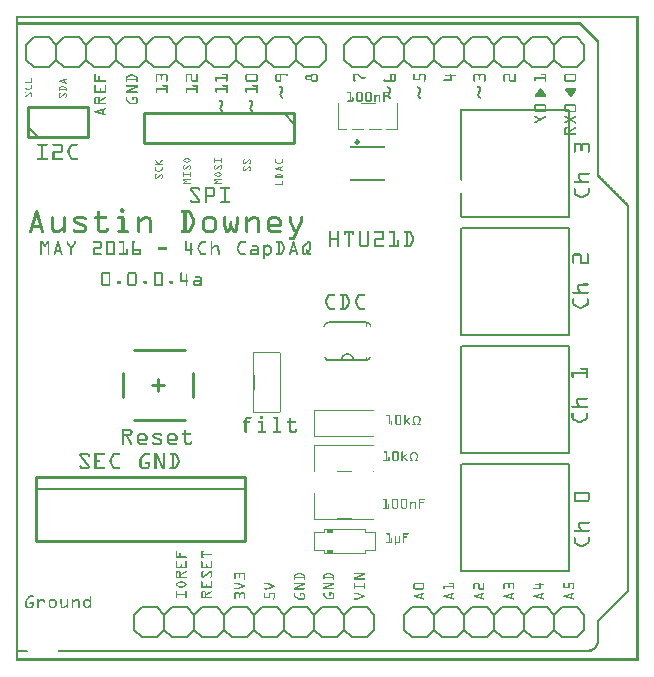
<source format=gto>
G04 MADE WITH FRITZING*
G04 WWW.FRITZING.ORG*
G04 DOUBLE SIDED*
G04 HOLES PLATED*
G04 CONTOUR ON CENTER OF CONTOUR VECTOR*
%ASAXBY*%
%FSLAX23Y23*%
%MOIN*%
%OFA0B0*%
%SFA1.0B1.0*%
%ADD10C,0.010000*%
%ADD11C,0.005000*%
%ADD12C,0.006000*%
%ADD13R,0.001000X0.001000*%
%LNSILK1*%
G90*
G70*
G54D10*
X40Y1746D02*
X240Y1746D01*
D02*
X240Y1746D02*
X240Y1846D01*
D02*
X240Y1846D02*
X40Y1846D01*
D02*
X40Y1846D02*
X40Y1746D01*
G54D11*
D02*
X75Y1746D02*
X40Y1781D01*
G54D10*
D02*
X928Y1826D02*
X428Y1826D01*
D02*
X428Y1826D02*
X428Y1726D01*
D02*
X428Y1726D02*
X928Y1726D01*
D02*
X928Y1726D02*
X928Y1826D01*
G54D11*
D02*
X893Y1826D02*
X928Y1791D01*
G54D10*
D02*
X592Y959D02*
X592Y880D01*
D02*
X395Y1038D02*
X563Y1038D01*
D02*
X395Y802D02*
X563Y802D01*
D02*
X356Y959D02*
X356Y880D01*
D02*
X474Y940D02*
X474Y900D01*
D02*
X494Y920D02*
X454Y920D01*
G54D11*
D02*
X1844Y299D02*
X1844Y656D01*
D02*
X1843Y657D02*
X1486Y657D01*
D02*
X1485Y656D02*
X1485Y299D01*
D02*
X1487Y299D02*
X1843Y299D01*
D02*
X1844Y692D02*
X1844Y1049D01*
D02*
X1843Y1050D02*
X1486Y1050D01*
D02*
X1485Y1049D02*
X1485Y692D01*
D02*
X1487Y692D02*
X1843Y692D01*
D02*
X1844Y1480D02*
X1844Y1837D01*
D02*
X1843Y1838D02*
X1486Y1838D01*
D02*
X1487Y1480D02*
X1843Y1480D01*
G54D12*
D02*
X1620Y179D02*
X1670Y179D01*
D02*
X1670Y179D02*
X1695Y154D01*
D02*
X1695Y154D02*
X1695Y104D01*
D02*
X1695Y104D02*
X1670Y79D01*
D02*
X1695Y154D02*
X1720Y179D01*
D02*
X1720Y179D02*
X1770Y179D01*
D02*
X1770Y179D02*
X1795Y154D01*
D02*
X1795Y154D02*
X1795Y104D01*
D02*
X1795Y104D02*
X1770Y79D01*
D02*
X1770Y79D02*
X1720Y79D01*
D02*
X1720Y79D02*
X1695Y104D01*
D02*
X1495Y154D02*
X1520Y179D01*
D02*
X1520Y179D02*
X1570Y179D01*
D02*
X1570Y179D02*
X1595Y154D01*
D02*
X1595Y154D02*
X1595Y104D01*
D02*
X1595Y104D02*
X1570Y79D01*
D02*
X1570Y79D02*
X1520Y79D01*
D02*
X1520Y79D02*
X1495Y104D01*
D02*
X1620Y179D02*
X1595Y154D01*
D02*
X1595Y104D02*
X1620Y79D01*
D02*
X1670Y79D02*
X1620Y79D01*
D02*
X1320Y179D02*
X1370Y179D01*
D02*
X1370Y179D02*
X1395Y154D01*
D02*
X1395Y154D02*
X1395Y104D01*
D02*
X1395Y104D02*
X1370Y79D01*
D02*
X1395Y154D02*
X1420Y179D01*
D02*
X1420Y179D02*
X1470Y179D01*
D02*
X1470Y179D02*
X1495Y154D01*
D02*
X1495Y154D02*
X1495Y104D01*
D02*
X1495Y104D02*
X1470Y79D01*
D02*
X1470Y79D02*
X1420Y79D01*
D02*
X1420Y79D02*
X1395Y104D01*
D02*
X1295Y154D02*
X1295Y104D01*
D02*
X1320Y179D02*
X1295Y154D01*
D02*
X1295Y104D02*
X1320Y79D01*
D02*
X1370Y79D02*
X1320Y79D01*
D02*
X1820Y179D02*
X1870Y179D01*
D02*
X1870Y179D02*
X1895Y154D01*
D02*
X1895Y154D02*
X1895Y104D01*
D02*
X1895Y104D02*
X1870Y79D01*
D02*
X1820Y179D02*
X1795Y154D01*
D02*
X1795Y104D02*
X1820Y79D01*
D02*
X1870Y79D02*
X1820Y79D01*
D02*
X210Y1979D02*
X160Y1979D01*
D02*
X410Y1979D02*
X360Y1979D01*
D02*
X310Y1979D02*
X260Y1979D01*
D02*
X510Y1979D02*
X460Y1979D01*
D02*
X710Y1979D02*
X660Y1979D01*
D02*
X610Y1979D02*
X560Y1979D01*
D02*
X810Y1979D02*
X760Y1979D01*
D02*
X1010Y1979D02*
X960Y1979D01*
D02*
X910Y1979D02*
X860Y1979D01*
D02*
X110Y1979D02*
X60Y1979D01*
D02*
X235Y2004D02*
X210Y1979D01*
D02*
X160Y1979D02*
X135Y2004D01*
D02*
X135Y2004D02*
X135Y2054D01*
D02*
X135Y2054D02*
X160Y2079D01*
D02*
X160Y2079D02*
X210Y2079D01*
D02*
X210Y2079D02*
X235Y2054D01*
D02*
X360Y1979D02*
X335Y2004D01*
D02*
X335Y2004D02*
X335Y2054D01*
D02*
X335Y2054D02*
X360Y2079D01*
D02*
X335Y2004D02*
X310Y1979D01*
D02*
X260Y1979D02*
X235Y2004D01*
D02*
X235Y2004D02*
X235Y2054D01*
D02*
X235Y2054D02*
X260Y2079D01*
D02*
X260Y2079D02*
X310Y2079D01*
D02*
X310Y2079D02*
X335Y2054D01*
D02*
X535Y2004D02*
X510Y1979D01*
D02*
X460Y1979D02*
X435Y2004D01*
D02*
X435Y2004D02*
X435Y2054D01*
D02*
X435Y2054D02*
X460Y2079D01*
D02*
X460Y2079D02*
X510Y2079D01*
D02*
X510Y2079D02*
X535Y2054D01*
D02*
X410Y1979D02*
X435Y2004D01*
D02*
X435Y2054D02*
X410Y2079D01*
D02*
X360Y2079D02*
X410Y2079D01*
D02*
X660Y1979D02*
X635Y2004D01*
D02*
X635Y2004D02*
X635Y2054D01*
D02*
X635Y2054D02*
X660Y2079D01*
D02*
X635Y2004D02*
X610Y1979D01*
D02*
X560Y1979D02*
X535Y2004D01*
D02*
X535Y2004D02*
X535Y2054D01*
D02*
X535Y2054D02*
X560Y2079D01*
D02*
X560Y2079D02*
X610Y2079D01*
D02*
X610Y2079D02*
X635Y2054D01*
D02*
X835Y2004D02*
X810Y1979D01*
D02*
X760Y1979D02*
X735Y2004D01*
D02*
X735Y2004D02*
X735Y2054D01*
D02*
X735Y2054D02*
X760Y2079D01*
D02*
X760Y2079D02*
X810Y2079D01*
D02*
X810Y2079D02*
X835Y2054D01*
D02*
X710Y1979D02*
X735Y2004D01*
D02*
X735Y2054D02*
X710Y2079D01*
D02*
X660Y2079D02*
X710Y2079D01*
D02*
X960Y1979D02*
X935Y2004D01*
D02*
X935Y2004D02*
X935Y2054D01*
D02*
X935Y2054D02*
X960Y2079D01*
D02*
X935Y2004D02*
X910Y1979D01*
D02*
X860Y1979D02*
X835Y2004D01*
D02*
X835Y2004D02*
X835Y2054D01*
D02*
X835Y2054D02*
X860Y2079D01*
D02*
X860Y2079D02*
X910Y2079D01*
D02*
X910Y2079D02*
X935Y2054D01*
D02*
X1035Y2004D02*
X1035Y2054D01*
D02*
X1010Y1979D02*
X1035Y2004D01*
D02*
X1035Y2054D02*
X1010Y2079D01*
D02*
X960Y2079D02*
X1010Y2079D01*
D02*
X60Y1979D02*
X35Y2004D01*
D02*
X35Y2004D02*
X35Y2054D01*
D02*
X35Y2054D02*
X60Y2079D01*
D02*
X110Y1979D02*
X135Y2004D01*
D02*
X135Y2054D02*
X110Y2079D01*
D02*
X60Y2079D02*
X110Y2079D01*
D02*
X1270Y1979D02*
X1220Y1979D01*
D02*
X1220Y1979D02*
X1195Y2004D01*
D02*
X1195Y2004D02*
X1195Y2054D01*
D02*
X1195Y2054D02*
X1220Y2079D01*
D02*
X1395Y2004D02*
X1370Y1979D01*
D02*
X1370Y1979D02*
X1320Y1979D01*
D02*
X1320Y1979D02*
X1295Y2004D01*
D02*
X1295Y2004D02*
X1295Y2054D01*
D02*
X1295Y2054D02*
X1320Y2079D01*
D02*
X1320Y2079D02*
X1370Y2079D01*
D02*
X1370Y2079D02*
X1395Y2054D01*
D02*
X1270Y1979D02*
X1295Y2004D01*
D02*
X1295Y2054D02*
X1270Y2079D01*
D02*
X1220Y2079D02*
X1270Y2079D01*
D02*
X1570Y1979D02*
X1520Y1979D01*
D02*
X1520Y1979D02*
X1495Y2004D01*
D02*
X1495Y2004D02*
X1495Y2054D01*
D02*
X1495Y2054D02*
X1520Y2079D01*
D02*
X1495Y2004D02*
X1470Y1979D01*
D02*
X1470Y1979D02*
X1420Y1979D01*
D02*
X1420Y1979D02*
X1395Y2004D01*
D02*
X1395Y2004D02*
X1395Y2054D01*
D02*
X1395Y2054D02*
X1420Y2079D01*
D02*
X1420Y2079D02*
X1470Y2079D01*
D02*
X1470Y2079D02*
X1495Y2054D01*
D02*
X1695Y2004D02*
X1670Y1979D01*
D02*
X1670Y1979D02*
X1620Y1979D01*
D02*
X1620Y1979D02*
X1595Y2004D01*
D02*
X1595Y2004D02*
X1595Y2054D01*
D02*
X1595Y2054D02*
X1620Y2079D01*
D02*
X1620Y2079D02*
X1670Y2079D01*
D02*
X1670Y2079D02*
X1695Y2054D01*
D02*
X1570Y1979D02*
X1595Y2004D01*
D02*
X1595Y2054D02*
X1570Y2079D01*
D02*
X1520Y2079D02*
X1570Y2079D01*
D02*
X1870Y1979D02*
X1820Y1979D01*
D02*
X1820Y1979D02*
X1795Y2004D01*
D02*
X1795Y2004D02*
X1795Y2054D01*
D02*
X1795Y2054D02*
X1820Y2079D01*
D02*
X1795Y2004D02*
X1770Y1979D01*
D02*
X1770Y1979D02*
X1720Y1979D01*
D02*
X1720Y1979D02*
X1695Y2004D01*
D02*
X1695Y2004D02*
X1695Y2054D01*
D02*
X1695Y2054D02*
X1720Y2079D01*
D02*
X1720Y2079D02*
X1770Y2079D01*
D02*
X1770Y2079D02*
X1795Y2054D01*
D02*
X1895Y2004D02*
X1895Y2054D01*
D02*
X1870Y1979D02*
X1895Y2004D01*
D02*
X1895Y2054D02*
X1870Y2079D01*
D02*
X1820Y2079D02*
X1870Y2079D01*
D02*
X1170Y1979D02*
X1120Y1979D01*
D02*
X1120Y1979D02*
X1095Y2004D01*
D02*
X1095Y2004D02*
X1095Y2054D01*
D02*
X1095Y2054D02*
X1120Y2079D01*
D02*
X1170Y1979D02*
X1195Y2004D01*
D02*
X1195Y2054D02*
X1170Y2079D01*
D02*
X1120Y2079D02*
X1170Y2079D01*
D02*
X1020Y179D02*
X1070Y179D01*
D02*
X1070Y179D02*
X1095Y154D01*
D02*
X1095Y154D02*
X1095Y104D01*
D02*
X1095Y104D02*
X1070Y79D01*
D02*
X895Y154D02*
X920Y179D01*
D02*
X920Y179D02*
X970Y179D01*
D02*
X970Y179D02*
X995Y154D01*
D02*
X995Y154D02*
X995Y104D01*
D02*
X995Y104D02*
X970Y79D01*
D02*
X970Y79D02*
X920Y79D01*
D02*
X920Y79D02*
X895Y104D01*
D02*
X1020Y179D02*
X995Y154D01*
D02*
X995Y104D02*
X1020Y79D01*
D02*
X1070Y79D02*
X1020Y79D01*
D02*
X720Y179D02*
X770Y179D01*
D02*
X770Y179D02*
X795Y154D01*
D02*
X795Y154D02*
X795Y104D01*
D02*
X795Y104D02*
X770Y79D01*
D02*
X795Y154D02*
X820Y179D01*
D02*
X820Y179D02*
X870Y179D01*
D02*
X870Y179D02*
X895Y154D01*
D02*
X895Y154D02*
X895Y104D01*
D02*
X895Y104D02*
X870Y79D01*
D02*
X870Y79D02*
X820Y79D01*
D02*
X820Y79D02*
X795Y104D01*
D02*
X595Y154D02*
X620Y179D01*
D02*
X620Y179D02*
X670Y179D01*
D02*
X670Y179D02*
X695Y154D01*
D02*
X695Y154D02*
X695Y104D01*
D02*
X695Y104D02*
X670Y79D01*
D02*
X670Y79D02*
X620Y79D01*
D02*
X620Y79D02*
X595Y104D01*
D02*
X720Y179D02*
X695Y154D01*
D02*
X695Y104D02*
X720Y79D01*
D02*
X770Y79D02*
X720Y79D01*
D02*
X420Y179D02*
X470Y179D01*
D02*
X470Y179D02*
X495Y154D01*
D02*
X495Y154D02*
X495Y104D01*
D02*
X495Y104D02*
X470Y79D01*
D02*
X495Y154D02*
X520Y179D01*
D02*
X520Y179D02*
X570Y179D01*
D02*
X570Y179D02*
X595Y154D01*
D02*
X595Y154D02*
X595Y104D01*
D02*
X595Y104D02*
X570Y79D01*
D02*
X570Y79D02*
X520Y79D01*
D02*
X520Y79D02*
X495Y104D01*
D02*
X395Y154D02*
X395Y104D01*
D02*
X420Y179D02*
X395Y154D01*
D02*
X395Y104D02*
X420Y79D01*
D02*
X470Y79D02*
X420Y79D01*
D02*
X1120Y179D02*
X1170Y179D01*
D02*
X1170Y179D02*
X1195Y154D01*
D02*
X1195Y154D02*
X1195Y104D01*
D02*
X1195Y104D02*
X1170Y79D01*
D02*
X1120Y179D02*
X1095Y154D01*
D02*
X1095Y104D02*
X1120Y79D01*
D02*
X1170Y79D02*
X1120Y79D01*
G54D11*
D02*
X1844Y1086D02*
X1844Y1443D01*
D02*
X1843Y1444D02*
X1486Y1444D01*
D02*
X1485Y1443D02*
X1485Y1086D01*
D02*
X1487Y1086D02*
X1843Y1086D01*
G54D12*
D02*
X1168Y1129D02*
X1044Y1129D01*
D02*
X1044Y1003D02*
X1086Y1003D01*
D02*
X1086Y1003D02*
X1126Y1003D01*
D02*
X1126Y1003D02*
X1168Y1003D01*
G54D10*
D02*
X66Y399D02*
X765Y399D01*
D02*
X765Y399D02*
X765Y615D01*
D02*
X765Y615D02*
X66Y615D01*
D02*
X66Y615D02*
X66Y399D01*
G54D11*
D02*
X765Y575D02*
X66Y575D01*
G54D13*
X0Y2150D02*
X2076Y2150D01*
X0Y2149D02*
X2076Y2149D01*
X0Y2148D02*
X2076Y2148D01*
X0Y2147D02*
X2076Y2147D01*
X0Y2146D02*
X2076Y2146D01*
X0Y2145D02*
X2076Y2145D01*
X0Y2144D02*
X2076Y2144D01*
X0Y2143D02*
X2076Y2143D01*
X0Y2142D02*
X7Y2142D01*
X2069Y2142D02*
X2076Y2142D01*
X0Y2141D02*
X7Y2141D01*
X2069Y2141D02*
X2076Y2141D01*
X0Y2140D02*
X7Y2140D01*
X2069Y2140D02*
X2076Y2140D01*
X0Y2139D02*
X7Y2139D01*
X2069Y2139D02*
X2076Y2139D01*
X0Y2138D02*
X7Y2138D01*
X2069Y2138D02*
X2076Y2138D01*
X0Y2137D02*
X7Y2137D01*
X2069Y2137D02*
X2076Y2137D01*
X0Y2136D02*
X7Y2136D01*
X2069Y2136D02*
X2076Y2136D01*
X0Y2135D02*
X7Y2135D01*
X2069Y2135D02*
X2076Y2135D01*
X0Y2134D02*
X7Y2134D01*
X2069Y2134D02*
X2076Y2134D01*
X0Y2133D02*
X7Y2133D01*
X2069Y2133D02*
X2076Y2133D01*
X0Y2132D02*
X7Y2132D01*
X2069Y2132D02*
X2076Y2132D01*
X0Y2131D02*
X7Y2131D01*
X2069Y2131D02*
X2076Y2131D01*
X0Y2130D02*
X7Y2130D01*
X2069Y2130D02*
X2076Y2130D01*
X0Y2129D02*
X1883Y2129D01*
X2069Y2129D02*
X2076Y2129D01*
X0Y2128D02*
X1884Y2128D01*
X2069Y2128D02*
X2076Y2128D01*
X0Y2127D02*
X1885Y2127D01*
X2069Y2127D02*
X2076Y2127D01*
X0Y2126D02*
X1886Y2126D01*
X2069Y2126D02*
X2076Y2126D01*
X0Y2125D02*
X1887Y2125D01*
X2069Y2125D02*
X2076Y2125D01*
X0Y2124D02*
X1888Y2124D01*
X2069Y2124D02*
X2076Y2124D01*
X0Y2123D02*
X1889Y2123D01*
X2069Y2123D02*
X2076Y2123D01*
X0Y2122D02*
X1890Y2122D01*
X2069Y2122D02*
X2076Y2122D01*
X0Y2121D02*
X7Y2121D01*
X1880Y2121D02*
X1891Y2121D01*
X2069Y2121D02*
X2076Y2121D01*
X0Y2120D02*
X7Y2120D01*
X1881Y2120D02*
X1892Y2120D01*
X2069Y2120D02*
X2076Y2120D01*
X0Y2119D02*
X7Y2119D01*
X1882Y2119D02*
X1893Y2119D01*
X2069Y2119D02*
X2076Y2119D01*
X0Y2118D02*
X7Y2118D01*
X1883Y2118D02*
X1894Y2118D01*
X2069Y2118D02*
X2076Y2118D01*
X0Y2117D02*
X7Y2117D01*
X1884Y2117D02*
X1895Y2117D01*
X2069Y2117D02*
X2076Y2117D01*
X0Y2116D02*
X7Y2116D01*
X1885Y2116D02*
X1896Y2116D01*
X2069Y2116D02*
X2076Y2116D01*
X0Y2115D02*
X7Y2115D01*
X1886Y2115D02*
X1897Y2115D01*
X2069Y2115D02*
X2076Y2115D01*
X0Y2114D02*
X7Y2114D01*
X1887Y2114D02*
X1898Y2114D01*
X2069Y2114D02*
X2076Y2114D01*
X0Y2113D02*
X7Y2113D01*
X1888Y2113D02*
X1899Y2113D01*
X2069Y2113D02*
X2076Y2113D01*
X0Y2112D02*
X7Y2112D01*
X1889Y2112D02*
X1900Y2112D01*
X2069Y2112D02*
X2076Y2112D01*
X0Y2111D02*
X7Y2111D01*
X1890Y2111D02*
X1901Y2111D01*
X2069Y2111D02*
X2076Y2111D01*
X0Y2110D02*
X7Y2110D01*
X1891Y2110D02*
X1902Y2110D01*
X2069Y2110D02*
X2076Y2110D01*
X0Y2109D02*
X7Y2109D01*
X1892Y2109D02*
X1903Y2109D01*
X2069Y2109D02*
X2076Y2109D01*
X0Y2108D02*
X7Y2108D01*
X1893Y2108D02*
X1904Y2108D01*
X2069Y2108D02*
X2076Y2108D01*
X0Y2107D02*
X7Y2107D01*
X1894Y2107D02*
X1905Y2107D01*
X2069Y2107D02*
X2076Y2107D01*
X0Y2106D02*
X7Y2106D01*
X1895Y2106D02*
X1906Y2106D01*
X2069Y2106D02*
X2076Y2106D01*
X0Y2105D02*
X7Y2105D01*
X1896Y2105D02*
X1907Y2105D01*
X2069Y2105D02*
X2076Y2105D01*
X0Y2104D02*
X7Y2104D01*
X1897Y2104D02*
X1908Y2104D01*
X2069Y2104D02*
X2076Y2104D01*
X0Y2103D02*
X7Y2103D01*
X1898Y2103D02*
X1909Y2103D01*
X2069Y2103D02*
X2076Y2103D01*
X0Y2102D02*
X7Y2102D01*
X1899Y2102D02*
X1910Y2102D01*
X2069Y2102D02*
X2076Y2102D01*
X0Y2101D02*
X7Y2101D01*
X1900Y2101D02*
X1911Y2101D01*
X2069Y2101D02*
X2076Y2101D01*
X0Y2100D02*
X7Y2100D01*
X1901Y2100D02*
X1912Y2100D01*
X2069Y2100D02*
X2076Y2100D01*
X0Y2099D02*
X7Y2099D01*
X1902Y2099D02*
X1913Y2099D01*
X2069Y2099D02*
X2076Y2099D01*
X0Y2098D02*
X7Y2098D01*
X1903Y2098D02*
X1914Y2098D01*
X2069Y2098D02*
X2076Y2098D01*
X0Y2097D02*
X7Y2097D01*
X1904Y2097D02*
X1915Y2097D01*
X2069Y2097D02*
X2076Y2097D01*
X0Y2096D02*
X7Y2096D01*
X1905Y2096D02*
X1916Y2096D01*
X2069Y2096D02*
X2076Y2096D01*
X0Y2095D02*
X7Y2095D01*
X1906Y2095D02*
X1917Y2095D01*
X2069Y2095D02*
X2076Y2095D01*
X0Y2094D02*
X7Y2094D01*
X1907Y2094D02*
X1918Y2094D01*
X2069Y2094D02*
X2076Y2094D01*
X0Y2093D02*
X7Y2093D01*
X1908Y2093D02*
X1919Y2093D01*
X2069Y2093D02*
X2076Y2093D01*
X0Y2092D02*
X7Y2092D01*
X1909Y2092D02*
X1920Y2092D01*
X2069Y2092D02*
X2076Y2092D01*
X0Y2091D02*
X7Y2091D01*
X1910Y2091D02*
X1921Y2091D01*
X2069Y2091D02*
X2076Y2091D01*
X0Y2090D02*
X7Y2090D01*
X1911Y2090D02*
X1922Y2090D01*
X2069Y2090D02*
X2076Y2090D01*
X0Y2089D02*
X7Y2089D01*
X1912Y2089D02*
X1923Y2089D01*
X2069Y2089D02*
X2076Y2089D01*
X0Y2088D02*
X7Y2088D01*
X1913Y2088D02*
X1924Y2088D01*
X2069Y2088D02*
X2076Y2088D01*
X0Y2087D02*
X7Y2087D01*
X1914Y2087D02*
X1925Y2087D01*
X2069Y2087D02*
X2076Y2087D01*
X0Y2086D02*
X7Y2086D01*
X1915Y2086D02*
X1926Y2086D01*
X2069Y2086D02*
X2076Y2086D01*
X0Y2085D02*
X7Y2085D01*
X1916Y2085D02*
X1927Y2085D01*
X2069Y2085D02*
X2076Y2085D01*
X0Y2084D02*
X7Y2084D01*
X1917Y2084D02*
X1928Y2084D01*
X2069Y2084D02*
X2076Y2084D01*
X0Y2083D02*
X7Y2083D01*
X1918Y2083D02*
X1929Y2083D01*
X2069Y2083D02*
X2076Y2083D01*
X0Y2082D02*
X7Y2082D01*
X1919Y2082D02*
X1930Y2082D01*
X2069Y2082D02*
X2076Y2082D01*
X0Y2081D02*
X7Y2081D01*
X1920Y2081D02*
X1931Y2081D01*
X2069Y2081D02*
X2076Y2081D01*
X0Y2080D02*
X7Y2080D01*
X1921Y2080D02*
X1932Y2080D01*
X2069Y2080D02*
X2076Y2080D01*
X0Y2079D02*
X7Y2079D01*
X1922Y2079D02*
X1933Y2079D01*
X2069Y2079D02*
X2076Y2079D01*
X0Y2078D02*
X7Y2078D01*
X1923Y2078D02*
X1934Y2078D01*
X2069Y2078D02*
X2076Y2078D01*
X0Y2077D02*
X7Y2077D01*
X1924Y2077D02*
X1935Y2077D01*
X2069Y2077D02*
X2076Y2077D01*
X0Y2076D02*
X7Y2076D01*
X1925Y2076D02*
X1936Y2076D01*
X2069Y2076D02*
X2076Y2076D01*
X0Y2075D02*
X7Y2075D01*
X1926Y2075D02*
X1937Y2075D01*
X2069Y2075D02*
X2076Y2075D01*
X0Y2074D02*
X7Y2074D01*
X1927Y2074D02*
X1938Y2074D01*
X2069Y2074D02*
X2076Y2074D01*
X0Y2073D02*
X7Y2073D01*
X1928Y2073D02*
X1939Y2073D01*
X2069Y2073D02*
X2076Y2073D01*
X0Y2072D02*
X7Y2072D01*
X1929Y2072D02*
X1940Y2072D01*
X2069Y2072D02*
X2076Y2072D01*
X0Y2071D02*
X7Y2071D01*
X1930Y2071D02*
X1941Y2071D01*
X2069Y2071D02*
X2076Y2071D01*
X0Y2070D02*
X7Y2070D01*
X1931Y2070D02*
X1942Y2070D01*
X2069Y2070D02*
X2076Y2070D01*
X0Y2069D02*
X7Y2069D01*
X1932Y2069D02*
X1943Y2069D01*
X2069Y2069D02*
X2076Y2069D01*
X0Y2068D02*
X7Y2068D01*
X1933Y2068D02*
X1944Y2068D01*
X2069Y2068D02*
X2076Y2068D01*
X0Y2067D02*
X7Y2067D01*
X1934Y2067D02*
X1944Y2067D01*
X2069Y2067D02*
X2076Y2067D01*
X0Y2066D02*
X7Y2066D01*
X1935Y2066D02*
X1944Y2066D01*
X2069Y2066D02*
X2076Y2066D01*
X0Y2065D02*
X7Y2065D01*
X1936Y2065D02*
X1944Y2065D01*
X2069Y2065D02*
X2076Y2065D01*
X0Y2064D02*
X7Y2064D01*
X1937Y2064D02*
X1944Y2064D01*
X2069Y2064D02*
X2076Y2064D01*
X0Y2063D02*
X7Y2063D01*
X1937Y2063D02*
X1944Y2063D01*
X2069Y2063D02*
X2076Y2063D01*
X0Y2062D02*
X7Y2062D01*
X1937Y2062D02*
X1944Y2062D01*
X2069Y2062D02*
X2076Y2062D01*
X0Y2061D02*
X7Y2061D01*
X1937Y2061D02*
X1944Y2061D01*
X2069Y2061D02*
X2076Y2061D01*
X0Y2060D02*
X7Y2060D01*
X1937Y2060D02*
X1944Y2060D01*
X2069Y2060D02*
X2076Y2060D01*
X0Y2059D02*
X7Y2059D01*
X1937Y2059D02*
X1944Y2059D01*
X2069Y2059D02*
X2076Y2059D01*
X0Y2058D02*
X7Y2058D01*
X1937Y2058D02*
X1944Y2058D01*
X2069Y2058D02*
X2076Y2058D01*
X0Y2057D02*
X7Y2057D01*
X1937Y2057D02*
X1944Y2057D01*
X2069Y2057D02*
X2076Y2057D01*
X0Y2056D02*
X7Y2056D01*
X1937Y2056D02*
X1944Y2056D01*
X2069Y2056D02*
X2076Y2056D01*
X0Y2055D02*
X7Y2055D01*
X1937Y2055D02*
X1944Y2055D01*
X2069Y2055D02*
X2076Y2055D01*
X0Y2054D02*
X7Y2054D01*
X1937Y2054D02*
X1944Y2054D01*
X2069Y2054D02*
X2076Y2054D01*
X0Y2053D02*
X7Y2053D01*
X1937Y2053D02*
X1944Y2053D01*
X2069Y2053D02*
X2076Y2053D01*
X0Y2052D02*
X7Y2052D01*
X1937Y2052D02*
X1944Y2052D01*
X2069Y2052D02*
X2076Y2052D01*
X0Y2051D02*
X7Y2051D01*
X1937Y2051D02*
X1944Y2051D01*
X2069Y2051D02*
X2076Y2051D01*
X0Y2050D02*
X7Y2050D01*
X1937Y2050D02*
X1944Y2050D01*
X2069Y2050D02*
X2076Y2050D01*
X0Y2049D02*
X7Y2049D01*
X1937Y2049D02*
X1944Y2049D01*
X2069Y2049D02*
X2076Y2049D01*
X0Y2048D02*
X7Y2048D01*
X1937Y2048D02*
X1944Y2048D01*
X2069Y2048D02*
X2076Y2048D01*
X0Y2047D02*
X7Y2047D01*
X1937Y2047D02*
X1944Y2047D01*
X2069Y2047D02*
X2076Y2047D01*
X0Y2046D02*
X7Y2046D01*
X1937Y2046D02*
X1944Y2046D01*
X2069Y2046D02*
X2076Y2046D01*
X0Y2045D02*
X7Y2045D01*
X1937Y2045D02*
X1944Y2045D01*
X2069Y2045D02*
X2076Y2045D01*
X0Y2044D02*
X7Y2044D01*
X1937Y2044D02*
X1944Y2044D01*
X2069Y2044D02*
X2076Y2044D01*
X0Y2043D02*
X7Y2043D01*
X1937Y2043D02*
X1944Y2043D01*
X2069Y2043D02*
X2076Y2043D01*
X0Y2042D02*
X7Y2042D01*
X1937Y2042D02*
X1944Y2042D01*
X2069Y2042D02*
X2076Y2042D01*
X0Y2041D02*
X7Y2041D01*
X1937Y2041D02*
X1944Y2041D01*
X2069Y2041D02*
X2076Y2041D01*
X0Y2040D02*
X7Y2040D01*
X1937Y2040D02*
X1944Y2040D01*
X2069Y2040D02*
X2076Y2040D01*
X0Y2039D02*
X7Y2039D01*
X1937Y2039D02*
X1944Y2039D01*
X2069Y2039D02*
X2076Y2039D01*
X0Y2038D02*
X7Y2038D01*
X1937Y2038D02*
X1944Y2038D01*
X2069Y2038D02*
X2076Y2038D01*
X0Y2037D02*
X7Y2037D01*
X1937Y2037D02*
X1944Y2037D01*
X2069Y2037D02*
X2076Y2037D01*
X0Y2036D02*
X7Y2036D01*
X1937Y2036D02*
X1944Y2036D01*
X2069Y2036D02*
X2076Y2036D01*
X0Y2035D02*
X7Y2035D01*
X1937Y2035D02*
X1944Y2035D01*
X2069Y2035D02*
X2076Y2035D01*
X0Y2034D02*
X7Y2034D01*
X1937Y2034D02*
X1944Y2034D01*
X2069Y2034D02*
X2076Y2034D01*
X0Y2033D02*
X7Y2033D01*
X1937Y2033D02*
X1944Y2033D01*
X2069Y2033D02*
X2076Y2033D01*
X0Y2032D02*
X7Y2032D01*
X1937Y2032D02*
X1944Y2032D01*
X2069Y2032D02*
X2076Y2032D01*
X0Y2031D02*
X7Y2031D01*
X1937Y2031D02*
X1944Y2031D01*
X2069Y2031D02*
X2076Y2031D01*
X0Y2030D02*
X7Y2030D01*
X1937Y2030D02*
X1944Y2030D01*
X2069Y2030D02*
X2076Y2030D01*
X0Y2029D02*
X7Y2029D01*
X1937Y2029D02*
X1944Y2029D01*
X2069Y2029D02*
X2076Y2029D01*
X0Y2028D02*
X7Y2028D01*
X1937Y2028D02*
X1944Y2028D01*
X2069Y2028D02*
X2076Y2028D01*
X0Y2027D02*
X7Y2027D01*
X1937Y2027D02*
X1944Y2027D01*
X2069Y2027D02*
X2076Y2027D01*
X0Y2026D02*
X7Y2026D01*
X1937Y2026D02*
X1944Y2026D01*
X2069Y2026D02*
X2076Y2026D01*
X0Y2025D02*
X7Y2025D01*
X1937Y2025D02*
X1944Y2025D01*
X2069Y2025D02*
X2076Y2025D01*
X0Y2024D02*
X7Y2024D01*
X1937Y2024D02*
X1944Y2024D01*
X2069Y2024D02*
X2076Y2024D01*
X0Y2023D02*
X7Y2023D01*
X1937Y2023D02*
X1944Y2023D01*
X2069Y2023D02*
X2076Y2023D01*
X0Y2022D02*
X7Y2022D01*
X1937Y2022D02*
X1944Y2022D01*
X2069Y2022D02*
X2076Y2022D01*
X0Y2021D02*
X7Y2021D01*
X1937Y2021D02*
X1944Y2021D01*
X2069Y2021D02*
X2076Y2021D01*
X0Y2020D02*
X7Y2020D01*
X1937Y2020D02*
X1944Y2020D01*
X2069Y2020D02*
X2076Y2020D01*
X0Y2019D02*
X7Y2019D01*
X1937Y2019D02*
X1944Y2019D01*
X2069Y2019D02*
X2076Y2019D01*
X0Y2018D02*
X7Y2018D01*
X1937Y2018D02*
X1944Y2018D01*
X2069Y2018D02*
X2076Y2018D01*
X0Y2017D02*
X7Y2017D01*
X1937Y2017D02*
X1944Y2017D01*
X2069Y2017D02*
X2076Y2017D01*
X0Y2016D02*
X7Y2016D01*
X1937Y2016D02*
X1944Y2016D01*
X2069Y2016D02*
X2076Y2016D01*
X0Y2015D02*
X7Y2015D01*
X1937Y2015D02*
X1944Y2015D01*
X2069Y2015D02*
X2076Y2015D01*
X0Y2014D02*
X7Y2014D01*
X1937Y2014D02*
X1944Y2014D01*
X2069Y2014D02*
X2076Y2014D01*
X0Y2013D02*
X7Y2013D01*
X1937Y2013D02*
X1944Y2013D01*
X2069Y2013D02*
X2076Y2013D01*
X0Y2012D02*
X7Y2012D01*
X1937Y2012D02*
X1944Y2012D01*
X2069Y2012D02*
X2076Y2012D01*
X0Y2011D02*
X7Y2011D01*
X1937Y2011D02*
X1944Y2011D01*
X2069Y2011D02*
X2076Y2011D01*
X0Y2010D02*
X7Y2010D01*
X1937Y2010D02*
X1944Y2010D01*
X2069Y2010D02*
X2076Y2010D01*
X0Y2009D02*
X7Y2009D01*
X1937Y2009D02*
X1944Y2009D01*
X2069Y2009D02*
X2076Y2009D01*
X0Y2008D02*
X7Y2008D01*
X1937Y2008D02*
X1944Y2008D01*
X2069Y2008D02*
X2076Y2008D01*
X0Y2007D02*
X7Y2007D01*
X1937Y2007D02*
X1944Y2007D01*
X2069Y2007D02*
X2076Y2007D01*
X0Y2006D02*
X7Y2006D01*
X1937Y2006D02*
X1944Y2006D01*
X2069Y2006D02*
X2076Y2006D01*
X0Y2005D02*
X7Y2005D01*
X1937Y2005D02*
X1944Y2005D01*
X2069Y2005D02*
X2076Y2005D01*
X0Y2004D02*
X7Y2004D01*
X1937Y2004D02*
X1944Y2004D01*
X2069Y2004D02*
X2076Y2004D01*
X0Y2003D02*
X7Y2003D01*
X1937Y2003D02*
X1944Y2003D01*
X2069Y2003D02*
X2076Y2003D01*
X0Y2002D02*
X7Y2002D01*
X1937Y2002D02*
X1944Y2002D01*
X2069Y2002D02*
X2076Y2002D01*
X0Y2001D02*
X7Y2001D01*
X1937Y2001D02*
X1944Y2001D01*
X2069Y2001D02*
X2076Y2001D01*
X0Y2000D02*
X7Y2000D01*
X1937Y2000D02*
X1944Y2000D01*
X2069Y2000D02*
X2076Y2000D01*
X0Y1999D02*
X7Y1999D01*
X1937Y1999D02*
X1944Y1999D01*
X2069Y1999D02*
X2076Y1999D01*
X0Y1998D02*
X7Y1998D01*
X1937Y1998D02*
X1944Y1998D01*
X2069Y1998D02*
X2076Y1998D01*
X0Y1997D02*
X7Y1997D01*
X1937Y1997D02*
X1944Y1997D01*
X2069Y1997D02*
X2076Y1997D01*
X0Y1996D02*
X7Y1996D01*
X1937Y1996D02*
X1944Y1996D01*
X2069Y1996D02*
X2076Y1996D01*
X0Y1995D02*
X7Y1995D01*
X1937Y1995D02*
X1944Y1995D01*
X2069Y1995D02*
X2076Y1995D01*
X0Y1994D02*
X7Y1994D01*
X1937Y1994D02*
X1944Y1994D01*
X2069Y1994D02*
X2076Y1994D01*
X0Y1993D02*
X7Y1993D01*
X1937Y1993D02*
X1944Y1993D01*
X2069Y1993D02*
X2076Y1993D01*
X0Y1992D02*
X7Y1992D01*
X1937Y1992D02*
X1944Y1992D01*
X2069Y1992D02*
X2076Y1992D01*
X0Y1991D02*
X7Y1991D01*
X1937Y1991D02*
X1944Y1991D01*
X2069Y1991D02*
X2076Y1991D01*
X0Y1990D02*
X7Y1990D01*
X1937Y1990D02*
X1944Y1990D01*
X2069Y1990D02*
X2076Y1990D01*
X0Y1989D02*
X7Y1989D01*
X1937Y1989D02*
X1944Y1989D01*
X2069Y1989D02*
X2076Y1989D01*
X0Y1988D02*
X7Y1988D01*
X1937Y1988D02*
X1944Y1988D01*
X2069Y1988D02*
X2076Y1988D01*
X0Y1987D02*
X7Y1987D01*
X1937Y1987D02*
X1944Y1987D01*
X2069Y1987D02*
X2076Y1987D01*
X0Y1986D02*
X7Y1986D01*
X1937Y1986D02*
X1944Y1986D01*
X2069Y1986D02*
X2076Y1986D01*
X0Y1985D02*
X7Y1985D01*
X1937Y1985D02*
X1944Y1985D01*
X2069Y1985D02*
X2076Y1985D01*
X0Y1984D02*
X7Y1984D01*
X1937Y1984D02*
X1944Y1984D01*
X2069Y1984D02*
X2076Y1984D01*
X0Y1983D02*
X7Y1983D01*
X1937Y1983D02*
X1944Y1983D01*
X2069Y1983D02*
X2076Y1983D01*
X0Y1982D02*
X7Y1982D01*
X1937Y1982D02*
X1944Y1982D01*
X2069Y1982D02*
X2076Y1982D01*
X0Y1981D02*
X7Y1981D01*
X1937Y1981D02*
X1944Y1981D01*
X2069Y1981D02*
X2076Y1981D01*
X0Y1980D02*
X7Y1980D01*
X1937Y1980D02*
X1944Y1980D01*
X2069Y1980D02*
X2076Y1980D01*
X0Y1979D02*
X7Y1979D01*
X1937Y1979D02*
X1944Y1979D01*
X2069Y1979D02*
X2076Y1979D01*
X0Y1978D02*
X7Y1978D01*
X1937Y1978D02*
X1944Y1978D01*
X2069Y1978D02*
X2076Y1978D01*
X0Y1977D02*
X7Y1977D01*
X1937Y1977D02*
X1944Y1977D01*
X2069Y1977D02*
X2076Y1977D01*
X0Y1976D02*
X7Y1976D01*
X1937Y1976D02*
X1944Y1976D01*
X2069Y1976D02*
X2076Y1976D01*
X0Y1975D02*
X7Y1975D01*
X1937Y1975D02*
X1944Y1975D01*
X2069Y1975D02*
X2076Y1975D01*
X0Y1974D02*
X7Y1974D01*
X1937Y1974D02*
X1944Y1974D01*
X2069Y1974D02*
X2076Y1974D01*
X0Y1973D02*
X7Y1973D01*
X1937Y1973D02*
X1944Y1973D01*
X2069Y1973D02*
X2076Y1973D01*
X0Y1972D02*
X7Y1972D01*
X1937Y1972D02*
X1944Y1972D01*
X2069Y1972D02*
X2076Y1972D01*
X0Y1971D02*
X7Y1971D01*
X1937Y1971D02*
X1944Y1971D01*
X2069Y1971D02*
X2076Y1971D01*
X0Y1970D02*
X7Y1970D01*
X1937Y1970D02*
X1944Y1970D01*
X2069Y1970D02*
X2076Y1970D01*
X0Y1969D02*
X7Y1969D01*
X1937Y1969D02*
X1944Y1969D01*
X2069Y1969D02*
X2076Y1969D01*
X0Y1968D02*
X7Y1968D01*
X1937Y1968D02*
X1944Y1968D01*
X2069Y1968D02*
X2076Y1968D01*
X0Y1967D02*
X7Y1967D01*
X1937Y1967D02*
X1944Y1967D01*
X2069Y1967D02*
X2076Y1967D01*
X0Y1966D02*
X7Y1966D01*
X1937Y1966D02*
X1944Y1966D01*
X2069Y1966D02*
X2076Y1966D01*
X0Y1965D02*
X7Y1965D01*
X1937Y1965D02*
X1944Y1965D01*
X2069Y1965D02*
X2076Y1965D01*
X0Y1964D02*
X7Y1964D01*
X1937Y1964D02*
X1944Y1964D01*
X2069Y1964D02*
X2076Y1964D01*
X0Y1963D02*
X7Y1963D01*
X1937Y1963D02*
X1944Y1963D01*
X2069Y1963D02*
X2076Y1963D01*
X0Y1962D02*
X7Y1962D01*
X1937Y1962D02*
X1944Y1962D01*
X2069Y1962D02*
X2076Y1962D01*
X0Y1961D02*
X7Y1961D01*
X1937Y1961D02*
X1944Y1961D01*
X2069Y1961D02*
X2076Y1961D01*
X0Y1960D02*
X7Y1960D01*
X1937Y1960D02*
X1944Y1960D01*
X2069Y1960D02*
X2076Y1960D01*
X0Y1959D02*
X7Y1959D01*
X1937Y1959D02*
X1944Y1959D01*
X2069Y1959D02*
X2076Y1959D01*
X0Y1958D02*
X7Y1958D01*
X1937Y1958D02*
X1944Y1958D01*
X2069Y1958D02*
X2076Y1958D01*
X0Y1957D02*
X7Y1957D01*
X470Y1957D02*
X483Y1957D01*
X490Y1957D02*
X503Y1957D01*
X570Y1957D02*
X585Y1957D01*
X603Y1957D02*
X605Y1957D01*
X690Y1957D02*
X705Y1957D01*
X770Y1957D02*
X803Y1957D01*
X868Y1957D02*
X905Y1957D01*
X987Y1957D02*
X1003Y1957D01*
X1126Y1957D02*
X1143Y1957D01*
X1250Y1957D02*
X1265Y1957D01*
X1328Y1957D02*
X1329Y1957D01*
X1347Y1957D02*
X1363Y1957D01*
X1530Y1957D02*
X1543Y1957D01*
X1549Y1957D02*
X1563Y1957D01*
X1630Y1957D02*
X1645Y1957D01*
X1663Y1957D02*
X1665Y1957D01*
X1752Y1957D02*
X1767Y1957D01*
X1832Y1957D02*
X1865Y1957D01*
X1937Y1957D02*
X1944Y1957D01*
X2069Y1957D02*
X2076Y1957D01*
X0Y1956D02*
X7Y1956D01*
X264Y1956D02*
X266Y1956D01*
X385Y1956D02*
X389Y1956D01*
X468Y1956D02*
X485Y1956D01*
X488Y1956D02*
X504Y1956D01*
X568Y1956D02*
X587Y1956D01*
X602Y1956D02*
X606Y1956D01*
X689Y1956D02*
X706Y1956D01*
X768Y1956D02*
X804Y1956D01*
X867Y1956D02*
X906Y1956D01*
X986Y1956D02*
X1004Y1956D01*
X1126Y1956D02*
X1144Y1956D01*
X1249Y1956D02*
X1266Y1956D01*
X1327Y1956D02*
X1330Y1956D01*
X1346Y1956D02*
X1364Y1956D01*
X1450Y1956D02*
X1451Y1956D01*
X1528Y1956D02*
X1545Y1956D01*
X1548Y1956D02*
X1564Y1956D01*
X1628Y1956D02*
X1647Y1956D01*
X1662Y1956D02*
X1666Y1956D01*
X1751Y1956D02*
X1768Y1956D01*
X1831Y1956D02*
X1867Y1956D01*
X1937Y1956D02*
X1944Y1956D01*
X2069Y1956D02*
X2076Y1956D01*
X0Y1955D02*
X7Y1955D01*
X263Y1955D02*
X267Y1955D01*
X382Y1955D02*
X392Y1955D01*
X468Y1955D02*
X505Y1955D01*
X568Y1955D02*
X587Y1955D01*
X602Y1955D02*
X606Y1955D01*
X689Y1955D02*
X706Y1955D01*
X767Y1955D02*
X805Y1955D01*
X867Y1955D02*
X906Y1955D01*
X985Y1955D02*
X1005Y1955D01*
X1126Y1955D02*
X1145Y1955D01*
X1249Y1955D02*
X1266Y1955D01*
X1326Y1955D02*
X1331Y1955D01*
X1345Y1955D02*
X1365Y1955D01*
X1449Y1955D02*
X1452Y1955D01*
X1527Y1955D02*
X1565Y1955D01*
X1627Y1955D02*
X1647Y1955D01*
X1662Y1955D02*
X1666Y1955D01*
X1751Y1955D02*
X1768Y1955D01*
X1830Y1955D02*
X1867Y1955D01*
X1937Y1955D02*
X1944Y1955D01*
X2069Y1955D02*
X2076Y1955D01*
X0Y1954D02*
X7Y1954D01*
X263Y1954D02*
X267Y1954D01*
X380Y1954D02*
X394Y1954D01*
X467Y1954D02*
X506Y1954D01*
X567Y1954D02*
X588Y1954D01*
X602Y1954D02*
X606Y1954D01*
X689Y1954D02*
X706Y1954D01*
X767Y1954D02*
X806Y1954D01*
X866Y1954D02*
X906Y1954D01*
X984Y1954D02*
X1006Y1954D01*
X1126Y1954D02*
X1145Y1954D01*
X1249Y1954D02*
X1266Y1954D01*
X1326Y1954D02*
X1331Y1954D01*
X1344Y1954D02*
X1366Y1954D01*
X1449Y1954D02*
X1453Y1954D01*
X1527Y1954D02*
X1566Y1954D01*
X1627Y1954D02*
X1648Y1954D01*
X1662Y1954D02*
X1666Y1954D01*
X1751Y1954D02*
X1768Y1954D01*
X1829Y1954D02*
X1868Y1954D01*
X1937Y1954D02*
X1944Y1954D01*
X2069Y1954D02*
X2076Y1954D01*
X0Y1953D02*
X7Y1953D01*
X263Y1953D02*
X267Y1953D01*
X378Y1953D02*
X396Y1953D01*
X467Y1953D02*
X506Y1953D01*
X567Y1953D02*
X588Y1953D01*
X602Y1953D02*
X606Y1953D01*
X689Y1953D02*
X706Y1953D01*
X767Y1953D02*
X806Y1953D01*
X866Y1953D02*
X906Y1953D01*
X984Y1953D02*
X1006Y1953D01*
X1126Y1953D02*
X1146Y1953D01*
X1249Y1953D02*
X1266Y1953D01*
X1326Y1953D02*
X1331Y1953D01*
X1344Y1953D02*
X1366Y1953D01*
X1432Y1953D02*
X1465Y1953D01*
X1527Y1953D02*
X1566Y1953D01*
X1627Y1953D02*
X1648Y1953D01*
X1662Y1953D02*
X1666Y1953D01*
X1752Y1953D02*
X1768Y1953D01*
X1829Y1953D02*
X1868Y1953D01*
X1937Y1953D02*
X1944Y1953D01*
X2069Y1953D02*
X2076Y1953D01*
X0Y1952D02*
X7Y1952D01*
X263Y1952D02*
X267Y1952D01*
X376Y1952D02*
X398Y1952D01*
X467Y1952D02*
X471Y1952D01*
X482Y1952D02*
X491Y1952D01*
X502Y1952D02*
X506Y1952D01*
X567Y1952D02*
X571Y1952D01*
X584Y1952D02*
X588Y1952D01*
X602Y1952D02*
X606Y1952D01*
X702Y1952D02*
X706Y1952D01*
X766Y1952D02*
X771Y1952D01*
X801Y1952D02*
X806Y1952D01*
X866Y1952D02*
X871Y1952D01*
X880Y1952D02*
X884Y1952D01*
X902Y1952D02*
X906Y1952D01*
X968Y1952D02*
X989Y1952D01*
X1002Y1952D02*
X1006Y1952D01*
X1126Y1952D02*
X1131Y1952D01*
X1141Y1952D02*
X1147Y1952D01*
X1249Y1952D02*
X1253Y1952D01*
X1262Y1952D02*
X1266Y1952D01*
X1326Y1952D02*
X1331Y1952D01*
X1344Y1952D02*
X1349Y1952D01*
X1362Y1952D02*
X1366Y1952D01*
X1431Y1952D02*
X1466Y1952D01*
X1526Y1952D02*
X1531Y1952D01*
X1542Y1952D02*
X1550Y1952D01*
X1562Y1952D02*
X1566Y1952D01*
X1626Y1952D02*
X1631Y1952D01*
X1644Y1952D02*
X1648Y1952D01*
X1662Y1952D02*
X1666Y1952D01*
X1764Y1952D02*
X1768Y1952D01*
X1829Y1952D02*
X1833Y1952D01*
X1864Y1952D02*
X1868Y1952D01*
X1937Y1952D02*
X1944Y1952D01*
X2069Y1952D02*
X2076Y1952D01*
X0Y1951D02*
X7Y1951D01*
X263Y1951D02*
X267Y1951D01*
X277Y1951D02*
X279Y1951D01*
X374Y1951D02*
X386Y1951D01*
X388Y1951D02*
X400Y1951D01*
X467Y1951D02*
X471Y1951D01*
X484Y1951D02*
X489Y1951D01*
X502Y1951D02*
X506Y1951D01*
X567Y1951D02*
X571Y1951D01*
X584Y1951D02*
X588Y1951D01*
X602Y1951D02*
X606Y1951D01*
X702Y1951D02*
X706Y1951D01*
X766Y1951D02*
X771Y1951D01*
X802Y1951D02*
X806Y1951D01*
X866Y1951D02*
X871Y1951D01*
X880Y1951D02*
X884Y1951D01*
X902Y1951D02*
X906Y1951D01*
X967Y1951D02*
X988Y1951D01*
X1002Y1951D02*
X1006Y1951D01*
X1126Y1951D02*
X1131Y1951D01*
X1142Y1951D02*
X1148Y1951D01*
X1249Y1951D02*
X1253Y1951D01*
X1262Y1951D02*
X1266Y1951D01*
X1326Y1951D02*
X1331Y1951D01*
X1344Y1951D02*
X1348Y1951D01*
X1362Y1951D02*
X1366Y1951D01*
X1431Y1951D02*
X1466Y1951D01*
X1526Y1951D02*
X1531Y1951D01*
X1544Y1951D02*
X1549Y1951D01*
X1562Y1951D02*
X1566Y1951D01*
X1626Y1951D02*
X1631Y1951D01*
X1644Y1951D02*
X1648Y1951D01*
X1662Y1951D02*
X1666Y1951D01*
X1764Y1951D02*
X1768Y1951D01*
X1829Y1951D02*
X1833Y1951D01*
X1864Y1951D02*
X1868Y1951D01*
X1937Y1951D02*
X1944Y1951D01*
X2069Y1951D02*
X2076Y1951D01*
X0Y1950D02*
X7Y1950D01*
X263Y1950D02*
X267Y1950D01*
X276Y1950D02*
X280Y1950D01*
X372Y1950D02*
X383Y1950D01*
X391Y1950D02*
X402Y1950D01*
X467Y1950D02*
X471Y1950D01*
X484Y1950D02*
X489Y1950D01*
X502Y1950D02*
X506Y1950D01*
X567Y1950D02*
X571Y1950D01*
X584Y1950D02*
X588Y1950D01*
X602Y1950D02*
X606Y1950D01*
X702Y1950D02*
X706Y1950D01*
X766Y1950D02*
X771Y1950D01*
X802Y1950D02*
X806Y1950D01*
X866Y1950D02*
X871Y1950D01*
X880Y1950D02*
X884Y1950D01*
X903Y1950D02*
X905Y1950D01*
X967Y1950D02*
X988Y1950D01*
X1002Y1950D02*
X1006Y1950D01*
X1126Y1950D02*
X1131Y1950D01*
X1143Y1950D02*
X1149Y1950D01*
X1249Y1950D02*
X1253Y1950D01*
X1262Y1950D02*
X1266Y1950D01*
X1326Y1950D02*
X1331Y1950D01*
X1344Y1950D02*
X1348Y1950D01*
X1362Y1950D02*
X1366Y1950D01*
X1431Y1950D02*
X1466Y1950D01*
X1526Y1950D02*
X1531Y1950D01*
X1544Y1950D02*
X1548Y1950D01*
X1562Y1950D02*
X1566Y1950D01*
X1626Y1950D02*
X1631Y1950D01*
X1644Y1950D02*
X1648Y1950D01*
X1662Y1950D02*
X1666Y1950D01*
X1764Y1950D02*
X1768Y1950D01*
X1829Y1950D02*
X1833Y1950D01*
X1864Y1950D02*
X1868Y1950D01*
X1937Y1950D02*
X1944Y1950D01*
X2069Y1950D02*
X2076Y1950D01*
X0Y1949D02*
X7Y1949D01*
X263Y1949D02*
X267Y1949D01*
X276Y1949D02*
X280Y1949D01*
X371Y1949D02*
X381Y1949D01*
X393Y1949D02*
X404Y1949D01*
X467Y1949D02*
X471Y1949D01*
X484Y1949D02*
X488Y1949D01*
X502Y1949D02*
X506Y1949D01*
X567Y1949D02*
X571Y1949D01*
X584Y1949D02*
X588Y1949D01*
X602Y1949D02*
X606Y1949D01*
X702Y1949D02*
X706Y1949D01*
X766Y1949D02*
X771Y1949D01*
X802Y1949D02*
X806Y1949D01*
X866Y1949D02*
X871Y1949D01*
X880Y1949D02*
X884Y1949D01*
X966Y1949D02*
X988Y1949D01*
X1002Y1949D02*
X1006Y1949D01*
X1126Y1949D02*
X1131Y1949D01*
X1144Y1949D02*
X1150Y1949D01*
X1249Y1949D02*
X1253Y1949D01*
X1262Y1949D02*
X1266Y1949D01*
X1326Y1949D02*
X1331Y1949D01*
X1344Y1949D02*
X1348Y1949D01*
X1362Y1949D02*
X1366Y1949D01*
X1432Y1949D02*
X1465Y1949D01*
X1526Y1949D02*
X1531Y1949D01*
X1544Y1949D02*
X1548Y1949D01*
X1562Y1949D02*
X1566Y1949D01*
X1626Y1949D02*
X1631Y1949D01*
X1644Y1949D02*
X1648Y1949D01*
X1662Y1949D02*
X1666Y1949D01*
X1764Y1949D02*
X1768Y1949D01*
X1829Y1949D02*
X1833Y1949D01*
X1864Y1949D02*
X1868Y1949D01*
X1937Y1949D02*
X1944Y1949D01*
X2069Y1949D02*
X2076Y1949D01*
X0Y1948D02*
X7Y1948D01*
X263Y1948D02*
X267Y1948D01*
X276Y1948D02*
X280Y1948D01*
X369Y1948D02*
X379Y1948D01*
X395Y1948D02*
X405Y1948D01*
X467Y1948D02*
X471Y1948D01*
X484Y1948D02*
X488Y1948D01*
X502Y1948D02*
X506Y1948D01*
X567Y1948D02*
X571Y1948D01*
X584Y1948D02*
X588Y1948D01*
X602Y1948D02*
X606Y1948D01*
X702Y1948D02*
X706Y1948D01*
X766Y1948D02*
X771Y1948D01*
X802Y1948D02*
X806Y1948D01*
X866Y1948D02*
X871Y1948D01*
X880Y1948D02*
X884Y1948D01*
X966Y1948D02*
X988Y1948D01*
X1002Y1948D02*
X1006Y1948D01*
X1126Y1948D02*
X1131Y1948D01*
X1145Y1948D02*
X1151Y1948D01*
X1249Y1948D02*
X1253Y1948D01*
X1262Y1948D02*
X1266Y1948D01*
X1326Y1948D02*
X1331Y1948D01*
X1344Y1948D02*
X1348Y1948D01*
X1362Y1948D02*
X1366Y1948D01*
X1448Y1948D02*
X1453Y1948D01*
X1526Y1948D02*
X1531Y1948D01*
X1544Y1948D02*
X1548Y1948D01*
X1562Y1948D02*
X1566Y1948D01*
X1626Y1948D02*
X1631Y1948D01*
X1644Y1948D02*
X1648Y1948D01*
X1662Y1948D02*
X1666Y1948D01*
X1764Y1948D02*
X1768Y1948D01*
X1829Y1948D02*
X1833Y1948D01*
X1864Y1948D02*
X1868Y1948D01*
X1937Y1948D02*
X1944Y1948D01*
X2069Y1948D02*
X2076Y1948D01*
X0Y1947D02*
X7Y1947D01*
X263Y1947D02*
X267Y1947D01*
X276Y1947D02*
X280Y1947D01*
X369Y1947D02*
X377Y1947D01*
X397Y1947D02*
X406Y1947D01*
X467Y1947D02*
X471Y1947D01*
X484Y1947D02*
X488Y1947D01*
X502Y1947D02*
X506Y1947D01*
X567Y1947D02*
X571Y1947D01*
X584Y1947D02*
X588Y1947D01*
X602Y1947D02*
X606Y1947D01*
X701Y1947D02*
X706Y1947D01*
X766Y1947D02*
X771Y1947D01*
X802Y1947D02*
X806Y1947D01*
X866Y1947D02*
X871Y1947D01*
X880Y1947D02*
X884Y1947D01*
X966Y1947D02*
X988Y1947D01*
X1002Y1947D02*
X1006Y1947D01*
X1126Y1947D02*
X1131Y1947D01*
X1146Y1947D02*
X1164Y1947D01*
X1249Y1947D02*
X1253Y1947D01*
X1262Y1947D02*
X1266Y1947D01*
X1326Y1947D02*
X1331Y1947D01*
X1344Y1947D02*
X1348Y1947D01*
X1362Y1947D02*
X1366Y1947D01*
X1448Y1947D02*
X1453Y1947D01*
X1526Y1947D02*
X1531Y1947D01*
X1544Y1947D02*
X1548Y1947D01*
X1562Y1947D02*
X1566Y1947D01*
X1626Y1947D02*
X1631Y1947D01*
X1644Y1947D02*
X1648Y1947D01*
X1662Y1947D02*
X1666Y1947D01*
X1729Y1947D02*
X1768Y1947D01*
X1829Y1947D02*
X1833Y1947D01*
X1864Y1947D02*
X1868Y1947D01*
X1937Y1947D02*
X1944Y1947D01*
X2069Y1947D02*
X2076Y1947D01*
X0Y1946D02*
X7Y1946D01*
X263Y1946D02*
X267Y1946D01*
X276Y1946D02*
X280Y1946D01*
X368Y1946D02*
X375Y1946D01*
X399Y1946D02*
X406Y1946D01*
X467Y1946D02*
X471Y1946D01*
X484Y1946D02*
X488Y1946D01*
X502Y1946D02*
X506Y1946D01*
X567Y1946D02*
X571Y1946D01*
X584Y1946D02*
X588Y1946D01*
X602Y1946D02*
X606Y1946D01*
X666Y1946D02*
X706Y1946D01*
X766Y1946D02*
X771Y1946D01*
X802Y1946D02*
X806Y1946D01*
X866Y1946D02*
X871Y1946D01*
X880Y1946D02*
X884Y1946D01*
X966Y1946D02*
X971Y1946D01*
X984Y1946D02*
X988Y1946D01*
X1002Y1946D02*
X1006Y1946D01*
X1126Y1946D02*
X1131Y1946D01*
X1146Y1946D02*
X1165Y1946D01*
X1249Y1946D02*
X1253Y1946D01*
X1262Y1946D02*
X1266Y1946D01*
X1326Y1946D02*
X1331Y1946D01*
X1344Y1946D02*
X1348Y1946D01*
X1362Y1946D02*
X1366Y1946D01*
X1448Y1946D02*
X1453Y1946D01*
X1526Y1946D02*
X1531Y1946D01*
X1544Y1946D02*
X1548Y1946D01*
X1562Y1946D02*
X1566Y1946D01*
X1626Y1946D02*
X1631Y1946D01*
X1644Y1946D02*
X1648Y1946D01*
X1662Y1946D02*
X1666Y1946D01*
X1729Y1946D02*
X1768Y1946D01*
X1829Y1946D02*
X1833Y1946D01*
X1864Y1946D02*
X1868Y1946D01*
X1937Y1946D02*
X1944Y1946D01*
X2069Y1946D02*
X2076Y1946D01*
X0Y1945D02*
X7Y1945D01*
X263Y1945D02*
X267Y1945D01*
X276Y1945D02*
X280Y1945D01*
X368Y1945D02*
X373Y1945D01*
X401Y1945D02*
X406Y1945D01*
X467Y1945D02*
X471Y1945D01*
X484Y1945D02*
X488Y1945D01*
X502Y1945D02*
X506Y1945D01*
X567Y1945D02*
X571Y1945D01*
X584Y1945D02*
X588Y1945D01*
X602Y1945D02*
X606Y1945D01*
X666Y1945D02*
X706Y1945D01*
X766Y1945D02*
X771Y1945D01*
X802Y1945D02*
X806Y1945D01*
X866Y1945D02*
X871Y1945D01*
X880Y1945D02*
X884Y1945D01*
X966Y1945D02*
X971Y1945D01*
X984Y1945D02*
X988Y1945D01*
X1002Y1945D02*
X1006Y1945D01*
X1126Y1945D02*
X1131Y1945D01*
X1147Y1945D02*
X1166Y1945D01*
X1249Y1945D02*
X1253Y1945D01*
X1262Y1945D02*
X1266Y1945D01*
X1326Y1945D02*
X1331Y1945D01*
X1344Y1945D02*
X1348Y1945D01*
X1362Y1945D02*
X1366Y1945D01*
X1448Y1945D02*
X1453Y1945D01*
X1526Y1945D02*
X1531Y1945D01*
X1544Y1945D02*
X1548Y1945D01*
X1562Y1945D02*
X1566Y1945D01*
X1626Y1945D02*
X1631Y1945D01*
X1644Y1945D02*
X1648Y1945D01*
X1662Y1945D02*
X1666Y1945D01*
X1729Y1945D02*
X1768Y1945D01*
X1829Y1945D02*
X1833Y1945D01*
X1864Y1945D02*
X1868Y1945D01*
X1937Y1945D02*
X1944Y1945D01*
X2069Y1945D02*
X2076Y1945D01*
X0Y1944D02*
X7Y1944D01*
X263Y1944D02*
X267Y1944D01*
X276Y1944D02*
X280Y1944D01*
X367Y1944D02*
X372Y1944D01*
X402Y1944D02*
X407Y1944D01*
X467Y1944D02*
X471Y1944D01*
X484Y1944D02*
X488Y1944D01*
X502Y1944D02*
X506Y1944D01*
X567Y1944D02*
X571Y1944D01*
X584Y1944D02*
X588Y1944D01*
X602Y1944D02*
X606Y1944D01*
X666Y1944D02*
X706Y1944D01*
X766Y1944D02*
X771Y1944D01*
X802Y1944D02*
X806Y1944D01*
X866Y1944D02*
X871Y1944D01*
X880Y1944D02*
X884Y1944D01*
X966Y1944D02*
X971Y1944D01*
X984Y1944D02*
X988Y1944D01*
X1002Y1944D02*
X1006Y1944D01*
X1126Y1944D02*
X1131Y1944D01*
X1148Y1944D02*
X1166Y1944D01*
X1249Y1944D02*
X1253Y1944D01*
X1262Y1944D02*
X1266Y1944D01*
X1326Y1944D02*
X1331Y1944D01*
X1344Y1944D02*
X1348Y1944D01*
X1362Y1944D02*
X1366Y1944D01*
X1448Y1944D02*
X1453Y1944D01*
X1526Y1944D02*
X1531Y1944D01*
X1544Y1944D02*
X1548Y1944D01*
X1562Y1944D02*
X1566Y1944D01*
X1626Y1944D02*
X1631Y1944D01*
X1644Y1944D02*
X1648Y1944D01*
X1662Y1944D02*
X1666Y1944D01*
X1729Y1944D02*
X1768Y1944D01*
X1829Y1944D02*
X1833Y1944D01*
X1864Y1944D02*
X1868Y1944D01*
X1937Y1944D02*
X1944Y1944D01*
X2069Y1944D02*
X2076Y1944D01*
X0Y1943D02*
X7Y1943D01*
X263Y1943D02*
X267Y1943D01*
X276Y1943D02*
X280Y1943D01*
X367Y1943D02*
X372Y1943D01*
X403Y1943D02*
X407Y1943D01*
X467Y1943D02*
X471Y1943D01*
X484Y1943D02*
X488Y1943D01*
X502Y1943D02*
X506Y1943D01*
X567Y1943D02*
X571Y1943D01*
X584Y1943D02*
X588Y1943D01*
X602Y1943D02*
X606Y1943D01*
X666Y1943D02*
X706Y1943D01*
X766Y1943D02*
X771Y1943D01*
X802Y1943D02*
X806Y1943D01*
X866Y1943D02*
X871Y1943D01*
X880Y1943D02*
X884Y1943D01*
X966Y1943D02*
X971Y1943D01*
X984Y1943D02*
X988Y1943D01*
X1002Y1943D02*
X1006Y1943D01*
X1126Y1943D02*
X1131Y1943D01*
X1149Y1943D02*
X1166Y1943D01*
X1249Y1943D02*
X1253Y1943D01*
X1262Y1943D02*
X1266Y1943D01*
X1326Y1943D02*
X1331Y1943D01*
X1344Y1943D02*
X1348Y1943D01*
X1362Y1943D02*
X1366Y1943D01*
X1448Y1943D02*
X1453Y1943D01*
X1526Y1943D02*
X1531Y1943D01*
X1544Y1943D02*
X1548Y1943D01*
X1562Y1943D02*
X1566Y1943D01*
X1626Y1943D02*
X1631Y1943D01*
X1644Y1943D02*
X1648Y1943D01*
X1662Y1943D02*
X1666Y1943D01*
X1729Y1943D02*
X1768Y1943D01*
X1829Y1943D02*
X1833Y1943D01*
X1864Y1943D02*
X1868Y1943D01*
X1937Y1943D02*
X1944Y1943D01*
X2069Y1943D02*
X2076Y1943D01*
X0Y1942D02*
X7Y1942D01*
X52Y1942D02*
X54Y1942D01*
X263Y1942D02*
X267Y1942D01*
X276Y1942D02*
X280Y1942D01*
X367Y1942D02*
X372Y1942D01*
X403Y1942D02*
X407Y1942D01*
X467Y1942D02*
X471Y1942D01*
X484Y1942D02*
X488Y1942D01*
X502Y1942D02*
X506Y1942D01*
X567Y1942D02*
X571Y1942D01*
X584Y1942D02*
X588Y1942D01*
X602Y1942D02*
X606Y1942D01*
X666Y1942D02*
X706Y1942D01*
X766Y1942D02*
X771Y1942D01*
X802Y1942D02*
X806Y1942D01*
X866Y1942D02*
X871Y1942D01*
X880Y1942D02*
X884Y1942D01*
X966Y1942D02*
X971Y1942D01*
X984Y1942D02*
X988Y1942D01*
X1002Y1942D02*
X1006Y1942D01*
X1126Y1942D02*
X1131Y1942D01*
X1150Y1942D02*
X1164Y1942D01*
X1249Y1942D02*
X1253Y1942D01*
X1262Y1942D02*
X1266Y1942D01*
X1326Y1942D02*
X1331Y1942D01*
X1344Y1942D02*
X1348Y1942D01*
X1362Y1942D02*
X1366Y1942D01*
X1448Y1942D02*
X1453Y1942D01*
X1526Y1942D02*
X1531Y1942D01*
X1544Y1942D02*
X1548Y1942D01*
X1562Y1942D02*
X1566Y1942D01*
X1626Y1942D02*
X1631Y1942D01*
X1644Y1942D02*
X1648Y1942D01*
X1662Y1942D02*
X1666Y1942D01*
X1729Y1942D02*
X1768Y1942D01*
X1829Y1942D02*
X1833Y1942D01*
X1864Y1942D02*
X1868Y1942D01*
X1937Y1942D02*
X1944Y1942D01*
X2069Y1942D02*
X2076Y1942D01*
X0Y1941D02*
X7Y1941D01*
X52Y1941D02*
X54Y1941D01*
X263Y1941D02*
X267Y1941D01*
X276Y1941D02*
X280Y1941D01*
X367Y1941D02*
X372Y1941D01*
X402Y1941D02*
X407Y1941D01*
X467Y1941D02*
X471Y1941D01*
X484Y1941D02*
X488Y1941D01*
X502Y1941D02*
X506Y1941D01*
X567Y1941D02*
X571Y1941D01*
X584Y1941D02*
X588Y1941D01*
X602Y1941D02*
X606Y1941D01*
X666Y1941D02*
X671Y1941D01*
X702Y1941D02*
X706Y1941D01*
X766Y1941D02*
X771Y1941D01*
X802Y1941D02*
X806Y1941D01*
X866Y1941D02*
X871Y1941D01*
X880Y1941D02*
X884Y1941D01*
X966Y1941D02*
X988Y1941D01*
X1002Y1941D02*
X1006Y1941D01*
X1126Y1941D02*
X1131Y1941D01*
X1249Y1941D02*
X1253Y1941D01*
X1262Y1941D02*
X1266Y1941D01*
X1326Y1941D02*
X1348Y1941D01*
X1362Y1941D02*
X1366Y1941D01*
X1448Y1941D02*
X1453Y1941D01*
X1526Y1941D02*
X1531Y1941D01*
X1544Y1941D02*
X1548Y1941D01*
X1562Y1941D02*
X1566Y1941D01*
X1626Y1941D02*
X1631Y1941D01*
X1644Y1941D02*
X1648Y1941D01*
X1662Y1941D02*
X1666Y1941D01*
X1729Y1941D02*
X1733Y1941D01*
X1764Y1941D02*
X1768Y1941D01*
X1829Y1941D02*
X1833Y1941D01*
X1864Y1941D02*
X1868Y1941D01*
X1937Y1941D02*
X1944Y1941D01*
X2069Y1941D02*
X2076Y1941D01*
X0Y1940D02*
X7Y1940D01*
X52Y1940D02*
X54Y1940D01*
X166Y1940D02*
X169Y1940D01*
X263Y1940D02*
X267Y1940D01*
X276Y1940D02*
X280Y1940D01*
X367Y1940D02*
X407Y1940D01*
X467Y1940D02*
X471Y1940D01*
X484Y1940D02*
X488Y1940D01*
X502Y1940D02*
X506Y1940D01*
X567Y1940D02*
X571Y1940D01*
X584Y1940D02*
X588Y1940D01*
X602Y1940D02*
X606Y1940D01*
X666Y1940D02*
X671Y1940D01*
X702Y1940D02*
X706Y1940D01*
X766Y1940D02*
X771Y1940D01*
X802Y1940D02*
X806Y1940D01*
X866Y1940D02*
X871Y1940D01*
X880Y1940D02*
X884Y1940D01*
X966Y1940D02*
X988Y1940D01*
X1002Y1940D02*
X1006Y1940D01*
X1126Y1940D02*
X1131Y1940D01*
X1249Y1940D02*
X1253Y1940D01*
X1262Y1940D02*
X1266Y1940D01*
X1326Y1940D02*
X1348Y1940D01*
X1362Y1940D02*
X1366Y1940D01*
X1448Y1940D02*
X1453Y1940D01*
X1526Y1940D02*
X1531Y1940D01*
X1544Y1940D02*
X1548Y1940D01*
X1562Y1940D02*
X1566Y1940D01*
X1626Y1940D02*
X1631Y1940D01*
X1644Y1940D02*
X1648Y1940D01*
X1662Y1940D02*
X1666Y1940D01*
X1729Y1940D02*
X1733Y1940D01*
X1764Y1940D02*
X1768Y1940D01*
X1829Y1940D02*
X1833Y1940D01*
X1864Y1940D02*
X1868Y1940D01*
X1937Y1940D02*
X1944Y1940D01*
X2069Y1940D02*
X2076Y1940D01*
X0Y1939D02*
X7Y1939D01*
X52Y1939D02*
X54Y1939D01*
X162Y1939D02*
X169Y1939D01*
X263Y1939D02*
X267Y1939D01*
X276Y1939D02*
X280Y1939D01*
X367Y1939D02*
X407Y1939D01*
X467Y1939D02*
X471Y1939D01*
X484Y1939D02*
X488Y1939D01*
X502Y1939D02*
X506Y1939D01*
X567Y1939D02*
X571Y1939D01*
X584Y1939D02*
X588Y1939D01*
X602Y1939D02*
X606Y1939D01*
X666Y1939D02*
X671Y1939D01*
X702Y1939D02*
X706Y1939D01*
X766Y1939D02*
X771Y1939D01*
X802Y1939D02*
X806Y1939D01*
X866Y1939D02*
X871Y1939D01*
X880Y1939D02*
X884Y1939D01*
X967Y1939D02*
X988Y1939D01*
X1002Y1939D02*
X1006Y1939D01*
X1126Y1939D02*
X1131Y1939D01*
X1228Y1939D02*
X1229Y1939D01*
X1249Y1939D02*
X1253Y1939D01*
X1262Y1939D02*
X1266Y1939D01*
X1326Y1939D02*
X1348Y1939D01*
X1361Y1939D02*
X1366Y1939D01*
X1448Y1939D02*
X1453Y1939D01*
X1526Y1939D02*
X1531Y1939D01*
X1544Y1939D02*
X1548Y1939D01*
X1562Y1939D02*
X1566Y1939D01*
X1626Y1939D02*
X1631Y1939D01*
X1644Y1939D02*
X1648Y1939D01*
X1662Y1939D02*
X1666Y1939D01*
X1729Y1939D02*
X1733Y1939D01*
X1764Y1939D02*
X1768Y1939D01*
X1829Y1939D02*
X1833Y1939D01*
X1864Y1939D02*
X1868Y1939D01*
X1937Y1939D02*
X1944Y1939D01*
X2069Y1939D02*
X2076Y1939D01*
X0Y1938D02*
X7Y1938D01*
X52Y1938D02*
X54Y1938D01*
X159Y1938D02*
X169Y1938D01*
X263Y1938D02*
X267Y1938D01*
X276Y1938D02*
X280Y1938D01*
X367Y1938D02*
X407Y1938D01*
X467Y1938D02*
X471Y1938D01*
X485Y1938D02*
X488Y1938D01*
X502Y1938D02*
X506Y1938D01*
X567Y1938D02*
X571Y1938D01*
X584Y1938D02*
X588Y1938D01*
X602Y1938D02*
X606Y1938D01*
X666Y1938D02*
X671Y1938D01*
X702Y1938D02*
X706Y1938D01*
X766Y1938D02*
X771Y1938D01*
X802Y1938D02*
X806Y1938D01*
X866Y1938D02*
X871Y1938D01*
X880Y1938D02*
X884Y1938D01*
X967Y1938D02*
X988Y1938D01*
X1002Y1938D02*
X1006Y1938D01*
X1126Y1938D02*
X1131Y1938D01*
X1227Y1938D02*
X1230Y1938D01*
X1249Y1938D02*
X1253Y1938D01*
X1262Y1938D02*
X1266Y1938D01*
X1326Y1938D02*
X1348Y1938D01*
X1361Y1938D02*
X1366Y1938D01*
X1429Y1938D02*
X1453Y1938D01*
X1526Y1938D02*
X1531Y1938D01*
X1544Y1938D02*
X1548Y1938D01*
X1562Y1938D02*
X1566Y1938D01*
X1626Y1938D02*
X1631Y1938D01*
X1644Y1938D02*
X1648Y1938D01*
X1662Y1938D02*
X1666Y1938D01*
X1729Y1938D02*
X1733Y1938D01*
X1764Y1938D02*
X1768Y1938D01*
X1829Y1938D02*
X1833Y1938D01*
X1864Y1938D02*
X1868Y1938D01*
X1937Y1938D02*
X1944Y1938D01*
X2069Y1938D02*
X2076Y1938D01*
X0Y1937D02*
X7Y1937D01*
X52Y1937D02*
X54Y1937D01*
X156Y1937D02*
X166Y1937D01*
X263Y1937D02*
X267Y1937D01*
X276Y1937D02*
X280Y1937D01*
X367Y1937D02*
X407Y1937D01*
X467Y1937D02*
X471Y1937D01*
X485Y1937D02*
X487Y1937D01*
X502Y1937D02*
X506Y1937D01*
X567Y1937D02*
X571Y1937D01*
X584Y1937D02*
X589Y1937D01*
X602Y1937D02*
X606Y1937D01*
X666Y1937D02*
X671Y1937D01*
X702Y1937D02*
X706Y1937D01*
X766Y1937D02*
X771Y1937D01*
X802Y1937D02*
X806Y1937D01*
X866Y1937D02*
X871Y1937D01*
X880Y1937D02*
X884Y1937D01*
X968Y1937D02*
X989Y1937D01*
X1002Y1937D02*
X1006Y1937D01*
X1126Y1937D02*
X1131Y1937D01*
X1226Y1937D02*
X1231Y1937D01*
X1248Y1937D02*
X1253Y1937D01*
X1262Y1937D02*
X1266Y1937D01*
X1327Y1937D02*
X1348Y1937D01*
X1361Y1937D02*
X1365Y1937D01*
X1427Y1937D02*
X1453Y1937D01*
X1526Y1937D02*
X1531Y1937D01*
X1546Y1937D02*
X1547Y1937D01*
X1562Y1937D02*
X1566Y1937D01*
X1626Y1937D02*
X1631Y1937D01*
X1644Y1937D02*
X1648Y1937D01*
X1662Y1937D02*
X1666Y1937D01*
X1729Y1937D02*
X1733Y1937D01*
X1764Y1937D02*
X1768Y1937D01*
X1829Y1937D02*
X1833Y1937D01*
X1864Y1937D02*
X1868Y1937D01*
X1937Y1937D02*
X1944Y1937D01*
X2069Y1937D02*
X2076Y1937D01*
X0Y1936D02*
X7Y1936D01*
X52Y1936D02*
X54Y1936D01*
X152Y1936D02*
X164Y1936D01*
X263Y1936D02*
X267Y1936D01*
X276Y1936D02*
X280Y1936D01*
X367Y1936D02*
X407Y1936D01*
X467Y1936D02*
X471Y1936D01*
X502Y1936D02*
X506Y1936D01*
X567Y1936D02*
X571Y1936D01*
X584Y1936D02*
X606Y1936D01*
X666Y1936D02*
X671Y1936D01*
X702Y1936D02*
X706Y1936D01*
X767Y1936D02*
X806Y1936D01*
X866Y1936D02*
X884Y1936D01*
X984Y1936D02*
X1006Y1936D01*
X1126Y1936D02*
X1132Y1936D01*
X1226Y1936D02*
X1266Y1936D01*
X1360Y1936D02*
X1365Y1936D01*
X1426Y1936D02*
X1453Y1936D01*
X1526Y1936D02*
X1531Y1936D01*
X1562Y1936D02*
X1566Y1936D01*
X1626Y1936D02*
X1631Y1936D01*
X1644Y1936D02*
X1666Y1936D01*
X1729Y1936D02*
X1733Y1936D01*
X1764Y1936D02*
X1768Y1936D01*
X1829Y1936D02*
X1868Y1936D01*
X1937Y1936D02*
X1944Y1936D01*
X2069Y1936D02*
X2076Y1936D01*
X0Y1935D02*
X7Y1935D01*
X52Y1935D02*
X54Y1935D01*
X149Y1935D02*
X164Y1935D01*
X263Y1935D02*
X301Y1935D01*
X367Y1935D02*
X372Y1935D01*
X403Y1935D02*
X407Y1935D01*
X467Y1935D02*
X471Y1935D01*
X502Y1935D02*
X506Y1935D01*
X567Y1935D02*
X571Y1935D01*
X585Y1935D02*
X606Y1935D01*
X666Y1935D02*
X671Y1935D01*
X702Y1935D02*
X706Y1935D01*
X767Y1935D02*
X806Y1935D01*
X866Y1935D02*
X884Y1935D01*
X984Y1935D02*
X1006Y1935D01*
X1126Y1935D02*
X1133Y1935D01*
X1226Y1935D02*
X1266Y1935D01*
X1360Y1935D02*
X1365Y1935D01*
X1426Y1935D02*
X1453Y1935D01*
X1526Y1935D02*
X1531Y1935D01*
X1562Y1935D02*
X1566Y1935D01*
X1626Y1935D02*
X1631Y1935D01*
X1644Y1935D02*
X1666Y1935D01*
X1729Y1935D02*
X1733Y1935D01*
X1764Y1935D02*
X1768Y1935D01*
X1829Y1935D02*
X1868Y1935D01*
X1937Y1935D02*
X1944Y1935D01*
X2069Y1935D02*
X2076Y1935D01*
X0Y1934D02*
X7Y1934D01*
X52Y1934D02*
X54Y1934D01*
X146Y1934D02*
X156Y1934D01*
X161Y1934D02*
X164Y1934D01*
X263Y1934D02*
X302Y1934D01*
X367Y1934D02*
X372Y1934D01*
X403Y1934D02*
X407Y1934D01*
X467Y1934D02*
X471Y1934D01*
X502Y1934D02*
X506Y1934D01*
X567Y1934D02*
X571Y1934D01*
X585Y1934D02*
X606Y1934D01*
X667Y1934D02*
X671Y1934D01*
X702Y1934D02*
X706Y1934D01*
X767Y1934D02*
X805Y1934D01*
X867Y1934D02*
X884Y1934D01*
X985Y1934D02*
X1005Y1934D01*
X1126Y1934D02*
X1133Y1934D01*
X1226Y1934D02*
X1266Y1934D01*
X1360Y1934D02*
X1364Y1934D01*
X1427Y1934D02*
X1453Y1934D01*
X1526Y1934D02*
X1531Y1934D01*
X1562Y1934D02*
X1566Y1934D01*
X1626Y1934D02*
X1631Y1934D01*
X1645Y1934D02*
X1666Y1934D01*
X1729Y1934D02*
X1733Y1934D01*
X1764Y1934D02*
X1768Y1934D01*
X1830Y1934D02*
X1868Y1934D01*
X1937Y1934D02*
X1944Y1934D01*
X2069Y1934D02*
X2076Y1934D01*
X0Y1933D02*
X7Y1933D01*
X52Y1933D02*
X54Y1933D01*
X145Y1933D02*
X153Y1933D01*
X161Y1933D02*
X164Y1933D01*
X263Y1933D02*
X302Y1933D01*
X367Y1933D02*
X371Y1933D01*
X403Y1933D02*
X407Y1933D01*
X467Y1933D02*
X471Y1933D01*
X502Y1933D02*
X506Y1933D01*
X567Y1933D02*
X571Y1933D01*
X586Y1933D02*
X606Y1933D01*
X667Y1933D02*
X671Y1933D01*
X702Y1933D02*
X706Y1933D01*
X768Y1933D02*
X804Y1933D01*
X867Y1933D02*
X884Y1933D01*
X986Y1933D02*
X1004Y1933D01*
X1127Y1933D02*
X1133Y1933D01*
X1227Y1933D02*
X1266Y1933D01*
X1360Y1933D02*
X1364Y1933D01*
X1428Y1933D02*
X1453Y1933D01*
X1527Y1933D02*
X1530Y1933D01*
X1562Y1933D02*
X1566Y1933D01*
X1627Y1933D02*
X1630Y1933D01*
X1646Y1933D02*
X1666Y1933D01*
X1729Y1933D02*
X1733Y1933D01*
X1765Y1933D02*
X1768Y1933D01*
X1831Y1933D02*
X1867Y1933D01*
X1937Y1933D02*
X1944Y1933D01*
X2069Y1933D02*
X2076Y1933D01*
X0Y1932D02*
X7Y1932D01*
X52Y1932D02*
X54Y1932D01*
X145Y1932D02*
X153Y1932D01*
X161Y1932D02*
X164Y1932D01*
X263Y1932D02*
X302Y1932D01*
X367Y1932D02*
X371Y1932D01*
X403Y1932D02*
X407Y1932D01*
X468Y1932D02*
X470Y1932D01*
X503Y1932D02*
X505Y1932D01*
X568Y1932D02*
X570Y1932D01*
X587Y1932D02*
X606Y1932D01*
X668Y1932D02*
X670Y1932D01*
X703Y1932D02*
X705Y1932D01*
X769Y1932D02*
X803Y1932D01*
X868Y1932D02*
X883Y1932D01*
X987Y1932D02*
X1003Y1932D01*
X1128Y1932D02*
X1132Y1932D01*
X1228Y1932D02*
X1265Y1932D01*
X1361Y1932D02*
X1363Y1932D01*
X1528Y1932D02*
X1529Y1932D01*
X1563Y1932D02*
X1565Y1932D01*
X1628Y1932D02*
X1629Y1932D01*
X1647Y1932D02*
X1666Y1932D01*
X1730Y1932D02*
X1732Y1932D01*
X1765Y1932D02*
X1767Y1932D01*
X1832Y1932D02*
X1865Y1932D01*
X1937Y1932D02*
X1944Y1932D01*
X2069Y1932D02*
X2076Y1932D01*
X0Y1931D02*
X7Y1931D01*
X52Y1931D02*
X54Y1931D01*
X146Y1931D02*
X156Y1931D01*
X161Y1931D02*
X164Y1931D01*
X263Y1931D02*
X301Y1931D01*
X368Y1931D02*
X370Y1931D01*
X404Y1931D02*
X406Y1931D01*
X1937Y1931D02*
X1944Y1931D01*
X2069Y1931D02*
X2076Y1931D01*
X0Y1930D02*
X7Y1930D01*
X52Y1930D02*
X54Y1930D01*
X149Y1930D02*
X164Y1930D01*
X1937Y1930D02*
X1944Y1930D01*
X2069Y1930D02*
X2076Y1930D01*
X0Y1929D02*
X7Y1929D01*
X30Y1929D02*
X54Y1929D01*
X152Y1929D02*
X164Y1929D01*
X1937Y1929D02*
X1944Y1929D01*
X2069Y1929D02*
X2076Y1929D01*
X0Y1928D02*
X7Y1928D01*
X30Y1928D02*
X54Y1928D01*
X156Y1928D02*
X167Y1928D01*
X1937Y1928D02*
X1944Y1928D01*
X2069Y1928D02*
X2076Y1928D01*
X0Y1927D02*
X7Y1927D01*
X30Y1927D02*
X54Y1927D01*
X159Y1927D02*
X169Y1927D01*
X1937Y1927D02*
X1944Y1927D01*
X2069Y1927D02*
X2076Y1927D01*
X0Y1926D02*
X7Y1926D01*
X163Y1926D02*
X169Y1926D01*
X1937Y1926D02*
X1944Y1926D01*
X2069Y1926D02*
X2076Y1926D01*
X0Y1925D02*
X7Y1925D01*
X166Y1925D02*
X169Y1925D01*
X1937Y1925D02*
X1944Y1925D01*
X2069Y1925D02*
X2076Y1925D01*
X0Y1924D02*
X7Y1924D01*
X1937Y1924D02*
X1944Y1924D01*
X2069Y1924D02*
X2076Y1924D01*
X0Y1923D02*
X7Y1923D01*
X1937Y1923D02*
X1944Y1923D01*
X2069Y1923D02*
X2076Y1923D01*
X0Y1922D02*
X7Y1922D01*
X1937Y1922D02*
X1944Y1922D01*
X2069Y1922D02*
X2076Y1922D01*
X0Y1921D02*
X7Y1921D01*
X1937Y1921D02*
X1944Y1921D01*
X2069Y1921D02*
X2076Y1921D01*
X0Y1920D02*
X7Y1920D01*
X1937Y1920D02*
X1944Y1920D01*
X2069Y1920D02*
X2076Y1920D01*
X0Y1919D02*
X7Y1919D01*
X30Y1919D02*
X31Y1919D01*
X53Y1919D02*
X53Y1919D01*
X489Y1919D02*
X505Y1919D01*
X589Y1919D02*
X605Y1919D01*
X689Y1919D02*
X705Y1919D01*
X789Y1919D02*
X805Y1919D01*
X1937Y1919D02*
X1944Y1919D01*
X2069Y1919D02*
X2076Y1919D01*
X0Y1918D02*
X7Y1918D01*
X30Y1918D02*
X32Y1918D01*
X52Y1918D02*
X54Y1918D01*
X263Y1918D02*
X266Y1918D01*
X299Y1918D02*
X302Y1918D01*
X368Y1918D02*
X407Y1918D01*
X489Y1918D02*
X506Y1918D01*
X589Y1918D02*
X606Y1918D01*
X689Y1918D02*
X706Y1918D01*
X789Y1918D02*
X806Y1918D01*
X1937Y1918D02*
X1944Y1918D01*
X2069Y1918D02*
X2076Y1918D01*
X0Y1917D02*
X7Y1917D01*
X30Y1917D02*
X32Y1917D01*
X52Y1917D02*
X54Y1917D01*
X156Y1917D02*
X157Y1917D01*
X263Y1917D02*
X267Y1917D01*
X298Y1917D02*
X302Y1917D01*
X367Y1917D02*
X407Y1917D01*
X489Y1917D02*
X506Y1917D01*
X589Y1917D02*
X606Y1917D01*
X689Y1917D02*
X706Y1917D01*
X789Y1917D02*
X806Y1917D01*
X1937Y1917D02*
X1944Y1917D01*
X2069Y1917D02*
X2076Y1917D01*
X0Y1916D02*
X7Y1916D01*
X30Y1916D02*
X32Y1916D01*
X52Y1916D02*
X54Y1916D01*
X153Y1916D02*
X160Y1916D01*
X263Y1916D02*
X267Y1916D01*
X298Y1916D02*
X302Y1916D01*
X367Y1916D02*
X407Y1916D01*
X489Y1916D02*
X506Y1916D01*
X589Y1916D02*
X606Y1916D01*
X689Y1916D02*
X706Y1916D01*
X789Y1916D02*
X806Y1916D01*
X878Y1916D02*
X883Y1916D01*
X1538Y1916D02*
X1543Y1916D01*
X1937Y1916D02*
X1944Y1916D01*
X2069Y1916D02*
X2076Y1916D01*
X0Y1915D02*
X7Y1915D01*
X30Y1915D02*
X32Y1915D01*
X52Y1915D02*
X54Y1915D01*
X151Y1915D02*
X162Y1915D01*
X263Y1915D02*
X267Y1915D01*
X298Y1915D02*
X302Y1915D01*
X368Y1915D02*
X407Y1915D01*
X490Y1915D02*
X506Y1915D01*
X590Y1915D02*
X606Y1915D01*
X690Y1915D02*
X706Y1915D01*
X790Y1915D02*
X806Y1915D01*
X878Y1915D02*
X886Y1915D01*
X1238Y1915D02*
X1241Y1915D01*
X1338Y1915D02*
X1341Y1915D01*
X1538Y1915D02*
X1546Y1915D01*
X1937Y1915D02*
X1944Y1915D01*
X2069Y1915D02*
X2076Y1915D01*
X0Y1914D02*
X7Y1914D01*
X30Y1914D02*
X32Y1914D01*
X52Y1914D02*
X54Y1914D01*
X149Y1914D02*
X164Y1914D01*
X263Y1914D02*
X267Y1914D01*
X298Y1914D02*
X302Y1914D01*
X369Y1914D02*
X407Y1914D01*
X502Y1914D02*
X506Y1914D01*
X602Y1914D02*
X606Y1914D01*
X702Y1914D02*
X706Y1914D01*
X802Y1914D02*
X806Y1914D01*
X878Y1914D02*
X887Y1914D01*
X1238Y1914D02*
X1245Y1914D01*
X1338Y1914D02*
X1345Y1914D01*
X1538Y1914D02*
X1547Y1914D01*
X1937Y1914D02*
X1944Y1914D01*
X2069Y1914D02*
X2076Y1914D01*
X0Y1913D02*
X7Y1913D01*
X30Y1913D02*
X32Y1913D01*
X52Y1913D02*
X54Y1913D01*
X147Y1913D02*
X154Y1913D01*
X160Y1913D02*
X166Y1913D01*
X263Y1913D02*
X267Y1913D01*
X298Y1913D02*
X302Y1913D01*
X397Y1913D02*
X407Y1913D01*
X502Y1913D02*
X506Y1913D01*
X602Y1913D02*
X606Y1913D01*
X702Y1913D02*
X706Y1913D01*
X802Y1913D02*
X806Y1913D01*
X879Y1913D02*
X888Y1913D01*
X1238Y1913D02*
X1246Y1913D01*
X1338Y1913D02*
X1346Y1913D01*
X1538Y1913D02*
X1548Y1913D01*
X1937Y1913D02*
X1944Y1913D01*
X2069Y1913D02*
X2076Y1913D01*
X0Y1912D02*
X7Y1912D01*
X30Y1912D02*
X32Y1912D01*
X52Y1912D02*
X54Y1912D01*
X146Y1912D02*
X152Y1912D01*
X162Y1912D02*
X168Y1912D01*
X263Y1912D02*
X267Y1912D01*
X298Y1912D02*
X302Y1912D01*
X395Y1912D02*
X407Y1912D01*
X502Y1912D02*
X506Y1912D01*
X602Y1912D02*
X606Y1912D01*
X702Y1912D02*
X706Y1912D01*
X802Y1912D02*
X806Y1912D01*
X879Y1912D02*
X889Y1912D01*
X1238Y1912D02*
X1248Y1912D01*
X1338Y1912D02*
X1348Y1912D01*
X1538Y1912D02*
X1549Y1912D01*
X1937Y1912D02*
X1944Y1912D01*
X2069Y1912D02*
X2076Y1912D01*
X0Y1911D02*
X7Y1911D01*
X30Y1911D02*
X32Y1911D01*
X52Y1911D02*
X54Y1911D01*
X145Y1911D02*
X150Y1911D01*
X164Y1911D02*
X168Y1911D01*
X263Y1911D02*
X267Y1911D01*
X298Y1911D02*
X302Y1911D01*
X393Y1911D02*
X405Y1911D01*
X502Y1911D02*
X506Y1911D01*
X602Y1911D02*
X606Y1911D01*
X702Y1911D02*
X706Y1911D01*
X802Y1911D02*
X806Y1911D01*
X879Y1911D02*
X890Y1911D01*
X1238Y1911D02*
X1249Y1911D01*
X1338Y1911D02*
X1349Y1911D01*
X1539Y1911D02*
X1550Y1911D01*
X1937Y1911D02*
X1944Y1911D01*
X2069Y1911D02*
X2076Y1911D01*
X0Y1910D02*
X7Y1910D01*
X30Y1910D02*
X33Y1910D01*
X51Y1910D02*
X54Y1910D01*
X145Y1910D02*
X148Y1910D01*
X166Y1910D02*
X169Y1910D01*
X263Y1910D02*
X267Y1910D01*
X298Y1910D02*
X302Y1910D01*
X390Y1910D02*
X403Y1910D01*
X502Y1910D02*
X506Y1910D01*
X602Y1910D02*
X606Y1910D01*
X702Y1910D02*
X706Y1910D01*
X802Y1910D02*
X806Y1910D01*
X879Y1910D02*
X890Y1910D01*
X1239Y1910D02*
X1249Y1910D01*
X1339Y1910D02*
X1349Y1910D01*
X1539Y1910D02*
X1550Y1910D01*
X1937Y1910D02*
X1944Y1910D01*
X2069Y1910D02*
X2076Y1910D01*
X0Y1909D02*
X7Y1909D01*
X30Y1909D02*
X35Y1909D01*
X49Y1909D02*
X53Y1909D01*
X145Y1909D02*
X147Y1909D01*
X167Y1909D02*
X169Y1909D01*
X263Y1909D02*
X267Y1909D01*
X298Y1909D02*
X302Y1909D01*
X388Y1909D02*
X400Y1909D01*
X467Y1909D02*
X506Y1909D01*
X567Y1909D02*
X606Y1909D01*
X667Y1909D02*
X706Y1909D01*
X766Y1909D02*
X806Y1909D01*
X884Y1909D02*
X891Y1909D01*
X1239Y1909D02*
X1250Y1909D01*
X1339Y1909D02*
X1350Y1909D01*
X1544Y1909D02*
X1551Y1909D01*
X1937Y1909D02*
X1944Y1909D01*
X2069Y1909D02*
X2076Y1909D01*
X0Y1908D02*
X7Y1908D01*
X31Y1908D02*
X37Y1908D01*
X47Y1908D02*
X53Y1908D01*
X145Y1908D02*
X147Y1908D01*
X167Y1908D02*
X169Y1908D01*
X263Y1908D02*
X267Y1908D01*
X281Y1908D02*
X284Y1908D01*
X298Y1908D02*
X302Y1908D01*
X386Y1908D02*
X398Y1908D01*
X467Y1908D02*
X506Y1908D01*
X567Y1908D02*
X606Y1908D01*
X666Y1908D02*
X706Y1908D01*
X766Y1908D02*
X806Y1908D01*
X885Y1908D02*
X891Y1908D01*
X1243Y1908D02*
X1251Y1908D01*
X1343Y1908D02*
X1351Y1908D01*
X1545Y1908D02*
X1551Y1908D01*
X1747Y1908D02*
X1752Y1908D01*
X1835Y1908D02*
X1866Y1908D01*
X1937Y1908D02*
X1944Y1908D01*
X2069Y1908D02*
X2076Y1908D01*
X0Y1907D02*
X7Y1907D01*
X32Y1907D02*
X39Y1907D01*
X45Y1907D02*
X51Y1907D01*
X145Y1907D02*
X169Y1907D01*
X263Y1907D02*
X267Y1907D01*
X281Y1907D02*
X284Y1907D01*
X298Y1907D02*
X302Y1907D01*
X384Y1907D02*
X396Y1907D01*
X467Y1907D02*
X506Y1907D01*
X567Y1907D02*
X606Y1907D01*
X666Y1907D02*
X706Y1907D01*
X766Y1907D02*
X806Y1907D01*
X885Y1907D02*
X891Y1907D01*
X1245Y1907D02*
X1251Y1907D01*
X1345Y1907D02*
X1351Y1907D01*
X1545Y1907D02*
X1551Y1907D01*
X1746Y1907D02*
X1753Y1907D01*
X1834Y1907D02*
X1867Y1907D01*
X1937Y1907D02*
X1944Y1907D01*
X2069Y1907D02*
X2076Y1907D01*
X0Y1906D02*
X7Y1906D01*
X34Y1906D02*
X49Y1906D01*
X145Y1906D02*
X169Y1906D01*
X263Y1906D02*
X267Y1906D01*
X280Y1906D02*
X285Y1906D01*
X298Y1906D02*
X302Y1906D01*
X381Y1906D02*
X393Y1906D01*
X467Y1906D02*
X506Y1906D01*
X567Y1906D02*
X606Y1906D01*
X666Y1906D02*
X706Y1906D01*
X766Y1906D02*
X806Y1906D01*
X885Y1906D02*
X891Y1906D01*
X1245Y1906D02*
X1251Y1906D01*
X1345Y1906D02*
X1351Y1906D01*
X1545Y1906D02*
X1551Y1906D01*
X1746Y1906D02*
X1754Y1906D01*
X1833Y1906D02*
X1868Y1906D01*
X1937Y1906D02*
X1944Y1906D01*
X2069Y1906D02*
X2076Y1906D01*
X0Y1905D02*
X7Y1905D01*
X36Y1905D02*
X47Y1905D01*
X145Y1905D02*
X169Y1905D01*
X263Y1905D02*
X267Y1905D01*
X280Y1905D02*
X285Y1905D01*
X298Y1905D02*
X302Y1905D01*
X379Y1905D02*
X391Y1905D01*
X467Y1905D02*
X506Y1905D01*
X567Y1905D02*
X606Y1905D01*
X666Y1905D02*
X706Y1905D01*
X766Y1905D02*
X806Y1905D01*
X885Y1905D02*
X891Y1905D01*
X1245Y1905D02*
X1251Y1905D01*
X1345Y1905D02*
X1351Y1905D01*
X1545Y1905D02*
X1551Y1905D01*
X1745Y1905D02*
X1754Y1905D01*
X1833Y1905D02*
X1868Y1905D01*
X1937Y1905D02*
X1944Y1905D01*
X2069Y1905D02*
X2076Y1905D01*
X0Y1904D02*
X7Y1904D01*
X38Y1904D02*
X45Y1904D01*
X145Y1904D02*
X147Y1904D01*
X166Y1904D02*
X169Y1904D01*
X263Y1904D02*
X267Y1904D01*
X280Y1904D02*
X285Y1904D01*
X298Y1904D02*
X302Y1904D01*
X377Y1904D02*
X389Y1904D01*
X467Y1904D02*
X471Y1904D01*
X502Y1904D02*
X506Y1904D01*
X567Y1904D02*
X571Y1904D01*
X602Y1904D02*
X606Y1904D01*
X666Y1904D02*
X671Y1904D01*
X702Y1904D02*
X706Y1904D01*
X766Y1904D02*
X771Y1904D01*
X802Y1904D02*
X806Y1904D01*
X885Y1904D02*
X891Y1904D01*
X1245Y1904D02*
X1251Y1904D01*
X1345Y1904D02*
X1351Y1904D01*
X1545Y1904D02*
X1551Y1904D01*
X1744Y1904D02*
X1755Y1904D01*
X1833Y1904D02*
X1868Y1904D01*
X1937Y1904D02*
X1944Y1904D01*
X2069Y1904D02*
X2076Y1904D01*
X0Y1903D02*
X7Y1903D01*
X42Y1903D02*
X42Y1903D01*
X145Y1903D02*
X147Y1903D01*
X167Y1903D02*
X169Y1903D01*
X263Y1903D02*
X267Y1903D01*
X280Y1903D02*
X285Y1903D01*
X298Y1903D02*
X302Y1903D01*
X374Y1903D02*
X387Y1903D01*
X467Y1903D02*
X471Y1903D01*
X502Y1903D02*
X506Y1903D01*
X567Y1903D02*
X571Y1903D01*
X602Y1903D02*
X606Y1903D01*
X666Y1903D02*
X671Y1903D01*
X702Y1903D02*
X706Y1903D01*
X766Y1903D02*
X771Y1903D01*
X802Y1903D02*
X806Y1903D01*
X885Y1903D02*
X891Y1903D01*
X1245Y1903D02*
X1251Y1903D01*
X1345Y1903D02*
X1351Y1903D01*
X1545Y1903D02*
X1551Y1903D01*
X1744Y1903D02*
X1756Y1903D01*
X1833Y1903D02*
X1868Y1903D01*
X1937Y1903D02*
X1944Y1903D01*
X2069Y1903D02*
X2076Y1903D01*
X0Y1902D02*
X7Y1902D01*
X145Y1902D02*
X147Y1902D01*
X167Y1902D02*
X169Y1902D01*
X263Y1902D02*
X267Y1902D01*
X280Y1902D02*
X285Y1902D01*
X298Y1902D02*
X302Y1902D01*
X372Y1902D02*
X384Y1902D01*
X467Y1902D02*
X471Y1902D01*
X502Y1902D02*
X506Y1902D01*
X567Y1902D02*
X571Y1902D01*
X602Y1902D02*
X606Y1902D01*
X666Y1902D02*
X671Y1902D01*
X702Y1902D02*
X706Y1902D01*
X766Y1902D02*
X771Y1902D01*
X802Y1902D02*
X806Y1902D01*
X885Y1902D02*
X891Y1902D01*
X1245Y1902D02*
X1251Y1902D01*
X1345Y1902D02*
X1351Y1902D01*
X1545Y1902D02*
X1551Y1902D01*
X1743Y1902D02*
X1756Y1902D01*
X1833Y1902D02*
X1868Y1902D01*
X1937Y1902D02*
X1944Y1902D01*
X2069Y1902D02*
X2076Y1902D01*
X0Y1901D02*
X7Y1901D01*
X145Y1901D02*
X146Y1901D01*
X168Y1901D02*
X168Y1901D01*
X263Y1901D02*
X267Y1901D01*
X280Y1901D02*
X285Y1901D01*
X298Y1901D02*
X302Y1901D01*
X370Y1901D02*
X382Y1901D01*
X467Y1901D02*
X471Y1901D01*
X502Y1901D02*
X506Y1901D01*
X567Y1901D02*
X571Y1901D01*
X602Y1901D02*
X606Y1901D01*
X666Y1901D02*
X671Y1901D01*
X702Y1901D02*
X706Y1901D01*
X766Y1901D02*
X771Y1901D01*
X802Y1901D02*
X806Y1901D01*
X885Y1901D02*
X891Y1901D01*
X1245Y1901D02*
X1251Y1901D01*
X1345Y1901D02*
X1351Y1901D01*
X1544Y1901D02*
X1551Y1901D01*
X1742Y1901D02*
X1757Y1901D01*
X1834Y1901D02*
X1867Y1901D01*
X1937Y1901D02*
X1944Y1901D01*
X2069Y1901D02*
X2076Y1901D01*
X0Y1900D02*
X7Y1900D01*
X263Y1900D02*
X267Y1900D01*
X280Y1900D02*
X285Y1900D01*
X298Y1900D02*
X302Y1900D01*
X368Y1900D02*
X380Y1900D01*
X467Y1900D02*
X471Y1900D01*
X502Y1900D02*
X506Y1900D01*
X567Y1900D02*
X571Y1900D01*
X602Y1900D02*
X606Y1900D01*
X666Y1900D02*
X671Y1900D01*
X702Y1900D02*
X706Y1900D01*
X766Y1900D02*
X771Y1900D01*
X802Y1900D02*
X806Y1900D01*
X884Y1900D02*
X891Y1900D01*
X1245Y1900D02*
X1251Y1900D01*
X1345Y1900D02*
X1351Y1900D01*
X1544Y1900D02*
X1550Y1900D01*
X1741Y1900D02*
X1758Y1900D01*
X1835Y1900D02*
X1866Y1900D01*
X1937Y1900D02*
X1944Y1900D01*
X2069Y1900D02*
X2076Y1900D01*
X0Y1899D02*
X7Y1899D01*
X263Y1899D02*
X267Y1899D01*
X280Y1899D02*
X285Y1899D01*
X298Y1899D02*
X302Y1899D01*
X367Y1899D02*
X378Y1899D01*
X467Y1899D02*
X471Y1899D01*
X502Y1899D02*
X506Y1899D01*
X567Y1899D02*
X571Y1899D01*
X602Y1899D02*
X606Y1899D01*
X666Y1899D02*
X671Y1899D01*
X702Y1899D02*
X706Y1899D01*
X766Y1899D02*
X771Y1899D01*
X802Y1899D02*
X806Y1899D01*
X884Y1899D02*
X890Y1899D01*
X1244Y1899D02*
X1251Y1899D01*
X1344Y1899D02*
X1351Y1899D01*
X1544Y1899D02*
X1550Y1899D01*
X1741Y1899D02*
X1758Y1899D01*
X1835Y1899D02*
X1866Y1899D01*
X1937Y1899D02*
X1944Y1899D01*
X2069Y1899D02*
X2076Y1899D01*
X0Y1898D02*
X7Y1898D01*
X263Y1898D02*
X302Y1898D01*
X367Y1898D02*
X405Y1898D01*
X467Y1898D02*
X471Y1898D01*
X502Y1898D02*
X506Y1898D01*
X567Y1898D02*
X571Y1898D01*
X602Y1898D02*
X606Y1898D01*
X666Y1898D02*
X671Y1898D01*
X702Y1898D02*
X706Y1898D01*
X766Y1898D02*
X771Y1898D01*
X802Y1898D02*
X806Y1898D01*
X883Y1898D02*
X890Y1898D01*
X1244Y1898D02*
X1250Y1898D01*
X1344Y1898D02*
X1350Y1898D01*
X1543Y1898D02*
X1550Y1898D01*
X1740Y1898D02*
X1759Y1898D01*
X1836Y1898D02*
X1865Y1898D01*
X1937Y1898D02*
X1944Y1898D01*
X2069Y1898D02*
X2076Y1898D01*
X0Y1897D02*
X7Y1897D01*
X263Y1897D02*
X302Y1897D01*
X367Y1897D02*
X406Y1897D01*
X467Y1897D02*
X471Y1897D01*
X502Y1897D02*
X506Y1897D01*
X567Y1897D02*
X571Y1897D01*
X602Y1897D02*
X606Y1897D01*
X666Y1897D02*
X671Y1897D01*
X702Y1897D02*
X706Y1897D01*
X766Y1897D02*
X771Y1897D01*
X802Y1897D02*
X806Y1897D01*
X883Y1897D02*
X889Y1897D01*
X1243Y1897D02*
X1250Y1897D01*
X1343Y1897D02*
X1350Y1897D01*
X1543Y1897D02*
X1549Y1897D01*
X1739Y1897D02*
X1760Y1897D01*
X1837Y1897D02*
X1864Y1897D01*
X1937Y1897D02*
X1944Y1897D01*
X2069Y1897D02*
X2076Y1897D01*
X0Y1896D02*
X7Y1896D01*
X263Y1896D02*
X302Y1896D01*
X367Y1896D02*
X407Y1896D01*
X467Y1896D02*
X471Y1896D01*
X502Y1896D02*
X506Y1896D01*
X567Y1896D02*
X571Y1896D01*
X602Y1896D02*
X606Y1896D01*
X667Y1896D02*
X671Y1896D01*
X702Y1896D02*
X706Y1896D01*
X767Y1896D02*
X771Y1896D01*
X802Y1896D02*
X806Y1896D01*
X882Y1896D02*
X889Y1896D01*
X1107Y1896D02*
X1117Y1896D01*
X1138Y1896D02*
X1153Y1896D01*
X1168Y1896D02*
X1183Y1896D01*
X1226Y1896D02*
X1249Y1896D01*
X1343Y1896D02*
X1349Y1896D01*
X1542Y1896D02*
X1549Y1896D01*
X1739Y1896D02*
X1760Y1896D01*
X1837Y1896D02*
X1864Y1896D01*
X1937Y1896D02*
X1944Y1896D01*
X2069Y1896D02*
X2076Y1896D01*
X0Y1895D02*
X7Y1895D01*
X32Y1895D02*
X34Y1895D01*
X49Y1895D02*
X52Y1895D01*
X263Y1895D02*
X302Y1895D01*
X367Y1895D02*
X407Y1895D01*
X467Y1895D02*
X470Y1895D01*
X502Y1895D02*
X506Y1895D01*
X567Y1895D02*
X570Y1895D01*
X602Y1895D02*
X606Y1895D01*
X667Y1895D02*
X670Y1895D01*
X702Y1895D02*
X706Y1895D01*
X767Y1895D02*
X770Y1895D01*
X802Y1895D02*
X806Y1895D01*
X882Y1895D02*
X889Y1895D01*
X1106Y1895D02*
X1117Y1895D01*
X1137Y1895D02*
X1154Y1895D01*
X1167Y1895D02*
X1184Y1895D01*
X1226Y1895D02*
X1249Y1895D01*
X1343Y1895D02*
X1349Y1895D01*
X1542Y1895D02*
X1548Y1895D01*
X1738Y1895D02*
X1761Y1895D01*
X1838Y1895D02*
X1863Y1895D01*
X1937Y1895D02*
X1944Y1895D01*
X2069Y1895D02*
X2076Y1895D01*
X0Y1894D02*
X7Y1894D01*
X31Y1894D02*
X35Y1894D01*
X48Y1894D02*
X53Y1894D01*
X263Y1894D02*
X302Y1894D01*
X367Y1894D02*
X406Y1894D01*
X469Y1894D02*
X469Y1894D01*
X504Y1894D02*
X504Y1894D01*
X569Y1894D02*
X569Y1894D01*
X604Y1894D02*
X604Y1894D01*
X669Y1894D02*
X669Y1894D01*
X704Y1894D02*
X704Y1894D01*
X804Y1894D02*
X804Y1894D01*
X881Y1894D02*
X888Y1894D01*
X1106Y1894D02*
X1117Y1894D01*
X1136Y1894D02*
X1155Y1894D01*
X1166Y1894D02*
X1185Y1894D01*
X1226Y1894D02*
X1249Y1894D01*
X1342Y1894D02*
X1349Y1894D01*
X1541Y1894D02*
X1548Y1894D01*
X1737Y1894D02*
X1762Y1894D01*
X1839Y1894D02*
X1862Y1894D01*
X1937Y1894D02*
X1944Y1894D01*
X2069Y1894D02*
X2076Y1894D01*
X0Y1893D02*
X7Y1893D01*
X30Y1893D02*
X34Y1893D01*
X47Y1893D02*
X54Y1893D01*
X147Y1893D02*
X149Y1893D01*
X165Y1893D02*
X167Y1893D01*
X368Y1893D02*
X405Y1893D01*
X881Y1893D02*
X888Y1893D01*
X1106Y1893D02*
X1117Y1893D01*
X1136Y1893D02*
X1155Y1893D01*
X1166Y1893D02*
X1185Y1893D01*
X1226Y1893D02*
X1248Y1893D01*
X1342Y1893D02*
X1348Y1893D01*
X1541Y1893D02*
X1548Y1893D01*
X1737Y1893D02*
X1762Y1893D01*
X1839Y1893D02*
X1862Y1893D01*
X1937Y1893D02*
X1944Y1893D01*
X2069Y1893D02*
X2076Y1893D01*
X0Y1892D02*
X7Y1892D01*
X30Y1892D02*
X32Y1892D01*
X45Y1892D02*
X50Y1892D01*
X52Y1892D02*
X54Y1892D01*
X146Y1892D02*
X150Y1892D01*
X163Y1892D02*
X168Y1892D01*
X881Y1892D02*
X887Y1892D01*
X1114Y1892D02*
X1117Y1892D01*
X1136Y1892D02*
X1139Y1892D01*
X1152Y1892D02*
X1156Y1892D01*
X1166Y1892D02*
X1169Y1892D01*
X1182Y1892D02*
X1186Y1892D01*
X1226Y1892D02*
X1229Y1892D01*
X1241Y1892D02*
X1248Y1892D01*
X1341Y1892D02*
X1348Y1892D01*
X1540Y1892D02*
X1547Y1892D01*
X1736Y1892D02*
X1763Y1892D01*
X1840Y1892D02*
X1861Y1892D01*
X1937Y1892D02*
X1944Y1892D01*
X2069Y1892D02*
X2076Y1892D01*
X0Y1891D02*
X7Y1891D01*
X30Y1891D02*
X32Y1891D01*
X44Y1891D02*
X49Y1891D01*
X52Y1891D02*
X54Y1891D01*
X145Y1891D02*
X149Y1891D01*
X162Y1891D02*
X169Y1891D01*
X880Y1891D02*
X887Y1891D01*
X1114Y1891D02*
X1117Y1891D01*
X1136Y1891D02*
X1139Y1891D01*
X1152Y1891D02*
X1156Y1891D01*
X1166Y1891D02*
X1169Y1891D01*
X1182Y1891D02*
X1186Y1891D01*
X1226Y1891D02*
X1229Y1891D01*
X1241Y1891D02*
X1247Y1891D01*
X1341Y1891D02*
X1347Y1891D01*
X1540Y1891D02*
X1547Y1891D01*
X1735Y1891D02*
X1764Y1891D01*
X1841Y1891D02*
X1860Y1891D01*
X1937Y1891D02*
X1944Y1891D01*
X2069Y1891D02*
X2076Y1891D01*
X0Y1890D02*
X7Y1890D01*
X30Y1890D02*
X32Y1890D01*
X43Y1890D02*
X47Y1890D01*
X52Y1890D02*
X54Y1890D01*
X145Y1890D02*
X148Y1890D01*
X161Y1890D02*
X169Y1890D01*
X880Y1890D02*
X886Y1890D01*
X1114Y1890D02*
X1117Y1890D01*
X1136Y1890D02*
X1139Y1890D01*
X1152Y1890D02*
X1156Y1890D01*
X1166Y1890D02*
X1169Y1890D01*
X1182Y1890D02*
X1186Y1890D01*
X1226Y1890D02*
X1229Y1890D01*
X1240Y1890D02*
X1247Y1890D01*
X1340Y1890D02*
X1347Y1890D01*
X1540Y1890D02*
X1546Y1890D01*
X1735Y1890D02*
X1764Y1890D01*
X1841Y1890D02*
X1860Y1890D01*
X1937Y1890D02*
X1944Y1890D01*
X2069Y1890D02*
X2076Y1890D01*
X0Y1889D02*
X7Y1889D01*
X30Y1889D02*
X32Y1889D01*
X42Y1889D02*
X46Y1889D01*
X52Y1889D02*
X54Y1889D01*
X145Y1889D02*
X147Y1889D01*
X159Y1889D02*
X164Y1889D01*
X167Y1889D02*
X169Y1889D01*
X880Y1889D02*
X886Y1889D01*
X1114Y1889D02*
X1117Y1889D01*
X1136Y1889D02*
X1139Y1889D01*
X1152Y1889D02*
X1156Y1889D01*
X1166Y1889D02*
X1169Y1889D01*
X1182Y1889D02*
X1186Y1889D01*
X1226Y1889D02*
X1229Y1889D01*
X1240Y1889D02*
X1246Y1889D01*
X1340Y1889D02*
X1346Y1889D01*
X1539Y1889D02*
X1546Y1889D01*
X1734Y1889D02*
X1765Y1889D01*
X1842Y1889D02*
X1859Y1889D01*
X1937Y1889D02*
X1944Y1889D01*
X2069Y1889D02*
X2076Y1889D01*
X0Y1888D02*
X7Y1888D01*
X30Y1888D02*
X32Y1888D01*
X40Y1888D02*
X45Y1888D01*
X52Y1888D02*
X54Y1888D01*
X145Y1888D02*
X147Y1888D01*
X158Y1888D02*
X163Y1888D01*
X167Y1888D02*
X169Y1888D01*
X879Y1888D02*
X885Y1888D01*
X1114Y1888D02*
X1117Y1888D01*
X1136Y1888D02*
X1139Y1888D01*
X1152Y1888D02*
X1156Y1888D01*
X1166Y1888D02*
X1169Y1888D01*
X1182Y1888D02*
X1186Y1888D01*
X1226Y1888D02*
X1229Y1888D01*
X1240Y1888D02*
X1246Y1888D01*
X1340Y1888D02*
X1346Y1888D01*
X1539Y1888D02*
X1545Y1888D01*
X1733Y1888D02*
X1766Y1888D01*
X1843Y1888D02*
X1858Y1888D01*
X1937Y1888D02*
X1944Y1888D01*
X2069Y1888D02*
X2076Y1888D01*
X0Y1887D02*
X7Y1887D01*
X30Y1887D02*
X32Y1887D01*
X39Y1887D02*
X44Y1887D01*
X52Y1887D02*
X54Y1887D01*
X145Y1887D02*
X147Y1887D01*
X157Y1887D02*
X161Y1887D01*
X167Y1887D02*
X169Y1887D01*
X879Y1887D02*
X885Y1887D01*
X1114Y1887D02*
X1117Y1887D01*
X1136Y1887D02*
X1139Y1887D01*
X1152Y1887D02*
X1156Y1887D01*
X1166Y1887D02*
X1169Y1887D01*
X1182Y1887D02*
X1186Y1887D01*
X1196Y1887D02*
X1198Y1887D01*
X1205Y1887D02*
X1212Y1887D01*
X1226Y1887D02*
X1229Y1887D01*
X1239Y1887D02*
X1246Y1887D01*
X1339Y1887D02*
X1346Y1887D01*
X1539Y1887D02*
X1545Y1887D01*
X1733Y1887D02*
X1766Y1887D01*
X1843Y1887D02*
X1858Y1887D01*
X1937Y1887D02*
X1944Y1887D01*
X2069Y1887D02*
X2076Y1887D01*
X0Y1886D02*
X7Y1886D01*
X30Y1886D02*
X32Y1886D01*
X38Y1886D02*
X42Y1886D01*
X52Y1886D02*
X54Y1886D01*
X145Y1886D02*
X147Y1886D01*
X156Y1886D02*
X160Y1886D01*
X167Y1886D02*
X169Y1886D01*
X879Y1886D02*
X885Y1886D01*
X1114Y1886D02*
X1117Y1886D01*
X1136Y1886D02*
X1139Y1886D01*
X1152Y1886D02*
X1156Y1886D01*
X1166Y1886D02*
X1169Y1886D01*
X1182Y1886D02*
X1186Y1886D01*
X1196Y1886D02*
X1199Y1886D01*
X1203Y1886D02*
X1213Y1886D01*
X1226Y1886D02*
X1229Y1886D01*
X1239Y1886D02*
X1245Y1886D01*
X1339Y1886D02*
X1345Y1886D01*
X1539Y1886D02*
X1545Y1886D01*
X1732Y1886D02*
X1767Y1886D01*
X1844Y1886D02*
X1857Y1886D01*
X1937Y1886D02*
X1944Y1886D01*
X2069Y1886D02*
X2076Y1886D01*
X0Y1885D02*
X7Y1885D01*
X30Y1885D02*
X32Y1885D01*
X36Y1885D02*
X41Y1885D01*
X52Y1885D02*
X54Y1885D01*
X145Y1885D02*
X147Y1885D01*
X154Y1885D02*
X159Y1885D01*
X167Y1885D02*
X169Y1885D01*
X880Y1885D02*
X886Y1885D01*
X1114Y1885D02*
X1117Y1885D01*
X1136Y1885D02*
X1139Y1885D01*
X1152Y1885D02*
X1156Y1885D01*
X1166Y1885D02*
X1169Y1885D01*
X1182Y1885D02*
X1186Y1885D01*
X1196Y1885D02*
X1199Y1885D01*
X1201Y1885D02*
X1214Y1885D01*
X1226Y1885D02*
X1245Y1885D01*
X1339Y1885D02*
X1345Y1885D01*
X1539Y1885D02*
X1545Y1885D01*
X1732Y1885D02*
X1767Y1885D01*
X1845Y1885D02*
X1856Y1885D01*
X1937Y1885D02*
X1944Y1885D01*
X2069Y1885D02*
X2076Y1885D01*
X0Y1884D02*
X7Y1884D01*
X30Y1884D02*
X32Y1884D01*
X35Y1884D02*
X40Y1884D01*
X52Y1884D02*
X54Y1884D01*
X145Y1884D02*
X147Y1884D01*
X153Y1884D02*
X157Y1884D01*
X167Y1884D02*
X169Y1884D01*
X880Y1884D02*
X886Y1884D01*
X1114Y1884D02*
X1117Y1884D01*
X1136Y1884D02*
X1139Y1884D01*
X1152Y1884D02*
X1156Y1884D01*
X1166Y1884D02*
X1169Y1884D01*
X1182Y1884D02*
X1186Y1884D01*
X1196Y1884D02*
X1214Y1884D01*
X1226Y1884D02*
X1245Y1884D01*
X1339Y1884D02*
X1345Y1884D01*
X1540Y1884D02*
X1546Y1884D01*
X1732Y1884D02*
X1767Y1884D01*
X1845Y1884D02*
X1855Y1884D01*
X1937Y1884D02*
X1944Y1884D01*
X2069Y1884D02*
X2076Y1884D01*
X0Y1883D02*
X7Y1883D01*
X30Y1883D02*
X32Y1883D01*
X34Y1883D02*
X38Y1883D01*
X51Y1883D02*
X54Y1883D01*
X145Y1883D02*
X147Y1883D01*
X152Y1883D02*
X156Y1883D01*
X167Y1883D02*
X169Y1883D01*
X880Y1883D02*
X887Y1883D01*
X1114Y1883D02*
X1117Y1883D01*
X1136Y1883D02*
X1139Y1883D01*
X1152Y1883D02*
X1156Y1883D01*
X1166Y1883D02*
X1169Y1883D01*
X1182Y1883D02*
X1186Y1883D01*
X1196Y1883D02*
X1205Y1883D01*
X1211Y1883D02*
X1215Y1883D01*
X1226Y1883D02*
X1246Y1883D01*
X1340Y1883D02*
X1346Y1883D01*
X1540Y1883D02*
X1547Y1883D01*
X1732Y1883D02*
X1767Y1883D01*
X1846Y1883D02*
X1855Y1883D01*
X1937Y1883D02*
X1944Y1883D01*
X2069Y1883D02*
X2076Y1883D01*
X0Y1882D02*
X7Y1882D01*
X30Y1882D02*
X37Y1882D01*
X50Y1882D02*
X54Y1882D01*
X145Y1882D02*
X147Y1882D01*
X150Y1882D02*
X155Y1882D01*
X167Y1882D02*
X169Y1882D01*
X880Y1882D02*
X888Y1882D01*
X1114Y1882D02*
X1117Y1882D01*
X1136Y1882D02*
X1139Y1882D01*
X1152Y1882D02*
X1156Y1882D01*
X1166Y1882D02*
X1169Y1882D01*
X1182Y1882D02*
X1186Y1882D01*
X1196Y1882D02*
X1204Y1882D01*
X1212Y1882D02*
X1215Y1882D01*
X1226Y1882D02*
X1246Y1882D01*
X1340Y1882D02*
X1346Y1882D01*
X1540Y1882D02*
X1548Y1882D01*
X1732Y1882D02*
X1767Y1882D01*
X1847Y1882D02*
X1854Y1882D01*
X1937Y1882D02*
X1944Y1882D01*
X2069Y1882D02*
X2076Y1882D01*
X0Y1881D02*
X7Y1881D01*
X30Y1881D02*
X36Y1881D01*
X49Y1881D02*
X53Y1881D01*
X145Y1881D02*
X147Y1881D01*
X149Y1881D02*
X154Y1881D01*
X167Y1881D02*
X169Y1881D01*
X268Y1881D02*
X275Y1881D01*
X299Y1881D02*
X301Y1881D01*
X369Y1881D02*
X370Y1881D01*
X389Y1881D02*
X401Y1881D01*
X881Y1881D02*
X891Y1881D01*
X1114Y1881D02*
X1117Y1881D01*
X1136Y1881D02*
X1139Y1881D01*
X1152Y1881D02*
X1156Y1881D01*
X1166Y1881D02*
X1169Y1881D01*
X1182Y1881D02*
X1186Y1881D01*
X1196Y1881D02*
X1202Y1881D01*
X1212Y1881D02*
X1215Y1881D01*
X1226Y1881D02*
X1229Y1881D01*
X1240Y1881D02*
X1248Y1881D01*
X1340Y1881D02*
X1347Y1881D01*
X1541Y1881D02*
X1551Y1881D01*
X1733Y1881D02*
X1766Y1881D01*
X1847Y1881D02*
X1853Y1881D01*
X1937Y1881D02*
X1944Y1881D01*
X2069Y1881D02*
X2076Y1881D01*
X0Y1880D02*
X7Y1880D01*
X31Y1880D02*
X34Y1880D01*
X49Y1880D02*
X52Y1880D01*
X145Y1880D02*
X152Y1880D01*
X165Y1880D02*
X169Y1880D01*
X266Y1880D02*
X277Y1880D01*
X297Y1880D02*
X302Y1880D01*
X368Y1880D02*
X371Y1880D01*
X389Y1880D02*
X403Y1880D01*
X882Y1880D02*
X891Y1880D01*
X1114Y1880D02*
X1117Y1880D01*
X1136Y1880D02*
X1139Y1880D01*
X1152Y1880D02*
X1156Y1880D01*
X1166Y1880D02*
X1169Y1880D01*
X1182Y1880D02*
X1186Y1880D01*
X1196Y1880D02*
X1200Y1880D01*
X1212Y1880D02*
X1215Y1880D01*
X1226Y1880D02*
X1229Y1880D01*
X1241Y1880D02*
X1251Y1880D01*
X1341Y1880D02*
X1351Y1880D01*
X1542Y1880D02*
X1551Y1880D01*
X1734Y1880D02*
X1765Y1880D01*
X1849Y1880D02*
X1852Y1880D01*
X1937Y1880D02*
X1944Y1880D01*
X2069Y1880D02*
X2076Y1880D01*
X0Y1879D02*
X7Y1879D01*
X145Y1879D02*
X151Y1879D01*
X164Y1879D02*
X168Y1879D01*
X265Y1879D02*
X278Y1879D01*
X296Y1879D02*
X302Y1879D01*
X367Y1879D02*
X371Y1879D01*
X389Y1879D02*
X404Y1879D01*
X883Y1879D02*
X891Y1879D01*
X1114Y1879D02*
X1117Y1879D01*
X1136Y1879D02*
X1139Y1879D01*
X1152Y1879D02*
X1156Y1879D01*
X1166Y1879D02*
X1169Y1879D01*
X1182Y1879D02*
X1186Y1879D01*
X1196Y1879D02*
X1199Y1879D01*
X1212Y1879D02*
X1215Y1879D01*
X1226Y1879D02*
X1229Y1879D01*
X1241Y1879D02*
X1251Y1879D01*
X1341Y1879D02*
X1351Y1879D01*
X1542Y1879D02*
X1551Y1879D01*
X1937Y1879D02*
X1944Y1879D01*
X2069Y1879D02*
X2076Y1879D01*
X0Y1878D02*
X7Y1878D01*
X146Y1878D02*
X150Y1878D01*
X164Y1878D02*
X167Y1878D01*
X264Y1878D02*
X279Y1878D01*
X294Y1878D02*
X302Y1878D01*
X367Y1878D02*
X372Y1878D01*
X389Y1878D02*
X405Y1878D01*
X884Y1878D02*
X891Y1878D01*
X1114Y1878D02*
X1117Y1878D01*
X1123Y1878D02*
X1125Y1878D01*
X1136Y1878D02*
X1139Y1878D01*
X1152Y1878D02*
X1156Y1878D01*
X1166Y1878D02*
X1169Y1878D01*
X1182Y1878D02*
X1186Y1878D01*
X1196Y1878D02*
X1199Y1878D01*
X1212Y1878D02*
X1215Y1878D01*
X1226Y1878D02*
X1229Y1878D01*
X1242Y1878D02*
X1251Y1878D01*
X1342Y1878D02*
X1351Y1878D01*
X1543Y1878D02*
X1551Y1878D01*
X1937Y1878D02*
X1944Y1878D01*
X2069Y1878D02*
X2076Y1878D01*
X0Y1877D02*
X7Y1877D01*
X263Y1877D02*
X279Y1877D01*
X292Y1877D02*
X301Y1877D01*
X367Y1877D02*
X372Y1877D01*
X389Y1877D02*
X406Y1877D01*
X885Y1877D02*
X891Y1877D01*
X1114Y1877D02*
X1117Y1877D01*
X1122Y1877D02*
X1126Y1877D01*
X1136Y1877D02*
X1139Y1877D01*
X1152Y1877D02*
X1156Y1877D01*
X1166Y1877D02*
X1169Y1877D01*
X1182Y1877D02*
X1186Y1877D01*
X1196Y1877D02*
X1199Y1877D01*
X1212Y1877D02*
X1215Y1877D01*
X1226Y1877D02*
X1229Y1877D01*
X1243Y1877D02*
X1251Y1877D01*
X1343Y1877D02*
X1351Y1877D01*
X1545Y1877D02*
X1551Y1877D01*
X1937Y1877D02*
X1944Y1877D01*
X2069Y1877D02*
X2076Y1877D01*
X0Y1876D02*
X7Y1876D01*
X263Y1876D02*
X269Y1876D01*
X274Y1876D02*
X280Y1876D01*
X291Y1876D02*
X300Y1876D01*
X367Y1876D02*
X372Y1876D01*
X389Y1876D02*
X394Y1876D01*
X400Y1876D02*
X406Y1876D01*
X887Y1876D02*
X891Y1876D01*
X1114Y1876D02*
X1117Y1876D01*
X1122Y1876D02*
X1126Y1876D01*
X1136Y1876D02*
X1139Y1876D01*
X1152Y1876D02*
X1156Y1876D01*
X1166Y1876D02*
X1169Y1876D01*
X1182Y1876D02*
X1186Y1876D01*
X1196Y1876D02*
X1199Y1876D01*
X1212Y1876D02*
X1215Y1876D01*
X1226Y1876D02*
X1229Y1876D01*
X1244Y1876D02*
X1251Y1876D01*
X1344Y1876D02*
X1351Y1876D01*
X1547Y1876D02*
X1551Y1876D01*
X1937Y1876D02*
X1944Y1876D01*
X2069Y1876D02*
X2076Y1876D01*
X0Y1875D02*
X7Y1875D01*
X263Y1875D02*
X267Y1875D01*
X275Y1875D02*
X280Y1875D01*
X289Y1875D02*
X298Y1875D01*
X367Y1875D02*
X372Y1875D01*
X389Y1875D02*
X394Y1875D01*
X402Y1875D02*
X407Y1875D01*
X889Y1875D02*
X891Y1875D01*
X1114Y1875D02*
X1117Y1875D01*
X1122Y1875D02*
X1126Y1875D01*
X1136Y1875D02*
X1139Y1875D01*
X1152Y1875D02*
X1156Y1875D01*
X1166Y1875D02*
X1169Y1875D01*
X1182Y1875D02*
X1186Y1875D01*
X1196Y1875D02*
X1199Y1875D01*
X1212Y1875D02*
X1215Y1875D01*
X1226Y1875D02*
X1229Y1875D01*
X1246Y1875D02*
X1251Y1875D01*
X1346Y1875D02*
X1351Y1875D01*
X1549Y1875D02*
X1551Y1875D01*
X1937Y1875D02*
X1944Y1875D01*
X2069Y1875D02*
X2076Y1875D01*
X0Y1874D02*
X7Y1874D01*
X263Y1874D02*
X267Y1874D01*
X276Y1874D02*
X280Y1874D01*
X287Y1874D02*
X297Y1874D01*
X367Y1874D02*
X372Y1874D01*
X389Y1874D02*
X394Y1874D01*
X402Y1874D02*
X407Y1874D01*
X1114Y1874D02*
X1117Y1874D01*
X1122Y1874D02*
X1126Y1874D01*
X1136Y1874D02*
X1139Y1874D01*
X1152Y1874D02*
X1156Y1874D01*
X1166Y1874D02*
X1169Y1874D01*
X1182Y1874D02*
X1186Y1874D01*
X1196Y1874D02*
X1199Y1874D01*
X1212Y1874D02*
X1215Y1874D01*
X1226Y1874D02*
X1229Y1874D01*
X1248Y1874D02*
X1251Y1874D01*
X1348Y1874D02*
X1351Y1874D01*
X1937Y1874D02*
X1944Y1874D01*
X2069Y1874D02*
X2076Y1874D01*
X0Y1873D02*
X7Y1873D01*
X263Y1873D02*
X267Y1873D01*
X276Y1873D02*
X280Y1873D01*
X285Y1873D02*
X295Y1873D01*
X367Y1873D02*
X372Y1873D01*
X389Y1873D02*
X394Y1873D01*
X403Y1873D02*
X407Y1873D01*
X1114Y1873D02*
X1117Y1873D01*
X1122Y1873D02*
X1126Y1873D01*
X1136Y1873D02*
X1139Y1873D01*
X1152Y1873D02*
X1156Y1873D01*
X1166Y1873D02*
X1169Y1873D01*
X1182Y1873D02*
X1186Y1873D01*
X1196Y1873D02*
X1199Y1873D01*
X1212Y1873D02*
X1215Y1873D01*
X1226Y1873D02*
X1229Y1873D01*
X1937Y1873D02*
X1944Y1873D01*
X2069Y1873D02*
X2076Y1873D01*
X0Y1872D02*
X7Y1872D01*
X263Y1872D02*
X267Y1872D01*
X276Y1872D02*
X280Y1872D01*
X284Y1872D02*
X293Y1872D01*
X367Y1872D02*
X372Y1872D01*
X389Y1872D02*
X394Y1872D01*
X403Y1872D02*
X407Y1872D01*
X1114Y1872D02*
X1117Y1872D01*
X1122Y1872D02*
X1126Y1872D01*
X1136Y1872D02*
X1139Y1872D01*
X1152Y1872D02*
X1156Y1872D01*
X1166Y1872D02*
X1169Y1872D01*
X1182Y1872D02*
X1186Y1872D01*
X1196Y1872D02*
X1199Y1872D01*
X1212Y1872D02*
X1215Y1872D01*
X1226Y1872D02*
X1229Y1872D01*
X1937Y1872D02*
X1944Y1872D01*
X2069Y1872D02*
X2076Y1872D01*
X0Y1871D02*
X7Y1871D01*
X263Y1871D02*
X267Y1871D01*
X276Y1871D02*
X280Y1871D01*
X282Y1871D02*
X291Y1871D01*
X367Y1871D02*
X372Y1871D01*
X389Y1871D02*
X394Y1871D01*
X403Y1871D02*
X407Y1871D01*
X679Y1871D02*
X679Y1871D01*
X779Y1871D02*
X779Y1871D01*
X1114Y1871D02*
X1117Y1871D01*
X1122Y1871D02*
X1126Y1871D01*
X1136Y1871D02*
X1139Y1871D01*
X1152Y1871D02*
X1156Y1871D01*
X1166Y1871D02*
X1169Y1871D01*
X1182Y1871D02*
X1186Y1871D01*
X1196Y1871D02*
X1199Y1871D01*
X1212Y1871D02*
X1215Y1871D01*
X1226Y1871D02*
X1229Y1871D01*
X1937Y1871D02*
X1944Y1871D01*
X2069Y1871D02*
X2076Y1871D01*
X0Y1870D02*
X7Y1870D01*
X263Y1870D02*
X267Y1870D01*
X276Y1870D02*
X290Y1870D01*
X367Y1870D02*
X372Y1870D01*
X390Y1870D02*
X393Y1870D01*
X403Y1870D02*
X407Y1870D01*
X678Y1870D02*
X684Y1870D01*
X778Y1870D02*
X784Y1870D01*
X1114Y1870D02*
X1117Y1870D01*
X1122Y1870D02*
X1126Y1870D01*
X1136Y1870D02*
X1139Y1870D01*
X1152Y1870D02*
X1156Y1870D01*
X1166Y1870D02*
X1169Y1870D01*
X1182Y1870D02*
X1186Y1870D01*
X1196Y1870D02*
X1199Y1870D01*
X1212Y1870D02*
X1215Y1870D01*
X1226Y1870D02*
X1229Y1870D01*
X1937Y1870D02*
X1944Y1870D01*
X2069Y1870D02*
X2076Y1870D01*
X0Y1869D02*
X7Y1869D01*
X263Y1869D02*
X267Y1869D01*
X276Y1869D02*
X288Y1869D01*
X367Y1869D02*
X372Y1869D01*
X390Y1869D02*
X393Y1869D01*
X403Y1869D02*
X407Y1869D01*
X678Y1869D02*
X686Y1869D01*
X778Y1869D02*
X786Y1869D01*
X1114Y1869D02*
X1117Y1869D01*
X1122Y1869D02*
X1126Y1869D01*
X1136Y1869D02*
X1139Y1869D01*
X1152Y1869D02*
X1156Y1869D01*
X1166Y1869D02*
X1169Y1869D01*
X1182Y1869D02*
X1186Y1869D01*
X1196Y1869D02*
X1199Y1869D01*
X1212Y1869D02*
X1215Y1869D01*
X1226Y1869D02*
X1229Y1869D01*
X1937Y1869D02*
X1944Y1869D01*
X2069Y1869D02*
X2076Y1869D01*
X0Y1868D02*
X7Y1868D01*
X263Y1868D02*
X267Y1868D01*
X276Y1868D02*
X286Y1868D01*
X368Y1868D02*
X374Y1868D01*
X403Y1868D02*
X407Y1868D01*
X678Y1868D02*
X687Y1868D01*
X778Y1868D02*
X787Y1868D01*
X1107Y1868D02*
X1126Y1868D01*
X1136Y1868D02*
X1156Y1868D01*
X1166Y1868D02*
X1186Y1868D01*
X1196Y1868D02*
X1199Y1868D01*
X1212Y1868D02*
X1215Y1868D01*
X1226Y1868D02*
X1229Y1868D01*
X1937Y1868D02*
X1944Y1868D01*
X2069Y1868D02*
X2076Y1868D01*
X0Y1867D02*
X7Y1867D01*
X263Y1867D02*
X267Y1867D01*
X276Y1867D02*
X285Y1867D01*
X368Y1867D02*
X375Y1867D01*
X403Y1867D02*
X407Y1867D01*
X679Y1867D02*
X688Y1867D01*
X778Y1867D02*
X788Y1867D01*
X1106Y1867D02*
X1126Y1867D01*
X1136Y1867D02*
X1155Y1867D01*
X1166Y1867D02*
X1185Y1867D01*
X1196Y1867D02*
X1199Y1867D01*
X1212Y1867D02*
X1215Y1867D01*
X1226Y1867D02*
X1229Y1867D01*
X1937Y1867D02*
X1944Y1867D01*
X2069Y1867D02*
X2076Y1867D01*
X0Y1866D02*
X7Y1866D01*
X263Y1866D02*
X267Y1866D01*
X276Y1866D02*
X283Y1866D01*
X369Y1866D02*
X376Y1866D01*
X403Y1866D02*
X407Y1866D01*
X679Y1866D02*
X689Y1866D01*
X779Y1866D02*
X789Y1866D01*
X1106Y1866D02*
X1126Y1866D01*
X1137Y1866D02*
X1155Y1866D01*
X1167Y1866D02*
X1185Y1866D01*
X1196Y1866D02*
X1199Y1866D01*
X1212Y1866D02*
X1215Y1866D01*
X1226Y1866D02*
X1229Y1866D01*
X1937Y1866D02*
X1944Y1866D01*
X2069Y1866D02*
X2076Y1866D01*
X0Y1865D02*
X7Y1865D01*
X263Y1865D02*
X267Y1865D01*
X276Y1865D02*
X281Y1865D01*
X370Y1865D02*
X377Y1865D01*
X403Y1865D02*
X407Y1865D01*
X679Y1865D02*
X690Y1865D01*
X779Y1865D02*
X790Y1865D01*
X1106Y1865D02*
X1125Y1865D01*
X1137Y1865D02*
X1154Y1865D01*
X1167Y1865D02*
X1184Y1865D01*
X1196Y1865D02*
X1199Y1865D01*
X1213Y1865D02*
X1215Y1865D01*
X1226Y1865D02*
X1229Y1865D01*
X1937Y1865D02*
X1944Y1865D01*
X2069Y1865D02*
X2076Y1865D01*
X0Y1864D02*
X7Y1864D01*
X263Y1864D02*
X267Y1864D01*
X276Y1864D02*
X280Y1864D01*
X371Y1864D02*
X379Y1864D01*
X403Y1864D02*
X407Y1864D01*
X681Y1864D02*
X690Y1864D01*
X782Y1864D02*
X790Y1864D01*
X1937Y1864D02*
X1944Y1864D01*
X2069Y1864D02*
X2076Y1864D01*
X0Y1863D02*
X7Y1863D01*
X263Y1863D02*
X267Y1863D01*
X276Y1863D02*
X280Y1863D01*
X372Y1863D02*
X380Y1863D01*
X403Y1863D02*
X407Y1863D01*
X684Y1863D02*
X691Y1863D01*
X784Y1863D02*
X791Y1863D01*
X1937Y1863D02*
X1944Y1863D01*
X2069Y1863D02*
X2076Y1863D01*
X0Y1862D02*
X7Y1862D01*
X263Y1862D02*
X267Y1862D01*
X276Y1862D02*
X280Y1862D01*
X374Y1862D02*
X381Y1862D01*
X402Y1862D02*
X407Y1862D01*
X685Y1862D02*
X691Y1862D01*
X785Y1862D02*
X791Y1862D01*
X1937Y1862D02*
X1944Y1862D01*
X2069Y1862D02*
X2076Y1862D01*
X0Y1861D02*
X7Y1861D01*
X263Y1861D02*
X267Y1861D01*
X276Y1861D02*
X281Y1861D01*
X375Y1861D02*
X383Y1861D01*
X401Y1861D02*
X407Y1861D01*
X685Y1861D02*
X691Y1861D01*
X785Y1861D02*
X791Y1861D01*
X1075Y1861D02*
X1274Y1861D01*
X1937Y1861D02*
X1944Y1861D01*
X2069Y1861D02*
X2076Y1861D01*
X0Y1860D02*
X7Y1860D01*
X263Y1860D02*
X302Y1860D01*
X376Y1860D02*
X406Y1860D01*
X685Y1860D02*
X691Y1860D01*
X785Y1860D02*
X791Y1860D01*
X1074Y1860D02*
X1274Y1860D01*
X1937Y1860D02*
X1944Y1860D01*
X2069Y1860D02*
X2076Y1860D01*
X0Y1859D02*
X7Y1859D01*
X263Y1859D02*
X302Y1859D01*
X378Y1859D02*
X406Y1859D01*
X685Y1859D02*
X691Y1859D01*
X785Y1859D02*
X791Y1859D01*
X1074Y1859D02*
X1274Y1859D01*
X1937Y1859D02*
X1944Y1859D01*
X2069Y1859D02*
X2076Y1859D01*
X0Y1858D02*
X7Y1858D01*
X263Y1858D02*
X302Y1858D01*
X379Y1858D02*
X405Y1858D01*
X685Y1858D02*
X691Y1858D01*
X785Y1858D02*
X791Y1858D01*
X1074Y1858D02*
X1077Y1858D01*
X1150Y1858D02*
X1199Y1858D01*
X1272Y1858D02*
X1274Y1858D01*
X1937Y1858D02*
X1944Y1858D01*
X2069Y1858D02*
X2076Y1858D01*
X0Y1857D02*
X7Y1857D01*
X263Y1857D02*
X302Y1857D01*
X380Y1857D02*
X404Y1857D01*
X685Y1857D02*
X691Y1857D01*
X785Y1857D02*
X791Y1857D01*
X1074Y1857D02*
X1076Y1857D01*
X1272Y1857D02*
X1274Y1857D01*
X1937Y1857D02*
X1944Y1857D01*
X2069Y1857D02*
X2076Y1857D01*
X0Y1856D02*
X7Y1856D01*
X263Y1856D02*
X301Y1856D01*
X382Y1856D02*
X402Y1856D01*
X685Y1856D02*
X691Y1856D01*
X785Y1856D02*
X791Y1856D01*
X1074Y1856D02*
X1076Y1856D01*
X1272Y1856D02*
X1274Y1856D01*
X1937Y1856D02*
X1944Y1856D01*
X2069Y1856D02*
X2076Y1856D01*
X0Y1855D02*
X7Y1855D01*
X684Y1855D02*
X691Y1855D01*
X784Y1855D02*
X791Y1855D01*
X1074Y1855D02*
X1076Y1855D01*
X1272Y1855D02*
X1274Y1855D01*
X1733Y1855D02*
X1765Y1855D01*
X1833Y1855D02*
X1865Y1855D01*
X1937Y1855D02*
X1944Y1855D01*
X2069Y1855D02*
X2076Y1855D01*
X0Y1854D02*
X7Y1854D01*
X684Y1854D02*
X690Y1854D01*
X784Y1854D02*
X790Y1854D01*
X1074Y1854D02*
X1076Y1854D01*
X1272Y1854D02*
X1274Y1854D01*
X1731Y1854D02*
X1766Y1854D01*
X1831Y1854D02*
X1866Y1854D01*
X1937Y1854D02*
X1944Y1854D01*
X2069Y1854D02*
X2076Y1854D01*
X0Y1853D02*
X7Y1853D01*
X684Y1853D02*
X690Y1853D01*
X784Y1853D02*
X790Y1853D01*
X1074Y1853D02*
X1076Y1853D01*
X1272Y1853D02*
X1274Y1853D01*
X1730Y1853D02*
X1767Y1853D01*
X1830Y1853D02*
X1867Y1853D01*
X1937Y1853D02*
X1944Y1853D01*
X2069Y1853D02*
X2076Y1853D01*
X0Y1852D02*
X7Y1852D01*
X683Y1852D02*
X690Y1852D01*
X783Y1852D02*
X790Y1852D01*
X1074Y1852D02*
X1076Y1852D01*
X1272Y1852D02*
X1274Y1852D01*
X1729Y1852D02*
X1768Y1852D01*
X1829Y1852D02*
X1868Y1852D01*
X1937Y1852D02*
X1944Y1852D01*
X2069Y1852D02*
X2076Y1852D01*
X0Y1851D02*
X7Y1851D01*
X683Y1851D02*
X689Y1851D01*
X783Y1851D02*
X789Y1851D01*
X1074Y1851D02*
X1076Y1851D01*
X1272Y1851D02*
X1274Y1851D01*
X1729Y1851D02*
X1768Y1851D01*
X1829Y1851D02*
X1868Y1851D01*
X1937Y1851D02*
X1944Y1851D01*
X2069Y1851D02*
X2076Y1851D01*
X0Y1850D02*
X7Y1850D01*
X682Y1850D02*
X689Y1850D01*
X782Y1850D02*
X789Y1850D01*
X1074Y1850D02*
X1076Y1850D01*
X1272Y1850D02*
X1274Y1850D01*
X1729Y1850D02*
X1734Y1850D01*
X1764Y1850D02*
X1768Y1850D01*
X1829Y1850D02*
X1834Y1850D01*
X1864Y1850D02*
X1868Y1850D01*
X1937Y1850D02*
X1944Y1850D01*
X2069Y1850D02*
X2076Y1850D01*
X0Y1849D02*
X7Y1849D01*
X682Y1849D02*
X688Y1849D01*
X782Y1849D02*
X788Y1849D01*
X1074Y1849D02*
X1076Y1849D01*
X1272Y1849D02*
X1274Y1849D01*
X1729Y1849D02*
X1733Y1849D01*
X1764Y1849D02*
X1768Y1849D01*
X1829Y1849D02*
X1833Y1849D01*
X1864Y1849D02*
X1868Y1849D01*
X1937Y1849D02*
X1944Y1849D01*
X2069Y1849D02*
X2076Y1849D01*
X0Y1848D02*
X7Y1848D01*
X681Y1848D02*
X688Y1848D01*
X781Y1848D02*
X788Y1848D01*
X1074Y1848D02*
X1076Y1848D01*
X1272Y1848D02*
X1274Y1848D01*
X1729Y1848D02*
X1733Y1848D01*
X1764Y1848D02*
X1768Y1848D01*
X1829Y1848D02*
X1833Y1848D01*
X1864Y1848D02*
X1868Y1848D01*
X1937Y1848D02*
X1944Y1848D01*
X2069Y1848D02*
X2076Y1848D01*
X0Y1847D02*
X7Y1847D01*
X681Y1847D02*
X688Y1847D01*
X781Y1847D02*
X788Y1847D01*
X1074Y1847D02*
X1076Y1847D01*
X1272Y1847D02*
X1274Y1847D01*
X1729Y1847D02*
X1733Y1847D01*
X1764Y1847D02*
X1768Y1847D01*
X1829Y1847D02*
X1833Y1847D01*
X1864Y1847D02*
X1868Y1847D01*
X1937Y1847D02*
X1944Y1847D01*
X2069Y1847D02*
X2076Y1847D01*
X0Y1846D02*
X7Y1846D01*
X680Y1846D02*
X687Y1846D01*
X780Y1846D02*
X787Y1846D01*
X1074Y1846D02*
X1076Y1846D01*
X1272Y1846D02*
X1274Y1846D01*
X1729Y1846D02*
X1733Y1846D01*
X1764Y1846D02*
X1768Y1846D01*
X1829Y1846D02*
X1833Y1846D01*
X1864Y1846D02*
X1868Y1846D01*
X1937Y1846D02*
X1944Y1846D01*
X2069Y1846D02*
X2076Y1846D01*
X0Y1845D02*
X7Y1845D01*
X680Y1845D02*
X687Y1845D01*
X780Y1845D02*
X787Y1845D01*
X1074Y1845D02*
X1076Y1845D01*
X1272Y1845D02*
X1274Y1845D01*
X1729Y1845D02*
X1733Y1845D01*
X1764Y1845D02*
X1768Y1845D01*
X1829Y1845D02*
X1833Y1845D01*
X1864Y1845D02*
X1868Y1845D01*
X1937Y1845D02*
X1944Y1845D01*
X2069Y1845D02*
X2076Y1845D01*
X0Y1844D02*
X7Y1844D01*
X300Y1844D02*
X300Y1844D01*
X680Y1844D02*
X686Y1844D01*
X780Y1844D02*
X786Y1844D01*
X1074Y1844D02*
X1076Y1844D01*
X1272Y1844D02*
X1274Y1844D01*
X1729Y1844D02*
X1733Y1844D01*
X1764Y1844D02*
X1768Y1844D01*
X1829Y1844D02*
X1833Y1844D01*
X1864Y1844D02*
X1868Y1844D01*
X1937Y1844D02*
X1944Y1844D01*
X2069Y1844D02*
X2076Y1844D01*
X0Y1843D02*
X7Y1843D01*
X297Y1843D02*
X302Y1843D01*
X680Y1843D02*
X686Y1843D01*
X780Y1843D02*
X786Y1843D01*
X1074Y1843D02*
X1076Y1843D01*
X1272Y1843D02*
X1274Y1843D01*
X1729Y1843D02*
X1733Y1843D01*
X1764Y1843D02*
X1768Y1843D01*
X1829Y1843D02*
X1833Y1843D01*
X1864Y1843D02*
X1868Y1843D01*
X1937Y1843D02*
X1944Y1843D01*
X2069Y1843D02*
X2076Y1843D01*
X0Y1842D02*
X7Y1842D01*
X294Y1842D02*
X302Y1842D01*
X679Y1842D02*
X685Y1842D01*
X779Y1842D02*
X785Y1842D01*
X1074Y1842D02*
X1076Y1842D01*
X1272Y1842D02*
X1274Y1842D01*
X1729Y1842D02*
X1733Y1842D01*
X1764Y1842D02*
X1768Y1842D01*
X1829Y1842D02*
X1833Y1842D01*
X1864Y1842D02*
X1868Y1842D01*
X1937Y1842D02*
X1944Y1842D01*
X2069Y1842D02*
X2076Y1842D01*
X0Y1841D02*
X7Y1841D01*
X290Y1841D02*
X302Y1841D01*
X679Y1841D02*
X685Y1841D01*
X779Y1841D02*
X785Y1841D01*
X1074Y1841D02*
X1076Y1841D01*
X1272Y1841D02*
X1274Y1841D01*
X1729Y1841D02*
X1733Y1841D01*
X1764Y1841D02*
X1768Y1841D01*
X1829Y1841D02*
X1833Y1841D01*
X1864Y1841D02*
X1868Y1841D01*
X1937Y1841D02*
X1944Y1841D01*
X2069Y1841D02*
X2076Y1841D01*
X0Y1840D02*
X7Y1840D01*
X287Y1840D02*
X302Y1840D01*
X679Y1840D02*
X685Y1840D01*
X779Y1840D02*
X785Y1840D01*
X1074Y1840D02*
X1076Y1840D01*
X1272Y1840D02*
X1274Y1840D01*
X1729Y1840D02*
X1733Y1840D01*
X1764Y1840D02*
X1768Y1840D01*
X1829Y1840D02*
X1833Y1840D01*
X1864Y1840D02*
X1868Y1840D01*
X1937Y1840D02*
X1944Y1840D01*
X2069Y1840D02*
X2076Y1840D01*
X0Y1839D02*
X7Y1839D01*
X283Y1839D02*
X301Y1839D01*
X680Y1839D02*
X686Y1839D01*
X780Y1839D02*
X786Y1839D01*
X1074Y1839D02*
X1076Y1839D01*
X1272Y1839D02*
X1274Y1839D01*
X1484Y1839D02*
X1485Y1839D01*
X1729Y1839D02*
X1733Y1839D01*
X1764Y1839D02*
X1768Y1839D01*
X1829Y1839D02*
X1833Y1839D01*
X1864Y1839D02*
X1868Y1839D01*
X1937Y1839D02*
X1944Y1839D01*
X2069Y1839D02*
X2076Y1839D01*
X0Y1838D02*
X7Y1838D01*
X280Y1838D02*
X297Y1838D01*
X680Y1838D02*
X686Y1838D01*
X780Y1838D02*
X786Y1838D01*
X1074Y1838D02*
X1076Y1838D01*
X1272Y1838D02*
X1274Y1838D01*
X1483Y1838D02*
X1486Y1838D01*
X1729Y1838D02*
X1733Y1838D01*
X1764Y1838D02*
X1768Y1838D01*
X1829Y1838D02*
X1833Y1838D01*
X1864Y1838D02*
X1868Y1838D01*
X1937Y1838D02*
X1944Y1838D01*
X2069Y1838D02*
X2076Y1838D01*
X0Y1837D02*
X7Y1837D01*
X276Y1837D02*
X294Y1837D01*
X680Y1837D02*
X687Y1837D01*
X780Y1837D02*
X787Y1837D01*
X1074Y1837D02*
X1076Y1837D01*
X1272Y1837D02*
X1274Y1837D01*
X1483Y1837D02*
X1487Y1837D01*
X1729Y1837D02*
X1733Y1837D01*
X1764Y1837D02*
X1768Y1837D01*
X1829Y1837D02*
X1833Y1837D01*
X1864Y1837D02*
X1868Y1837D01*
X1937Y1837D02*
X1944Y1837D01*
X2069Y1837D02*
X2076Y1837D01*
X0Y1836D02*
X7Y1836D01*
X273Y1836D02*
X293Y1836D01*
X681Y1836D02*
X689Y1836D01*
X781Y1836D02*
X789Y1836D01*
X1074Y1836D02*
X1076Y1836D01*
X1272Y1836D02*
X1274Y1836D01*
X1483Y1836D02*
X1487Y1836D01*
X1729Y1836D02*
X1733Y1836D01*
X1764Y1836D02*
X1768Y1836D01*
X1829Y1836D02*
X1833Y1836D01*
X1864Y1836D02*
X1868Y1836D01*
X1937Y1836D02*
X1944Y1836D01*
X2069Y1836D02*
X2076Y1836D01*
X0Y1835D02*
X7Y1835D01*
X270Y1835D02*
X287Y1835D01*
X289Y1835D02*
X293Y1835D01*
X681Y1835D02*
X691Y1835D01*
X781Y1835D02*
X791Y1835D01*
X1074Y1835D02*
X1076Y1835D01*
X1272Y1835D02*
X1274Y1835D01*
X1483Y1835D02*
X1487Y1835D01*
X1729Y1835D02*
X1733Y1835D01*
X1764Y1835D02*
X1768Y1835D01*
X1829Y1835D02*
X1833Y1835D01*
X1864Y1835D02*
X1868Y1835D01*
X1937Y1835D02*
X1944Y1835D01*
X2069Y1835D02*
X2076Y1835D01*
X0Y1834D02*
X7Y1834D01*
X266Y1834D02*
X284Y1834D01*
X289Y1834D02*
X293Y1834D01*
X682Y1834D02*
X691Y1834D01*
X782Y1834D02*
X791Y1834D01*
X1074Y1834D02*
X1076Y1834D01*
X1272Y1834D02*
X1274Y1834D01*
X1483Y1834D02*
X1487Y1834D01*
X1729Y1834D02*
X1768Y1834D01*
X1829Y1834D02*
X1868Y1834D01*
X1937Y1834D02*
X1944Y1834D01*
X2069Y1834D02*
X2076Y1834D01*
X0Y1833D02*
X7Y1833D01*
X264Y1833D02*
X281Y1833D01*
X289Y1833D02*
X293Y1833D01*
X683Y1833D02*
X691Y1833D01*
X783Y1833D02*
X791Y1833D01*
X1074Y1833D02*
X1076Y1833D01*
X1272Y1833D02*
X1274Y1833D01*
X1483Y1833D02*
X1487Y1833D01*
X1729Y1833D02*
X1768Y1833D01*
X1829Y1833D02*
X1868Y1833D01*
X1937Y1833D02*
X1944Y1833D01*
X2069Y1833D02*
X2076Y1833D01*
X0Y1832D02*
X7Y1832D01*
X263Y1832D02*
X277Y1832D01*
X289Y1832D02*
X293Y1832D01*
X684Y1832D02*
X691Y1832D01*
X784Y1832D02*
X791Y1832D01*
X1074Y1832D02*
X1076Y1832D01*
X1272Y1832D02*
X1274Y1832D01*
X1483Y1832D02*
X1487Y1832D01*
X1730Y1832D02*
X1768Y1832D01*
X1830Y1832D02*
X1868Y1832D01*
X1937Y1832D02*
X1944Y1832D01*
X2069Y1832D02*
X2076Y1832D01*
X0Y1831D02*
X7Y1831D01*
X263Y1831D02*
X275Y1831D01*
X289Y1831D02*
X293Y1831D01*
X685Y1831D02*
X691Y1831D01*
X785Y1831D02*
X791Y1831D01*
X1074Y1831D02*
X1076Y1831D01*
X1272Y1831D02*
X1274Y1831D01*
X1483Y1831D02*
X1487Y1831D01*
X1730Y1831D02*
X1767Y1831D01*
X1830Y1831D02*
X1867Y1831D01*
X1937Y1831D02*
X1944Y1831D01*
X2069Y1831D02*
X2076Y1831D01*
X0Y1830D02*
X7Y1830D01*
X263Y1830D02*
X277Y1830D01*
X289Y1830D02*
X293Y1830D01*
X687Y1830D02*
X691Y1830D01*
X787Y1830D02*
X791Y1830D01*
X1074Y1830D02*
X1076Y1830D01*
X1272Y1830D02*
X1274Y1830D01*
X1483Y1830D02*
X1487Y1830D01*
X1732Y1830D02*
X1766Y1830D01*
X1832Y1830D02*
X1866Y1830D01*
X1937Y1830D02*
X1944Y1830D01*
X2069Y1830D02*
X2076Y1830D01*
X0Y1829D02*
X7Y1829D01*
X264Y1829D02*
X281Y1829D01*
X289Y1829D02*
X293Y1829D01*
X690Y1829D02*
X690Y1829D01*
X790Y1829D02*
X790Y1829D01*
X1074Y1829D02*
X1076Y1829D01*
X1272Y1829D02*
X1274Y1829D01*
X1483Y1829D02*
X1487Y1829D01*
X1937Y1829D02*
X1944Y1829D01*
X2069Y1829D02*
X2076Y1829D01*
X0Y1828D02*
X7Y1828D01*
X266Y1828D02*
X284Y1828D01*
X289Y1828D02*
X293Y1828D01*
X1074Y1828D02*
X1076Y1828D01*
X1272Y1828D02*
X1274Y1828D01*
X1483Y1828D02*
X1487Y1828D01*
X1937Y1828D02*
X1944Y1828D01*
X2069Y1828D02*
X2076Y1828D01*
X0Y1827D02*
X7Y1827D01*
X270Y1827D02*
X287Y1827D01*
X289Y1827D02*
X293Y1827D01*
X1074Y1827D02*
X1076Y1827D01*
X1272Y1827D02*
X1274Y1827D01*
X1483Y1827D02*
X1487Y1827D01*
X1937Y1827D02*
X1944Y1827D01*
X2069Y1827D02*
X2076Y1827D01*
X0Y1826D02*
X7Y1826D01*
X273Y1826D02*
X293Y1826D01*
X1074Y1826D02*
X1076Y1826D01*
X1272Y1826D02*
X1274Y1826D01*
X1483Y1826D02*
X1487Y1826D01*
X1937Y1826D02*
X1944Y1826D01*
X2069Y1826D02*
X2076Y1826D01*
X0Y1825D02*
X7Y1825D01*
X276Y1825D02*
X294Y1825D01*
X1074Y1825D02*
X1076Y1825D01*
X1272Y1825D02*
X1274Y1825D01*
X1483Y1825D02*
X1487Y1825D01*
X1937Y1825D02*
X1944Y1825D01*
X2069Y1825D02*
X2076Y1825D01*
X0Y1824D02*
X7Y1824D01*
X280Y1824D02*
X298Y1824D01*
X1074Y1824D02*
X1076Y1824D01*
X1272Y1824D02*
X1274Y1824D01*
X1483Y1824D02*
X1487Y1824D01*
X1937Y1824D02*
X1944Y1824D01*
X2069Y1824D02*
X2076Y1824D01*
X0Y1823D02*
X7Y1823D01*
X283Y1823D02*
X301Y1823D01*
X1074Y1823D02*
X1076Y1823D01*
X1272Y1823D02*
X1274Y1823D01*
X1483Y1823D02*
X1487Y1823D01*
X1937Y1823D02*
X1944Y1823D01*
X2069Y1823D02*
X2076Y1823D01*
X0Y1822D02*
X7Y1822D01*
X287Y1822D02*
X302Y1822D01*
X1074Y1822D02*
X1076Y1822D01*
X1272Y1822D02*
X1274Y1822D01*
X1483Y1822D02*
X1487Y1822D01*
X1937Y1822D02*
X1944Y1822D01*
X2069Y1822D02*
X2076Y1822D01*
X0Y1821D02*
X7Y1821D01*
X290Y1821D02*
X302Y1821D01*
X1074Y1821D02*
X1076Y1821D01*
X1272Y1821D02*
X1274Y1821D01*
X1483Y1821D02*
X1487Y1821D01*
X1937Y1821D02*
X1944Y1821D01*
X2069Y1821D02*
X2076Y1821D01*
X0Y1820D02*
X7Y1820D01*
X294Y1820D02*
X302Y1820D01*
X1074Y1820D02*
X1076Y1820D01*
X1272Y1820D02*
X1274Y1820D01*
X1483Y1820D02*
X1487Y1820D01*
X1937Y1820D02*
X1944Y1820D01*
X2069Y1820D02*
X2076Y1820D01*
X0Y1819D02*
X7Y1819D01*
X297Y1819D02*
X302Y1819D01*
X1074Y1819D02*
X1076Y1819D01*
X1272Y1819D02*
X1274Y1819D01*
X1483Y1819D02*
X1487Y1819D01*
X1937Y1819D02*
X1944Y1819D01*
X2069Y1819D02*
X2076Y1819D01*
X0Y1818D02*
X7Y1818D01*
X300Y1818D02*
X300Y1818D01*
X1074Y1818D02*
X1076Y1818D01*
X1272Y1818D02*
X1274Y1818D01*
X1483Y1818D02*
X1487Y1818D01*
X1937Y1818D02*
X1944Y1818D01*
X2069Y1818D02*
X2076Y1818D01*
X0Y1817D02*
X7Y1817D01*
X1074Y1817D02*
X1076Y1817D01*
X1272Y1817D02*
X1274Y1817D01*
X1483Y1817D02*
X1487Y1817D01*
X1730Y1817D02*
X1733Y1817D01*
X1765Y1817D02*
X1768Y1817D01*
X1830Y1817D02*
X1833Y1817D01*
X1865Y1817D02*
X1868Y1817D01*
X1937Y1817D02*
X1944Y1817D01*
X2069Y1817D02*
X2076Y1817D01*
X0Y1816D02*
X7Y1816D01*
X1074Y1816D02*
X1076Y1816D01*
X1272Y1816D02*
X1274Y1816D01*
X1483Y1816D02*
X1487Y1816D01*
X1729Y1816D02*
X1734Y1816D01*
X1763Y1816D02*
X1768Y1816D01*
X1829Y1816D02*
X1834Y1816D01*
X1863Y1816D02*
X1868Y1816D01*
X1937Y1816D02*
X1944Y1816D01*
X2069Y1816D02*
X2076Y1816D01*
X0Y1815D02*
X7Y1815D01*
X1074Y1815D02*
X1076Y1815D01*
X1272Y1815D02*
X1274Y1815D01*
X1483Y1815D02*
X1487Y1815D01*
X1729Y1815D02*
X1736Y1815D01*
X1761Y1815D02*
X1768Y1815D01*
X1829Y1815D02*
X1836Y1815D01*
X1861Y1815D02*
X1868Y1815D01*
X1937Y1815D02*
X1944Y1815D01*
X2069Y1815D02*
X2076Y1815D01*
X0Y1814D02*
X7Y1814D01*
X1074Y1814D02*
X1076Y1814D01*
X1272Y1814D02*
X1274Y1814D01*
X1483Y1814D02*
X1487Y1814D01*
X1729Y1814D02*
X1738Y1814D01*
X1760Y1814D02*
X1768Y1814D01*
X1829Y1814D02*
X1838Y1814D01*
X1860Y1814D02*
X1868Y1814D01*
X1937Y1814D02*
X1944Y1814D01*
X2069Y1814D02*
X2076Y1814D01*
X0Y1813D02*
X7Y1813D01*
X1074Y1813D02*
X1076Y1813D01*
X1272Y1813D02*
X1274Y1813D01*
X1483Y1813D02*
X1487Y1813D01*
X1730Y1813D02*
X1739Y1813D01*
X1758Y1813D02*
X1767Y1813D01*
X1830Y1813D02*
X1839Y1813D01*
X1858Y1813D02*
X1867Y1813D01*
X1937Y1813D02*
X1944Y1813D01*
X2069Y1813D02*
X2076Y1813D01*
X0Y1812D02*
X7Y1812D01*
X1074Y1812D02*
X1076Y1812D01*
X1272Y1812D02*
X1274Y1812D01*
X1483Y1812D02*
X1487Y1812D01*
X1732Y1812D02*
X1741Y1812D01*
X1756Y1812D02*
X1766Y1812D01*
X1832Y1812D02*
X1841Y1812D01*
X1856Y1812D02*
X1866Y1812D01*
X1937Y1812D02*
X1944Y1812D01*
X2069Y1812D02*
X2076Y1812D01*
X0Y1811D02*
X7Y1811D01*
X1074Y1811D02*
X1076Y1811D01*
X1272Y1811D02*
X1274Y1811D01*
X1483Y1811D02*
X1487Y1811D01*
X1733Y1811D02*
X1743Y1811D01*
X1755Y1811D02*
X1764Y1811D01*
X1833Y1811D02*
X1843Y1811D01*
X1854Y1811D02*
X1864Y1811D01*
X1937Y1811D02*
X1944Y1811D01*
X2069Y1811D02*
X2076Y1811D01*
X0Y1810D02*
X7Y1810D01*
X1074Y1810D02*
X1076Y1810D01*
X1272Y1810D02*
X1274Y1810D01*
X1483Y1810D02*
X1487Y1810D01*
X1735Y1810D02*
X1745Y1810D01*
X1753Y1810D02*
X1762Y1810D01*
X1835Y1810D02*
X1844Y1810D01*
X1853Y1810D02*
X1862Y1810D01*
X1937Y1810D02*
X1944Y1810D01*
X2069Y1810D02*
X2076Y1810D01*
X0Y1809D02*
X7Y1809D01*
X1074Y1809D02*
X1076Y1809D01*
X1272Y1809D02*
X1274Y1809D01*
X1483Y1809D02*
X1487Y1809D01*
X1737Y1809D02*
X1746Y1809D01*
X1751Y1809D02*
X1761Y1809D01*
X1837Y1809D02*
X1846Y1809D01*
X1851Y1809D02*
X1861Y1809D01*
X1937Y1809D02*
X1944Y1809D01*
X2069Y1809D02*
X2076Y1809D01*
X0Y1808D02*
X7Y1808D01*
X1074Y1808D02*
X1076Y1808D01*
X1272Y1808D02*
X1274Y1808D01*
X1483Y1808D02*
X1487Y1808D01*
X1738Y1808D02*
X1759Y1808D01*
X1838Y1808D02*
X1859Y1808D01*
X1937Y1808D02*
X1944Y1808D01*
X2069Y1808D02*
X2076Y1808D01*
X0Y1807D02*
X7Y1807D01*
X1074Y1807D02*
X1076Y1807D01*
X1272Y1807D02*
X1274Y1807D01*
X1483Y1807D02*
X1487Y1807D01*
X1740Y1807D02*
X1757Y1807D01*
X1840Y1807D02*
X1857Y1807D01*
X1937Y1807D02*
X1944Y1807D01*
X2069Y1807D02*
X2076Y1807D01*
X0Y1806D02*
X7Y1806D01*
X1074Y1806D02*
X1076Y1806D01*
X1272Y1806D02*
X1274Y1806D01*
X1483Y1806D02*
X1487Y1806D01*
X1742Y1806D02*
X1755Y1806D01*
X1842Y1806D02*
X1855Y1806D01*
X1937Y1806D02*
X1944Y1806D01*
X2069Y1806D02*
X2076Y1806D01*
X0Y1805D02*
X7Y1805D01*
X1074Y1805D02*
X1076Y1805D01*
X1272Y1805D02*
X1274Y1805D01*
X1483Y1805D02*
X1487Y1805D01*
X1743Y1805D02*
X1754Y1805D01*
X1843Y1805D02*
X1854Y1805D01*
X1937Y1805D02*
X1944Y1805D01*
X2069Y1805D02*
X2076Y1805D01*
X0Y1804D02*
X7Y1804D01*
X1074Y1804D02*
X1076Y1804D01*
X1272Y1804D02*
X1274Y1804D01*
X1483Y1804D02*
X1487Y1804D01*
X1742Y1804D02*
X1755Y1804D01*
X1842Y1804D02*
X1855Y1804D01*
X1937Y1804D02*
X1944Y1804D01*
X2069Y1804D02*
X2076Y1804D01*
X0Y1803D02*
X7Y1803D01*
X1074Y1803D02*
X1076Y1803D01*
X1272Y1803D02*
X1274Y1803D01*
X1483Y1803D02*
X1487Y1803D01*
X1741Y1803D02*
X1752Y1803D01*
X1841Y1803D02*
X1857Y1803D01*
X1937Y1803D02*
X1944Y1803D01*
X2069Y1803D02*
X2076Y1803D01*
X0Y1802D02*
X7Y1802D01*
X1074Y1802D02*
X1076Y1802D01*
X1272Y1802D02*
X1274Y1802D01*
X1483Y1802D02*
X1487Y1802D01*
X1739Y1802D02*
X1749Y1802D01*
X1839Y1802D02*
X1858Y1802D01*
X1937Y1802D02*
X1944Y1802D01*
X2069Y1802D02*
X2076Y1802D01*
X0Y1801D02*
X7Y1801D01*
X1074Y1801D02*
X1076Y1801D01*
X1272Y1801D02*
X1274Y1801D01*
X1483Y1801D02*
X1487Y1801D01*
X1737Y1801D02*
X1747Y1801D01*
X1837Y1801D02*
X1847Y1801D01*
X1850Y1801D02*
X1860Y1801D01*
X1937Y1801D02*
X1944Y1801D01*
X2069Y1801D02*
X2076Y1801D01*
X0Y1800D02*
X7Y1800D01*
X1074Y1800D02*
X1076Y1800D01*
X1272Y1800D02*
X1274Y1800D01*
X1483Y1800D02*
X1487Y1800D01*
X1736Y1800D02*
X1744Y1800D01*
X1836Y1800D02*
X1845Y1800D01*
X1852Y1800D02*
X1862Y1800D01*
X1937Y1800D02*
X1944Y1800D01*
X2069Y1800D02*
X2076Y1800D01*
X0Y1799D02*
X7Y1799D01*
X1074Y1799D02*
X1076Y1799D01*
X1272Y1799D02*
X1274Y1799D01*
X1483Y1799D02*
X1487Y1799D01*
X1734Y1799D02*
X1743Y1799D01*
X1834Y1799D02*
X1843Y1799D01*
X1854Y1799D02*
X1863Y1799D01*
X1937Y1799D02*
X1944Y1799D01*
X2069Y1799D02*
X2076Y1799D01*
X0Y1798D02*
X7Y1798D01*
X1074Y1798D02*
X1076Y1798D01*
X1272Y1798D02*
X1274Y1798D01*
X1483Y1798D02*
X1487Y1798D01*
X1732Y1798D02*
X1741Y1798D01*
X1832Y1798D02*
X1842Y1798D01*
X1856Y1798D02*
X1865Y1798D01*
X1937Y1798D02*
X1944Y1798D01*
X2069Y1798D02*
X2076Y1798D01*
X0Y1797D02*
X7Y1797D01*
X1074Y1797D02*
X1076Y1797D01*
X1272Y1797D02*
X1274Y1797D01*
X1483Y1797D02*
X1487Y1797D01*
X1731Y1797D02*
X1739Y1797D01*
X1831Y1797D02*
X1840Y1797D01*
X1857Y1797D02*
X1867Y1797D01*
X1937Y1797D02*
X1944Y1797D01*
X2069Y1797D02*
X2076Y1797D01*
X0Y1796D02*
X7Y1796D01*
X1074Y1796D02*
X1076Y1796D01*
X1272Y1796D02*
X1274Y1796D01*
X1483Y1796D02*
X1487Y1796D01*
X1729Y1796D02*
X1738Y1796D01*
X1829Y1796D02*
X1838Y1796D01*
X1859Y1796D02*
X1868Y1796D01*
X1937Y1796D02*
X1944Y1796D01*
X2069Y1796D02*
X2076Y1796D01*
X0Y1795D02*
X7Y1795D01*
X1074Y1795D02*
X1076Y1795D01*
X1272Y1795D02*
X1274Y1795D01*
X1483Y1795D02*
X1487Y1795D01*
X1729Y1795D02*
X1737Y1795D01*
X1829Y1795D02*
X1837Y1795D01*
X1861Y1795D02*
X1868Y1795D01*
X1937Y1795D02*
X1944Y1795D01*
X2069Y1795D02*
X2076Y1795D01*
X0Y1794D02*
X7Y1794D01*
X1074Y1794D02*
X1076Y1794D01*
X1272Y1794D02*
X1274Y1794D01*
X1483Y1794D02*
X1487Y1794D01*
X1729Y1794D02*
X1735Y1794D01*
X1829Y1794D02*
X1835Y1794D01*
X1862Y1794D02*
X1868Y1794D01*
X1937Y1794D02*
X1944Y1794D01*
X2069Y1794D02*
X2076Y1794D01*
X0Y1793D02*
X7Y1793D01*
X1074Y1793D02*
X1076Y1793D01*
X1272Y1793D02*
X1274Y1793D01*
X1483Y1793D02*
X1487Y1793D01*
X1729Y1793D02*
X1733Y1793D01*
X1829Y1793D02*
X1833Y1793D01*
X1864Y1793D02*
X1868Y1793D01*
X1937Y1793D02*
X1944Y1793D01*
X2069Y1793D02*
X2076Y1793D01*
X0Y1792D02*
X7Y1792D01*
X1074Y1792D02*
X1076Y1792D01*
X1272Y1792D02*
X1274Y1792D01*
X1483Y1792D02*
X1487Y1792D01*
X1731Y1792D02*
X1731Y1792D01*
X1831Y1792D02*
X1831Y1792D01*
X1866Y1792D02*
X1866Y1792D01*
X1937Y1792D02*
X1944Y1792D01*
X2069Y1792D02*
X2076Y1792D01*
X0Y1791D02*
X7Y1791D01*
X1074Y1791D02*
X1076Y1791D01*
X1272Y1791D02*
X1274Y1791D01*
X1483Y1791D02*
X1487Y1791D01*
X1937Y1791D02*
X1944Y1791D01*
X2069Y1791D02*
X2076Y1791D01*
X0Y1790D02*
X7Y1790D01*
X1074Y1790D02*
X1076Y1790D01*
X1272Y1790D02*
X1274Y1790D01*
X1483Y1790D02*
X1487Y1790D01*
X1937Y1790D02*
X1944Y1790D01*
X2069Y1790D02*
X2076Y1790D01*
X0Y1789D02*
X7Y1789D01*
X1074Y1789D02*
X1076Y1789D01*
X1272Y1789D02*
X1274Y1789D01*
X1483Y1789D02*
X1487Y1789D01*
X1937Y1789D02*
X1944Y1789D01*
X2069Y1789D02*
X2076Y1789D01*
X0Y1788D02*
X7Y1788D01*
X1074Y1788D02*
X1076Y1788D01*
X1272Y1788D02*
X1274Y1788D01*
X1483Y1788D02*
X1487Y1788D01*
X1937Y1788D02*
X1944Y1788D01*
X2069Y1788D02*
X2076Y1788D01*
X0Y1787D02*
X7Y1787D01*
X1074Y1787D02*
X1076Y1787D01*
X1272Y1787D02*
X1274Y1787D01*
X1483Y1787D02*
X1487Y1787D01*
X1937Y1787D02*
X1944Y1787D01*
X2069Y1787D02*
X2076Y1787D01*
X0Y1786D02*
X7Y1786D01*
X1074Y1786D02*
X1076Y1786D01*
X1272Y1786D02*
X1274Y1786D01*
X1483Y1786D02*
X1487Y1786D01*
X1937Y1786D02*
X1944Y1786D01*
X2069Y1786D02*
X2076Y1786D01*
X0Y1785D02*
X7Y1785D01*
X1074Y1785D02*
X1076Y1785D01*
X1272Y1785D02*
X1274Y1785D01*
X1483Y1785D02*
X1487Y1785D01*
X1937Y1785D02*
X1944Y1785D01*
X2069Y1785D02*
X2076Y1785D01*
X0Y1784D02*
X7Y1784D01*
X1074Y1784D02*
X1076Y1784D01*
X1272Y1784D02*
X1274Y1784D01*
X1483Y1784D02*
X1487Y1784D01*
X1937Y1784D02*
X1944Y1784D01*
X2069Y1784D02*
X2076Y1784D01*
X0Y1783D02*
X7Y1783D01*
X1074Y1783D02*
X1076Y1783D01*
X1272Y1783D02*
X1274Y1783D01*
X1483Y1783D02*
X1487Y1783D01*
X1937Y1783D02*
X1944Y1783D01*
X2069Y1783D02*
X2076Y1783D01*
X0Y1782D02*
X7Y1782D01*
X1074Y1782D02*
X1076Y1782D01*
X1272Y1782D02*
X1274Y1782D01*
X1483Y1782D02*
X1487Y1782D01*
X1937Y1782D02*
X1944Y1782D01*
X2069Y1782D02*
X2076Y1782D01*
X0Y1781D02*
X7Y1781D01*
X1074Y1781D02*
X1076Y1781D01*
X1272Y1781D02*
X1274Y1781D01*
X1483Y1781D02*
X1487Y1781D01*
X1937Y1781D02*
X1944Y1781D01*
X2069Y1781D02*
X2076Y1781D01*
X0Y1780D02*
X7Y1780D01*
X1074Y1780D02*
X1076Y1780D01*
X1272Y1780D02*
X1274Y1780D01*
X1483Y1780D02*
X1487Y1780D01*
X1835Y1780D02*
X1841Y1780D01*
X1866Y1780D02*
X1867Y1780D01*
X1937Y1780D02*
X1944Y1780D01*
X2069Y1780D02*
X2076Y1780D01*
X0Y1779D02*
X7Y1779D01*
X1074Y1779D02*
X1076Y1779D01*
X1272Y1779D02*
X1274Y1779D01*
X1483Y1779D02*
X1487Y1779D01*
X1832Y1779D02*
X1843Y1779D01*
X1864Y1779D02*
X1868Y1779D01*
X1937Y1779D02*
X1944Y1779D01*
X2069Y1779D02*
X2076Y1779D01*
X0Y1778D02*
X7Y1778D01*
X1074Y1778D02*
X1076Y1778D01*
X1272Y1778D02*
X1274Y1778D01*
X1483Y1778D02*
X1487Y1778D01*
X1831Y1778D02*
X1844Y1778D01*
X1862Y1778D02*
X1868Y1778D01*
X1937Y1778D02*
X1944Y1778D01*
X2069Y1778D02*
X2076Y1778D01*
X0Y1777D02*
X7Y1777D01*
X1074Y1777D02*
X1076Y1777D01*
X1272Y1777D02*
X1274Y1777D01*
X1483Y1777D02*
X1487Y1777D01*
X1830Y1777D02*
X1845Y1777D01*
X1860Y1777D02*
X1868Y1777D01*
X1937Y1777D02*
X1944Y1777D01*
X2069Y1777D02*
X2076Y1777D01*
X0Y1776D02*
X7Y1776D01*
X1074Y1776D02*
X1076Y1776D01*
X1272Y1776D02*
X1274Y1776D01*
X1483Y1776D02*
X1487Y1776D01*
X1830Y1776D02*
X1845Y1776D01*
X1859Y1776D02*
X1868Y1776D01*
X1937Y1776D02*
X1944Y1776D01*
X2069Y1776D02*
X2076Y1776D01*
X0Y1775D02*
X7Y1775D01*
X1074Y1775D02*
X1076Y1775D01*
X1272Y1775D02*
X1274Y1775D01*
X1483Y1775D02*
X1487Y1775D01*
X1829Y1775D02*
X1836Y1775D01*
X1840Y1775D02*
X1846Y1775D01*
X1857Y1775D02*
X1867Y1775D01*
X1937Y1775D02*
X1944Y1775D01*
X2069Y1775D02*
X2076Y1775D01*
X0Y1774D02*
X7Y1774D01*
X1074Y1774D02*
X1076Y1774D01*
X1150Y1774D02*
X1198Y1774D01*
X1272Y1774D02*
X1274Y1774D01*
X1483Y1774D02*
X1487Y1774D01*
X1829Y1774D02*
X1834Y1774D01*
X1841Y1774D02*
X1846Y1774D01*
X1855Y1774D02*
X1865Y1774D01*
X1937Y1774D02*
X1944Y1774D01*
X2069Y1774D02*
X2076Y1774D01*
X0Y1773D02*
X7Y1773D01*
X1074Y1773D02*
X1108Y1773D01*
X1118Y1773D02*
X1163Y1773D01*
X1174Y1773D02*
X1222Y1773D01*
X1233Y1773D02*
X1274Y1773D01*
X1483Y1773D02*
X1487Y1773D01*
X1829Y1773D02*
X1833Y1773D01*
X1842Y1773D02*
X1846Y1773D01*
X1854Y1773D02*
X1863Y1773D01*
X1937Y1773D02*
X1944Y1773D01*
X2069Y1773D02*
X2076Y1773D01*
X0Y1772D02*
X7Y1772D01*
X1074Y1772D02*
X1105Y1772D01*
X1122Y1772D02*
X1160Y1772D01*
X1177Y1772D02*
X1219Y1772D01*
X1236Y1772D02*
X1274Y1772D01*
X1483Y1772D02*
X1487Y1772D01*
X1829Y1772D02*
X1833Y1772D01*
X1842Y1772D02*
X1846Y1772D01*
X1852Y1772D02*
X1861Y1772D01*
X1937Y1772D02*
X1944Y1772D01*
X2069Y1772D02*
X2076Y1772D01*
X0Y1771D02*
X7Y1771D01*
X1074Y1771D02*
X1103Y1771D01*
X1124Y1771D02*
X1158Y1771D01*
X1179Y1771D02*
X1217Y1771D01*
X1238Y1771D02*
X1274Y1771D01*
X1483Y1771D02*
X1487Y1771D01*
X1829Y1771D02*
X1833Y1771D01*
X1842Y1771D02*
X1846Y1771D01*
X1850Y1771D02*
X1860Y1771D01*
X1937Y1771D02*
X1944Y1771D01*
X2069Y1771D02*
X2076Y1771D01*
X0Y1770D02*
X7Y1770D01*
X1483Y1770D02*
X1487Y1770D01*
X1829Y1770D02*
X1833Y1770D01*
X1842Y1770D02*
X1846Y1770D01*
X1848Y1770D02*
X1858Y1770D01*
X1937Y1770D02*
X1944Y1770D01*
X2069Y1770D02*
X2076Y1770D01*
X0Y1769D02*
X7Y1769D01*
X1483Y1769D02*
X1487Y1769D01*
X1829Y1769D02*
X1833Y1769D01*
X1842Y1769D02*
X1856Y1769D01*
X1937Y1769D02*
X1944Y1769D01*
X2069Y1769D02*
X2076Y1769D01*
X0Y1768D02*
X7Y1768D01*
X1483Y1768D02*
X1487Y1768D01*
X1829Y1768D02*
X1833Y1768D01*
X1842Y1768D02*
X1855Y1768D01*
X1937Y1768D02*
X1944Y1768D01*
X2069Y1768D02*
X2076Y1768D01*
X0Y1767D02*
X7Y1767D01*
X1483Y1767D02*
X1487Y1767D01*
X1829Y1767D02*
X1833Y1767D01*
X1842Y1767D02*
X1853Y1767D01*
X1937Y1767D02*
X1944Y1767D01*
X2069Y1767D02*
X2076Y1767D01*
X0Y1766D02*
X7Y1766D01*
X1483Y1766D02*
X1487Y1766D01*
X1829Y1766D02*
X1833Y1766D01*
X1842Y1766D02*
X1851Y1766D01*
X1937Y1766D02*
X1944Y1766D01*
X2069Y1766D02*
X2076Y1766D01*
X0Y1765D02*
X7Y1765D01*
X1483Y1765D02*
X1487Y1765D01*
X1829Y1765D02*
X1833Y1765D01*
X1842Y1765D02*
X1849Y1765D01*
X1937Y1765D02*
X1944Y1765D01*
X2069Y1765D02*
X2076Y1765D01*
X0Y1764D02*
X7Y1764D01*
X1483Y1764D02*
X1487Y1764D01*
X1829Y1764D02*
X1833Y1764D01*
X1842Y1764D02*
X1848Y1764D01*
X1937Y1764D02*
X1944Y1764D01*
X2069Y1764D02*
X2076Y1764D01*
X0Y1763D02*
X7Y1763D01*
X1483Y1763D02*
X1487Y1763D01*
X1829Y1763D02*
X1833Y1763D01*
X1842Y1763D02*
X1846Y1763D01*
X1937Y1763D02*
X1944Y1763D01*
X2069Y1763D02*
X2076Y1763D01*
X0Y1762D02*
X7Y1762D01*
X1483Y1762D02*
X1487Y1762D01*
X1829Y1762D02*
X1833Y1762D01*
X1842Y1762D02*
X1846Y1762D01*
X1937Y1762D02*
X1944Y1762D01*
X2069Y1762D02*
X2076Y1762D01*
X0Y1761D02*
X7Y1761D01*
X1483Y1761D02*
X1487Y1761D01*
X1829Y1761D02*
X1833Y1761D01*
X1842Y1761D02*
X1846Y1761D01*
X1937Y1761D02*
X1944Y1761D01*
X2069Y1761D02*
X2076Y1761D01*
X0Y1760D02*
X7Y1760D01*
X1483Y1760D02*
X1487Y1760D01*
X1829Y1760D02*
X1833Y1760D01*
X1842Y1760D02*
X1846Y1760D01*
X1937Y1760D02*
X1944Y1760D01*
X2069Y1760D02*
X2076Y1760D01*
X0Y1759D02*
X7Y1759D01*
X1483Y1759D02*
X1487Y1759D01*
X1829Y1759D02*
X1867Y1759D01*
X1937Y1759D02*
X1944Y1759D01*
X2069Y1759D02*
X2076Y1759D01*
X0Y1758D02*
X7Y1758D01*
X1483Y1758D02*
X1487Y1758D01*
X1829Y1758D02*
X1868Y1758D01*
X1937Y1758D02*
X1944Y1758D01*
X2069Y1758D02*
X2076Y1758D01*
X0Y1757D02*
X7Y1757D01*
X1483Y1757D02*
X1487Y1757D01*
X1829Y1757D02*
X1868Y1757D01*
X1937Y1757D02*
X1944Y1757D01*
X2069Y1757D02*
X2076Y1757D01*
X0Y1756D02*
X7Y1756D01*
X1483Y1756D02*
X1487Y1756D01*
X1829Y1756D02*
X1868Y1756D01*
X1937Y1756D02*
X1944Y1756D01*
X2069Y1756D02*
X2076Y1756D01*
X0Y1755D02*
X7Y1755D01*
X1483Y1755D02*
X1487Y1755D01*
X1829Y1755D02*
X1867Y1755D01*
X1937Y1755D02*
X1944Y1755D01*
X2069Y1755D02*
X2076Y1755D01*
X0Y1754D02*
X7Y1754D01*
X1483Y1754D02*
X1487Y1754D01*
X1937Y1754D02*
X1944Y1754D01*
X2069Y1754D02*
X2076Y1754D01*
X0Y1753D02*
X7Y1753D01*
X1483Y1753D02*
X1487Y1753D01*
X1937Y1753D02*
X1944Y1753D01*
X2069Y1753D02*
X2076Y1753D01*
X0Y1752D02*
X7Y1752D01*
X1483Y1752D02*
X1487Y1752D01*
X1937Y1752D02*
X1944Y1752D01*
X2069Y1752D02*
X2076Y1752D01*
X0Y1751D02*
X7Y1751D01*
X1483Y1751D02*
X1487Y1751D01*
X1937Y1751D02*
X1944Y1751D01*
X2069Y1751D02*
X2076Y1751D01*
X0Y1750D02*
X7Y1750D01*
X1483Y1750D02*
X1487Y1750D01*
X1937Y1750D02*
X1944Y1750D01*
X2069Y1750D02*
X2076Y1750D01*
X0Y1749D02*
X7Y1749D01*
X1483Y1749D02*
X1487Y1749D01*
X1937Y1749D02*
X1944Y1749D01*
X2069Y1749D02*
X2076Y1749D01*
X0Y1748D02*
X7Y1748D01*
X1483Y1748D02*
X1487Y1748D01*
X1937Y1748D02*
X1944Y1748D01*
X2069Y1748D02*
X2076Y1748D01*
X0Y1747D02*
X7Y1747D01*
X1483Y1747D02*
X1487Y1747D01*
X1937Y1747D02*
X1944Y1747D01*
X2069Y1747D02*
X2076Y1747D01*
X0Y1746D02*
X7Y1746D01*
X1483Y1746D02*
X1487Y1746D01*
X1937Y1746D02*
X1944Y1746D01*
X2069Y1746D02*
X2076Y1746D01*
X0Y1745D02*
X7Y1745D01*
X1483Y1745D02*
X1487Y1745D01*
X1937Y1745D02*
X1944Y1745D01*
X2069Y1745D02*
X2076Y1745D01*
X0Y1744D02*
X7Y1744D01*
X1483Y1744D02*
X1487Y1744D01*
X1937Y1744D02*
X1944Y1744D01*
X2069Y1744D02*
X2076Y1744D01*
X0Y1743D02*
X7Y1743D01*
X1483Y1743D02*
X1487Y1743D01*
X1937Y1743D02*
X1944Y1743D01*
X2069Y1743D02*
X2076Y1743D01*
X0Y1742D02*
X7Y1742D01*
X1483Y1742D02*
X1487Y1742D01*
X1937Y1742D02*
X1944Y1742D01*
X2069Y1742D02*
X2076Y1742D01*
X0Y1741D02*
X7Y1741D01*
X1483Y1741D02*
X1487Y1741D01*
X1937Y1741D02*
X1944Y1741D01*
X2069Y1741D02*
X2076Y1741D01*
X0Y1740D02*
X7Y1740D01*
X1483Y1740D02*
X1487Y1740D01*
X1937Y1740D02*
X1944Y1740D01*
X2069Y1740D02*
X2076Y1740D01*
X0Y1739D02*
X7Y1739D01*
X1136Y1739D02*
X1141Y1739D01*
X1483Y1739D02*
X1487Y1739D01*
X1937Y1739D02*
X1944Y1739D01*
X2069Y1739D02*
X2076Y1739D01*
X0Y1738D02*
X7Y1738D01*
X1136Y1738D02*
X1142Y1738D01*
X1483Y1738D02*
X1487Y1738D01*
X1937Y1738D02*
X1944Y1738D01*
X2069Y1738D02*
X2076Y1738D01*
X0Y1737D02*
X7Y1737D01*
X1135Y1737D02*
X1144Y1737D01*
X1483Y1737D02*
X1487Y1737D01*
X1937Y1737D02*
X1944Y1737D01*
X2069Y1737D02*
X2076Y1737D01*
X0Y1736D02*
X7Y1736D01*
X1134Y1736D02*
X1145Y1736D01*
X1483Y1736D02*
X1487Y1736D01*
X1937Y1736D02*
X1944Y1736D01*
X2069Y1736D02*
X2076Y1736D01*
X0Y1735D02*
X7Y1735D01*
X1134Y1735D02*
X1145Y1735D01*
X1483Y1735D02*
X1487Y1735D01*
X1937Y1735D02*
X1944Y1735D01*
X2069Y1735D02*
X2076Y1735D01*
X0Y1734D02*
X7Y1734D01*
X1133Y1734D02*
X1146Y1734D01*
X1483Y1734D02*
X1487Y1734D01*
X1937Y1734D02*
X1944Y1734D01*
X2069Y1734D02*
X2076Y1734D01*
X0Y1733D02*
X7Y1733D01*
X1132Y1733D02*
X1146Y1733D01*
X1483Y1733D02*
X1487Y1733D01*
X1937Y1733D02*
X1944Y1733D01*
X2069Y1733D02*
X2076Y1733D01*
X0Y1732D02*
X7Y1732D01*
X1131Y1732D02*
X1147Y1732D01*
X1483Y1732D02*
X1487Y1732D01*
X1937Y1732D02*
X1944Y1732D01*
X2069Y1732D02*
X2076Y1732D01*
X0Y1731D02*
X7Y1731D01*
X1130Y1731D02*
X1136Y1731D01*
X1140Y1731D02*
X1147Y1731D01*
X1483Y1731D02*
X1487Y1731D01*
X1937Y1731D02*
X1944Y1731D01*
X2069Y1731D02*
X2076Y1731D01*
X0Y1730D02*
X7Y1730D01*
X1129Y1730D02*
X1135Y1730D01*
X1140Y1730D02*
X1147Y1730D01*
X1483Y1730D02*
X1487Y1730D01*
X1937Y1730D02*
X1944Y1730D01*
X2069Y1730D02*
X2076Y1730D01*
X0Y1729D02*
X7Y1729D01*
X1129Y1729D02*
X1136Y1729D01*
X1139Y1729D02*
X1147Y1729D01*
X1483Y1729D02*
X1487Y1729D01*
X1937Y1729D02*
X1944Y1729D01*
X2069Y1729D02*
X2076Y1729D01*
X0Y1728D02*
X7Y1728D01*
X1129Y1728D02*
X1146Y1728D01*
X1483Y1728D02*
X1487Y1728D01*
X1937Y1728D02*
X1944Y1728D01*
X2069Y1728D02*
X2076Y1728D01*
X0Y1727D02*
X7Y1727D01*
X1129Y1727D02*
X1146Y1727D01*
X1483Y1727D02*
X1487Y1727D01*
X1865Y1727D02*
X1881Y1727D01*
X1891Y1727D02*
X1908Y1727D01*
X1937Y1727D02*
X1944Y1727D01*
X2069Y1727D02*
X2076Y1727D01*
X0Y1726D02*
X7Y1726D01*
X1130Y1726D02*
X1145Y1726D01*
X1483Y1726D02*
X1487Y1726D01*
X1863Y1726D02*
X1884Y1726D01*
X1889Y1726D02*
X1910Y1726D01*
X1937Y1726D02*
X1944Y1726D01*
X2069Y1726D02*
X2076Y1726D01*
X0Y1725D02*
X7Y1725D01*
X1130Y1725D02*
X1145Y1725D01*
X1483Y1725D02*
X1487Y1725D01*
X1862Y1725D02*
X1885Y1725D01*
X1887Y1725D02*
X1911Y1725D01*
X1937Y1725D02*
X1944Y1725D01*
X2069Y1725D02*
X2076Y1725D01*
X0Y1724D02*
X7Y1724D01*
X74Y1724D02*
X105Y1724D01*
X124Y1724D02*
X152Y1724D01*
X187Y1724D02*
X205Y1724D01*
X1131Y1724D02*
X1144Y1724D01*
X1483Y1724D02*
X1487Y1724D01*
X1861Y1724D02*
X1912Y1724D01*
X1937Y1724D02*
X1944Y1724D01*
X2069Y1724D02*
X2076Y1724D01*
X0Y1723D02*
X7Y1723D01*
X73Y1723D02*
X106Y1723D01*
X123Y1723D02*
X154Y1723D01*
X185Y1723D02*
X206Y1723D01*
X1132Y1723D02*
X1143Y1723D01*
X1483Y1723D02*
X1487Y1723D01*
X1860Y1723D02*
X1912Y1723D01*
X1937Y1723D02*
X1944Y1723D01*
X2069Y1723D02*
X2076Y1723D01*
X0Y1722D02*
X7Y1722D01*
X73Y1722D02*
X106Y1722D01*
X123Y1722D02*
X155Y1722D01*
X184Y1722D02*
X206Y1722D01*
X1134Y1722D02*
X1142Y1722D01*
X1483Y1722D02*
X1487Y1722D01*
X1860Y1722D02*
X1913Y1722D01*
X1937Y1722D02*
X1944Y1722D01*
X2069Y1722D02*
X2076Y1722D01*
X0Y1721D02*
X7Y1721D01*
X73Y1721D02*
X106Y1721D01*
X123Y1721D02*
X155Y1721D01*
X183Y1721D02*
X206Y1721D01*
X1136Y1721D02*
X1139Y1721D01*
X1483Y1721D02*
X1487Y1721D01*
X1860Y1721D02*
X1913Y1721D01*
X1937Y1721D02*
X1944Y1721D01*
X2069Y1721D02*
X2076Y1721D01*
X0Y1720D02*
X7Y1720D01*
X73Y1720D02*
X106Y1720D01*
X123Y1720D02*
X156Y1720D01*
X182Y1720D02*
X206Y1720D01*
X1483Y1720D02*
X1487Y1720D01*
X1860Y1720D02*
X1866Y1720D01*
X1881Y1720D02*
X1891Y1720D01*
X1907Y1720D02*
X1913Y1720D01*
X1937Y1720D02*
X1944Y1720D01*
X2069Y1720D02*
X2076Y1720D01*
X0Y1719D02*
X7Y1719D01*
X73Y1719D02*
X105Y1719D01*
X123Y1719D02*
X156Y1719D01*
X181Y1719D02*
X205Y1719D01*
X1483Y1719D02*
X1487Y1719D01*
X1860Y1719D02*
X1866Y1719D01*
X1882Y1719D02*
X1890Y1719D01*
X1907Y1719D02*
X1913Y1719D01*
X1937Y1719D02*
X1944Y1719D01*
X2069Y1719D02*
X2076Y1719D01*
X0Y1718D02*
X7Y1718D01*
X75Y1718D02*
X104Y1718D01*
X125Y1718D02*
X156Y1718D01*
X181Y1718D02*
X204Y1718D01*
X1483Y1718D02*
X1487Y1718D01*
X1860Y1718D02*
X1866Y1718D01*
X1883Y1718D02*
X1889Y1718D01*
X1907Y1718D02*
X1913Y1718D01*
X1937Y1718D02*
X1944Y1718D01*
X2069Y1718D02*
X2076Y1718D01*
X0Y1717D02*
X7Y1717D01*
X86Y1717D02*
X92Y1717D01*
X150Y1717D02*
X156Y1717D01*
X180Y1717D02*
X188Y1717D01*
X1483Y1717D02*
X1487Y1717D01*
X1860Y1717D02*
X1866Y1717D01*
X1883Y1717D02*
X1889Y1717D01*
X1907Y1717D02*
X1913Y1717D01*
X1937Y1717D02*
X1944Y1717D01*
X2069Y1717D02*
X2076Y1717D01*
X0Y1716D02*
X7Y1716D01*
X86Y1716D02*
X92Y1716D01*
X150Y1716D02*
X156Y1716D01*
X180Y1716D02*
X187Y1716D01*
X1483Y1716D02*
X1487Y1716D01*
X1860Y1716D02*
X1866Y1716D01*
X1883Y1716D02*
X1889Y1716D01*
X1907Y1716D02*
X1913Y1716D01*
X1937Y1716D02*
X1944Y1716D01*
X2069Y1716D02*
X2076Y1716D01*
X0Y1715D02*
X7Y1715D01*
X86Y1715D02*
X92Y1715D01*
X150Y1715D02*
X156Y1715D01*
X179Y1715D02*
X186Y1715D01*
X1115Y1715D02*
X1231Y1715D01*
X1483Y1715D02*
X1487Y1715D01*
X1860Y1715D02*
X1866Y1715D01*
X1883Y1715D02*
X1889Y1715D01*
X1907Y1715D02*
X1913Y1715D01*
X1937Y1715D02*
X1944Y1715D01*
X2069Y1715D02*
X2076Y1715D01*
X0Y1714D02*
X7Y1714D01*
X86Y1714D02*
X92Y1714D01*
X150Y1714D02*
X156Y1714D01*
X179Y1714D02*
X186Y1714D01*
X1114Y1714D02*
X1232Y1714D01*
X1483Y1714D02*
X1487Y1714D01*
X1860Y1714D02*
X1866Y1714D01*
X1883Y1714D02*
X1889Y1714D01*
X1907Y1714D02*
X1913Y1714D01*
X1937Y1714D02*
X1944Y1714D01*
X2069Y1714D02*
X2076Y1714D01*
X0Y1713D02*
X7Y1713D01*
X86Y1713D02*
X92Y1713D01*
X150Y1713D02*
X156Y1713D01*
X178Y1713D02*
X185Y1713D01*
X1114Y1713D02*
X1232Y1713D01*
X1483Y1713D02*
X1487Y1713D01*
X1860Y1713D02*
X1866Y1713D01*
X1883Y1713D02*
X1889Y1713D01*
X1907Y1713D02*
X1913Y1713D01*
X1937Y1713D02*
X1944Y1713D01*
X2069Y1713D02*
X2076Y1713D01*
X0Y1712D02*
X7Y1712D01*
X86Y1712D02*
X92Y1712D01*
X150Y1712D02*
X156Y1712D01*
X178Y1712D02*
X185Y1712D01*
X1114Y1712D02*
X1232Y1712D01*
X1483Y1712D02*
X1487Y1712D01*
X1860Y1712D02*
X1866Y1712D01*
X1883Y1712D02*
X1889Y1712D01*
X1907Y1712D02*
X1913Y1712D01*
X1937Y1712D02*
X1944Y1712D01*
X2069Y1712D02*
X2076Y1712D01*
X0Y1711D02*
X7Y1711D01*
X86Y1711D02*
X92Y1711D01*
X150Y1711D02*
X156Y1711D01*
X177Y1711D02*
X184Y1711D01*
X1115Y1711D02*
X1231Y1711D01*
X1483Y1711D02*
X1487Y1711D01*
X1860Y1711D02*
X1866Y1711D01*
X1883Y1711D02*
X1889Y1711D01*
X1907Y1711D02*
X1913Y1711D01*
X1937Y1711D02*
X1944Y1711D01*
X2069Y1711D02*
X2076Y1711D01*
X0Y1710D02*
X7Y1710D01*
X86Y1710D02*
X92Y1710D01*
X150Y1710D02*
X156Y1710D01*
X177Y1710D02*
X184Y1710D01*
X1138Y1710D02*
X1139Y1710D01*
X1209Y1710D02*
X1210Y1710D01*
X1483Y1710D02*
X1487Y1710D01*
X1860Y1710D02*
X1866Y1710D01*
X1883Y1710D02*
X1889Y1710D01*
X1907Y1710D02*
X1913Y1710D01*
X1937Y1710D02*
X1944Y1710D01*
X2069Y1710D02*
X2076Y1710D01*
X0Y1709D02*
X7Y1709D01*
X86Y1709D02*
X92Y1709D01*
X150Y1709D02*
X156Y1709D01*
X176Y1709D02*
X183Y1709D01*
X1483Y1709D02*
X1487Y1709D01*
X1860Y1709D02*
X1866Y1709D01*
X1883Y1709D02*
X1889Y1709D01*
X1907Y1709D02*
X1913Y1709D01*
X1937Y1709D02*
X1944Y1709D01*
X2069Y1709D02*
X2076Y1709D01*
X0Y1708D02*
X7Y1708D01*
X86Y1708D02*
X92Y1708D01*
X150Y1708D02*
X156Y1708D01*
X176Y1708D02*
X183Y1708D01*
X1483Y1708D02*
X1487Y1708D01*
X1860Y1708D02*
X1866Y1708D01*
X1883Y1708D02*
X1889Y1708D01*
X1907Y1708D02*
X1913Y1708D01*
X1937Y1708D02*
X1944Y1708D01*
X2069Y1708D02*
X2076Y1708D01*
X0Y1707D02*
X7Y1707D01*
X86Y1707D02*
X92Y1707D01*
X150Y1707D02*
X156Y1707D01*
X176Y1707D02*
X182Y1707D01*
X1483Y1707D02*
X1487Y1707D01*
X1860Y1707D02*
X1866Y1707D01*
X1883Y1707D02*
X1889Y1707D01*
X1907Y1707D02*
X1913Y1707D01*
X1937Y1707D02*
X1944Y1707D01*
X2069Y1707D02*
X2076Y1707D01*
X0Y1706D02*
X7Y1706D01*
X86Y1706D02*
X92Y1706D01*
X150Y1706D02*
X156Y1706D01*
X175Y1706D02*
X182Y1706D01*
X1483Y1706D02*
X1487Y1706D01*
X1860Y1706D02*
X1866Y1706D01*
X1883Y1706D02*
X1889Y1706D01*
X1907Y1706D02*
X1913Y1706D01*
X1937Y1706D02*
X1944Y1706D01*
X2069Y1706D02*
X2076Y1706D01*
X0Y1705D02*
X7Y1705D01*
X86Y1705D02*
X92Y1705D01*
X150Y1705D02*
X156Y1705D01*
X175Y1705D02*
X181Y1705D01*
X1483Y1705D02*
X1487Y1705D01*
X1860Y1705D02*
X1866Y1705D01*
X1883Y1705D02*
X1889Y1705D01*
X1907Y1705D02*
X1913Y1705D01*
X1937Y1705D02*
X1944Y1705D01*
X2069Y1705D02*
X2076Y1705D01*
X0Y1704D02*
X7Y1704D01*
X86Y1704D02*
X92Y1704D01*
X150Y1704D02*
X156Y1704D01*
X174Y1704D02*
X181Y1704D01*
X1483Y1704D02*
X1487Y1704D01*
X1860Y1704D02*
X1866Y1704D01*
X1883Y1704D02*
X1889Y1704D01*
X1907Y1704D02*
X1913Y1704D01*
X1937Y1704D02*
X1944Y1704D01*
X2069Y1704D02*
X2076Y1704D01*
X0Y1703D02*
X7Y1703D01*
X86Y1703D02*
X92Y1703D01*
X150Y1703D02*
X156Y1703D01*
X174Y1703D02*
X180Y1703D01*
X1483Y1703D02*
X1487Y1703D01*
X1860Y1703D02*
X1866Y1703D01*
X1883Y1703D02*
X1889Y1703D01*
X1907Y1703D02*
X1913Y1703D01*
X1937Y1703D02*
X1944Y1703D01*
X2069Y1703D02*
X2076Y1703D01*
X0Y1702D02*
X7Y1702D01*
X86Y1702D02*
X92Y1702D01*
X150Y1702D02*
X156Y1702D01*
X173Y1702D02*
X180Y1702D01*
X1483Y1702D02*
X1487Y1702D01*
X1860Y1702D02*
X1866Y1702D01*
X1883Y1702D02*
X1889Y1702D01*
X1907Y1702D02*
X1913Y1702D01*
X1937Y1702D02*
X1944Y1702D01*
X2069Y1702D02*
X2076Y1702D01*
X0Y1701D02*
X7Y1701D01*
X86Y1701D02*
X92Y1701D01*
X130Y1701D02*
X156Y1701D01*
X173Y1701D02*
X179Y1701D01*
X1483Y1701D02*
X1487Y1701D01*
X1860Y1701D02*
X1866Y1701D01*
X1884Y1701D02*
X1888Y1701D01*
X1907Y1701D02*
X1913Y1701D01*
X1937Y1701D02*
X1944Y1701D01*
X2069Y1701D02*
X2076Y1701D01*
X0Y1700D02*
X7Y1700D01*
X86Y1700D02*
X92Y1700D01*
X126Y1700D02*
X156Y1700D01*
X173Y1700D02*
X179Y1700D01*
X1483Y1700D02*
X1487Y1700D01*
X1860Y1700D02*
X1866Y1700D01*
X1885Y1700D02*
X1887Y1700D01*
X1907Y1700D02*
X1913Y1700D01*
X1937Y1700D02*
X1944Y1700D01*
X2069Y1700D02*
X2076Y1700D01*
X0Y1699D02*
X7Y1699D01*
X86Y1699D02*
X92Y1699D01*
X125Y1699D02*
X156Y1699D01*
X173Y1699D02*
X179Y1699D01*
X1483Y1699D02*
X1487Y1699D01*
X1860Y1699D02*
X1866Y1699D01*
X1907Y1699D02*
X1913Y1699D01*
X1937Y1699D02*
X1944Y1699D01*
X2069Y1699D02*
X2076Y1699D01*
X0Y1698D02*
X7Y1698D01*
X86Y1698D02*
X92Y1698D01*
X124Y1698D02*
X156Y1698D01*
X173Y1698D02*
X179Y1698D01*
X1483Y1698D02*
X1487Y1698D01*
X1860Y1698D02*
X1866Y1698D01*
X1907Y1698D02*
X1913Y1698D01*
X1937Y1698D02*
X1944Y1698D01*
X2069Y1698D02*
X2076Y1698D01*
X0Y1697D02*
X7Y1697D01*
X86Y1697D02*
X92Y1697D01*
X123Y1697D02*
X155Y1697D01*
X173Y1697D02*
X179Y1697D01*
X1483Y1697D02*
X1487Y1697D01*
X1860Y1697D02*
X1866Y1697D01*
X1907Y1697D02*
X1913Y1697D01*
X1937Y1697D02*
X1944Y1697D01*
X2069Y1697D02*
X2076Y1697D01*
X0Y1696D02*
X7Y1696D01*
X86Y1696D02*
X92Y1696D01*
X123Y1696D02*
X154Y1696D01*
X173Y1696D02*
X179Y1696D01*
X1483Y1696D02*
X1487Y1696D01*
X1860Y1696D02*
X1866Y1696D01*
X1907Y1696D02*
X1913Y1696D01*
X1937Y1696D02*
X1944Y1696D01*
X2069Y1696D02*
X2076Y1696D01*
X0Y1695D02*
X7Y1695D01*
X86Y1695D02*
X92Y1695D01*
X123Y1695D02*
X153Y1695D01*
X173Y1695D02*
X179Y1695D01*
X1483Y1695D02*
X1487Y1695D01*
X1860Y1695D02*
X1865Y1695D01*
X1907Y1695D02*
X1912Y1695D01*
X1937Y1695D02*
X1944Y1695D01*
X2069Y1695D02*
X2076Y1695D01*
X0Y1694D02*
X7Y1694D01*
X86Y1694D02*
X92Y1694D01*
X123Y1694D02*
X129Y1694D01*
X173Y1694D02*
X179Y1694D01*
X1483Y1694D02*
X1487Y1694D01*
X1861Y1694D02*
X1865Y1694D01*
X1908Y1694D02*
X1912Y1694D01*
X1937Y1694D02*
X1944Y1694D01*
X2069Y1694D02*
X2076Y1694D01*
X0Y1693D02*
X7Y1693D01*
X86Y1693D02*
X92Y1693D01*
X123Y1693D02*
X129Y1693D01*
X173Y1693D02*
X180Y1693D01*
X1483Y1693D02*
X1487Y1693D01*
X1862Y1693D02*
X1863Y1693D01*
X1909Y1693D02*
X1910Y1693D01*
X1937Y1693D02*
X1944Y1693D01*
X2069Y1693D02*
X2076Y1693D01*
X0Y1692D02*
X7Y1692D01*
X86Y1692D02*
X92Y1692D01*
X123Y1692D02*
X129Y1692D01*
X174Y1692D02*
X180Y1692D01*
X1483Y1692D02*
X1487Y1692D01*
X1937Y1692D02*
X1944Y1692D01*
X2069Y1692D02*
X2076Y1692D01*
X0Y1691D02*
X7Y1691D01*
X86Y1691D02*
X92Y1691D01*
X123Y1691D02*
X129Y1691D01*
X174Y1691D02*
X181Y1691D01*
X1483Y1691D02*
X1487Y1691D01*
X1937Y1691D02*
X1944Y1691D01*
X2069Y1691D02*
X2076Y1691D01*
X0Y1690D02*
X7Y1690D01*
X86Y1690D02*
X92Y1690D01*
X123Y1690D02*
X129Y1690D01*
X175Y1690D02*
X181Y1690D01*
X1483Y1690D02*
X1487Y1690D01*
X1937Y1690D02*
X1944Y1690D01*
X2069Y1690D02*
X2076Y1690D01*
X0Y1689D02*
X7Y1689D01*
X86Y1689D02*
X92Y1689D01*
X123Y1689D02*
X129Y1689D01*
X175Y1689D02*
X182Y1689D01*
X1483Y1689D02*
X1487Y1689D01*
X1937Y1689D02*
X1944Y1689D01*
X2069Y1689D02*
X2076Y1689D01*
X0Y1688D02*
X7Y1688D01*
X86Y1688D02*
X92Y1688D01*
X123Y1688D02*
X129Y1688D01*
X176Y1688D02*
X182Y1688D01*
X1483Y1688D02*
X1487Y1688D01*
X1937Y1688D02*
X1944Y1688D01*
X2069Y1688D02*
X2076Y1688D01*
X0Y1687D02*
X7Y1687D01*
X86Y1687D02*
X92Y1687D01*
X123Y1687D02*
X129Y1687D01*
X176Y1687D02*
X183Y1687D01*
X1483Y1687D02*
X1487Y1687D01*
X1937Y1687D02*
X1944Y1687D01*
X2069Y1687D02*
X2076Y1687D01*
X0Y1686D02*
X7Y1686D01*
X86Y1686D02*
X92Y1686D01*
X123Y1686D02*
X129Y1686D01*
X177Y1686D02*
X183Y1686D01*
X1483Y1686D02*
X1487Y1686D01*
X1937Y1686D02*
X1944Y1686D01*
X2069Y1686D02*
X2076Y1686D01*
X0Y1685D02*
X7Y1685D01*
X86Y1685D02*
X92Y1685D01*
X123Y1685D02*
X129Y1685D01*
X177Y1685D02*
X184Y1685D01*
X1483Y1685D02*
X1487Y1685D01*
X1937Y1685D02*
X1944Y1685D01*
X2069Y1685D02*
X2076Y1685D01*
X0Y1684D02*
X7Y1684D01*
X86Y1684D02*
X92Y1684D01*
X123Y1684D02*
X129Y1684D01*
X178Y1684D02*
X184Y1684D01*
X1483Y1684D02*
X1487Y1684D01*
X1937Y1684D02*
X1944Y1684D01*
X2069Y1684D02*
X2076Y1684D01*
X0Y1683D02*
X7Y1683D01*
X86Y1683D02*
X92Y1683D01*
X123Y1683D02*
X129Y1683D01*
X178Y1683D02*
X185Y1683D01*
X1483Y1683D02*
X1487Y1683D01*
X1937Y1683D02*
X1944Y1683D01*
X2069Y1683D02*
X2076Y1683D01*
X0Y1682D02*
X7Y1682D01*
X86Y1682D02*
X92Y1682D01*
X123Y1682D02*
X129Y1682D01*
X179Y1682D02*
X185Y1682D01*
X1483Y1682D02*
X1487Y1682D01*
X1937Y1682D02*
X1944Y1682D01*
X2069Y1682D02*
X2076Y1682D01*
X0Y1681D02*
X7Y1681D01*
X86Y1681D02*
X92Y1681D01*
X123Y1681D02*
X129Y1681D01*
X179Y1681D02*
X186Y1681D01*
X1483Y1681D02*
X1487Y1681D01*
X1937Y1681D02*
X1944Y1681D01*
X2069Y1681D02*
X2076Y1681D01*
X0Y1680D02*
X7Y1680D01*
X86Y1680D02*
X92Y1680D01*
X123Y1680D02*
X129Y1680D01*
X180Y1680D02*
X186Y1680D01*
X1483Y1680D02*
X1487Y1680D01*
X1937Y1680D02*
X1944Y1680D01*
X2069Y1680D02*
X2076Y1680D01*
X0Y1679D02*
X7Y1679D01*
X86Y1679D02*
X92Y1679D01*
X123Y1679D02*
X129Y1679D01*
X180Y1679D02*
X187Y1679D01*
X1483Y1679D02*
X1487Y1679D01*
X1937Y1679D02*
X1944Y1679D01*
X2069Y1679D02*
X2076Y1679D01*
X0Y1678D02*
X7Y1678D01*
X86Y1678D02*
X92Y1678D01*
X123Y1678D02*
X129Y1678D01*
X181Y1678D02*
X188Y1678D01*
X1483Y1678D02*
X1487Y1678D01*
X1937Y1678D02*
X1944Y1678D01*
X2069Y1678D02*
X2076Y1678D01*
X0Y1677D02*
X7Y1677D01*
X75Y1677D02*
X104Y1677D01*
X123Y1677D02*
X154Y1677D01*
X181Y1677D02*
X204Y1677D01*
X1483Y1677D02*
X1487Y1677D01*
X1937Y1677D02*
X1944Y1677D01*
X2069Y1677D02*
X2076Y1677D01*
X0Y1676D02*
X7Y1676D01*
X73Y1676D02*
X106Y1676D01*
X123Y1676D02*
X156Y1676D01*
X182Y1676D02*
X206Y1676D01*
X568Y1676D02*
X574Y1676D01*
X663Y1676D02*
X665Y1676D01*
X685Y1676D02*
X687Y1676D01*
X1483Y1676D02*
X1487Y1676D01*
X1937Y1676D02*
X1944Y1676D01*
X2069Y1676D02*
X2076Y1676D01*
X0Y1675D02*
X7Y1675D01*
X73Y1675D02*
X106Y1675D01*
X123Y1675D02*
X156Y1675D01*
X182Y1675D02*
X206Y1675D01*
X566Y1675D02*
X576Y1675D01*
X663Y1675D02*
X665Y1675D01*
X685Y1675D02*
X687Y1675D01*
X1483Y1675D02*
X1487Y1675D01*
X1937Y1675D02*
X1944Y1675D01*
X2069Y1675D02*
X2076Y1675D01*
X0Y1674D02*
X7Y1674D01*
X73Y1674D02*
X106Y1674D01*
X123Y1674D02*
X156Y1674D01*
X183Y1674D02*
X206Y1674D01*
X564Y1674D02*
X578Y1674D01*
X663Y1674D02*
X665Y1674D01*
X685Y1674D02*
X687Y1674D01*
X1483Y1674D02*
X1487Y1674D01*
X1937Y1674D02*
X1944Y1674D01*
X2069Y1674D02*
X2076Y1674D01*
X0Y1673D02*
X7Y1673D01*
X73Y1673D02*
X106Y1673D01*
X123Y1673D02*
X156Y1673D01*
X184Y1673D02*
X206Y1673D01*
X562Y1673D02*
X568Y1673D01*
X573Y1673D02*
X580Y1673D01*
X663Y1673D02*
X665Y1673D01*
X685Y1673D02*
X687Y1673D01*
X1483Y1673D02*
X1487Y1673D01*
X1937Y1673D02*
X1944Y1673D01*
X2069Y1673D02*
X2076Y1673D01*
X0Y1672D02*
X7Y1672D01*
X73Y1672D02*
X106Y1672D01*
X123Y1672D02*
X156Y1672D01*
X186Y1672D02*
X206Y1672D01*
X560Y1672D02*
X566Y1672D01*
X576Y1672D02*
X582Y1672D01*
X663Y1672D02*
X665Y1672D01*
X685Y1672D02*
X687Y1672D01*
X762Y1672D02*
X763Y1672D01*
X779Y1672D02*
X781Y1672D01*
X866Y1672D02*
X867Y1672D01*
X888Y1672D02*
X889Y1672D01*
X1483Y1672D02*
X1487Y1672D01*
X1937Y1672D02*
X1944Y1672D01*
X2069Y1672D02*
X2076Y1672D01*
X0Y1671D02*
X7Y1671D01*
X74Y1671D02*
X104Y1671D01*
X123Y1671D02*
X154Y1671D01*
X188Y1671D02*
X204Y1671D01*
X559Y1671D02*
X564Y1671D01*
X578Y1671D02*
X583Y1671D01*
X663Y1671D02*
X665Y1671D01*
X685Y1671D02*
X687Y1671D01*
X760Y1671D02*
X764Y1671D01*
X778Y1671D02*
X782Y1671D01*
X865Y1671D02*
X867Y1671D01*
X888Y1671D02*
X890Y1671D01*
X1483Y1671D02*
X1487Y1671D01*
X1937Y1671D02*
X1944Y1671D01*
X2069Y1671D02*
X2076Y1671D01*
X0Y1670D02*
X7Y1670D01*
X559Y1670D02*
X562Y1670D01*
X580Y1670D02*
X583Y1670D01*
X663Y1670D02*
X687Y1670D01*
X759Y1670D02*
X764Y1670D01*
X776Y1670D02*
X783Y1670D01*
X865Y1670D02*
X868Y1670D01*
X887Y1670D02*
X890Y1670D01*
X1483Y1670D02*
X1487Y1670D01*
X1937Y1670D02*
X1944Y1670D01*
X2069Y1670D02*
X2076Y1670D01*
X0Y1669D02*
X7Y1669D01*
X465Y1669D02*
X467Y1669D01*
X487Y1669D02*
X489Y1669D01*
X559Y1669D02*
X561Y1669D01*
X581Y1669D02*
X583Y1669D01*
X663Y1669D02*
X687Y1669D01*
X759Y1669D02*
X763Y1669D01*
X775Y1669D02*
X783Y1669D01*
X865Y1669D02*
X868Y1669D01*
X887Y1669D02*
X890Y1669D01*
X1483Y1669D02*
X1487Y1669D01*
X1937Y1669D02*
X1944Y1669D01*
X2069Y1669D02*
X2076Y1669D01*
X0Y1668D02*
X7Y1668D01*
X465Y1668D02*
X468Y1668D01*
X486Y1668D02*
X489Y1668D01*
X559Y1668D02*
X561Y1668D01*
X581Y1668D02*
X583Y1668D01*
X663Y1668D02*
X687Y1668D01*
X759Y1668D02*
X761Y1668D01*
X774Y1668D02*
X778Y1668D01*
X781Y1668D02*
X783Y1668D01*
X865Y1668D02*
X868Y1668D01*
X887Y1668D02*
X890Y1668D01*
X1483Y1668D02*
X1487Y1668D01*
X1937Y1668D02*
X1944Y1668D01*
X2069Y1668D02*
X2076Y1668D01*
X0Y1667D02*
X7Y1667D01*
X465Y1667D02*
X468Y1667D01*
X485Y1667D02*
X488Y1667D01*
X559Y1667D02*
X563Y1667D01*
X579Y1667D02*
X583Y1667D01*
X663Y1667D02*
X665Y1667D01*
X685Y1667D02*
X687Y1667D01*
X759Y1667D02*
X761Y1667D01*
X773Y1667D02*
X777Y1667D01*
X781Y1667D02*
X783Y1667D01*
X865Y1667D02*
X868Y1667D01*
X887Y1667D02*
X890Y1667D01*
X1483Y1667D02*
X1487Y1667D01*
X1937Y1667D02*
X1944Y1667D01*
X2069Y1667D02*
X2076Y1667D01*
X0Y1666D02*
X7Y1666D01*
X466Y1666D02*
X469Y1666D01*
X484Y1666D02*
X488Y1666D01*
X560Y1666D02*
X565Y1666D01*
X577Y1666D02*
X582Y1666D01*
X663Y1666D02*
X665Y1666D01*
X685Y1666D02*
X687Y1666D01*
X759Y1666D02*
X761Y1666D01*
X771Y1666D02*
X776Y1666D01*
X781Y1666D02*
X783Y1666D01*
X865Y1666D02*
X868Y1666D01*
X887Y1666D02*
X890Y1666D01*
X1483Y1666D02*
X1487Y1666D01*
X1937Y1666D02*
X1944Y1666D01*
X2069Y1666D02*
X2076Y1666D01*
X0Y1665D02*
X7Y1665D01*
X467Y1665D02*
X470Y1665D01*
X483Y1665D02*
X487Y1665D01*
X561Y1665D02*
X567Y1665D01*
X575Y1665D02*
X581Y1665D01*
X663Y1665D02*
X665Y1665D01*
X685Y1665D02*
X687Y1665D01*
X759Y1665D02*
X761Y1665D01*
X770Y1665D02*
X775Y1665D01*
X781Y1665D02*
X783Y1665D01*
X865Y1665D02*
X868Y1665D01*
X887Y1665D02*
X890Y1665D01*
X1483Y1665D02*
X1487Y1665D01*
X1937Y1665D02*
X1944Y1665D01*
X2069Y1665D02*
X2076Y1665D01*
X0Y1664D02*
X7Y1664D01*
X468Y1664D02*
X471Y1664D01*
X482Y1664D02*
X486Y1664D01*
X563Y1664D02*
X570Y1664D01*
X572Y1664D02*
X579Y1664D01*
X663Y1664D02*
X665Y1664D01*
X685Y1664D02*
X687Y1664D01*
X759Y1664D02*
X761Y1664D01*
X769Y1664D02*
X773Y1664D01*
X781Y1664D02*
X783Y1664D01*
X865Y1664D02*
X868Y1664D01*
X887Y1664D02*
X890Y1664D01*
X1483Y1664D02*
X1487Y1664D01*
X1937Y1664D02*
X1944Y1664D01*
X2069Y1664D02*
X2076Y1664D01*
X0Y1663D02*
X7Y1663D01*
X468Y1663D02*
X472Y1663D01*
X482Y1663D02*
X485Y1663D01*
X565Y1663D02*
X577Y1663D01*
X663Y1663D02*
X665Y1663D01*
X685Y1663D02*
X687Y1663D01*
X759Y1663D02*
X761Y1663D01*
X767Y1663D02*
X772Y1663D01*
X781Y1663D02*
X783Y1663D01*
X865Y1663D02*
X869Y1663D01*
X886Y1663D02*
X890Y1663D01*
X1483Y1663D02*
X1487Y1663D01*
X1937Y1663D02*
X1944Y1663D01*
X2069Y1663D02*
X2076Y1663D01*
X0Y1662D02*
X7Y1662D01*
X469Y1662D02*
X473Y1662D01*
X481Y1662D02*
X484Y1662D01*
X567Y1662D02*
X575Y1662D01*
X663Y1662D02*
X665Y1662D01*
X685Y1662D02*
X687Y1662D01*
X759Y1662D02*
X761Y1662D01*
X766Y1662D02*
X771Y1662D01*
X781Y1662D02*
X783Y1662D01*
X866Y1662D02*
X871Y1662D01*
X884Y1662D02*
X889Y1662D01*
X1483Y1662D02*
X1487Y1662D01*
X1937Y1662D02*
X1944Y1662D01*
X2069Y1662D02*
X2076Y1662D01*
X0Y1661D02*
X7Y1661D01*
X470Y1661D02*
X474Y1661D01*
X480Y1661D02*
X483Y1661D01*
X569Y1661D02*
X573Y1661D01*
X663Y1661D02*
X664Y1661D01*
X686Y1661D02*
X686Y1661D01*
X759Y1661D02*
X761Y1661D01*
X765Y1661D02*
X769Y1661D01*
X781Y1661D02*
X783Y1661D01*
X867Y1661D02*
X873Y1661D01*
X882Y1661D02*
X888Y1661D01*
X1483Y1661D02*
X1487Y1661D01*
X1937Y1661D02*
X1944Y1661D01*
X2069Y1661D02*
X2076Y1661D01*
X0Y1660D02*
X7Y1660D01*
X471Y1660D02*
X474Y1660D01*
X479Y1660D02*
X482Y1660D01*
X759Y1660D02*
X761Y1660D01*
X764Y1660D02*
X768Y1660D01*
X781Y1660D02*
X783Y1660D01*
X868Y1660D02*
X875Y1660D01*
X880Y1660D02*
X887Y1660D01*
X1483Y1660D02*
X1487Y1660D01*
X1937Y1660D02*
X1944Y1660D01*
X2069Y1660D02*
X2076Y1660D01*
X0Y1659D02*
X7Y1659D01*
X472Y1659D02*
X475Y1659D01*
X478Y1659D02*
X482Y1659D01*
X759Y1659D02*
X767Y1659D01*
X779Y1659D02*
X783Y1659D01*
X870Y1659D02*
X885Y1659D01*
X1483Y1659D02*
X1487Y1659D01*
X1937Y1659D02*
X1944Y1659D01*
X2069Y1659D02*
X2076Y1659D01*
X0Y1658D02*
X7Y1658D01*
X473Y1658D02*
X481Y1658D01*
X759Y1658D02*
X766Y1658D01*
X778Y1658D02*
X783Y1658D01*
X872Y1658D02*
X883Y1658D01*
X1483Y1658D02*
X1487Y1658D01*
X1937Y1658D02*
X1944Y1658D01*
X2069Y1658D02*
X2076Y1658D01*
X0Y1657D02*
X7Y1657D01*
X473Y1657D02*
X481Y1657D01*
X760Y1657D02*
X764Y1657D01*
X778Y1657D02*
X782Y1657D01*
X874Y1657D02*
X881Y1657D01*
X1483Y1657D02*
X1487Y1657D01*
X1937Y1657D02*
X1944Y1657D01*
X2069Y1657D02*
X2076Y1657D01*
X0Y1656D02*
X7Y1656D01*
X465Y1656D02*
X489Y1656D01*
X762Y1656D02*
X762Y1656D01*
X779Y1656D02*
X779Y1656D01*
X1483Y1656D02*
X1487Y1656D01*
X1937Y1656D02*
X1944Y1656D01*
X2069Y1656D02*
X2076Y1656D01*
X0Y1655D02*
X7Y1655D01*
X464Y1655D02*
X489Y1655D01*
X1483Y1655D02*
X1487Y1655D01*
X1937Y1655D02*
X1944Y1655D01*
X2069Y1655D02*
X2076Y1655D01*
X0Y1654D02*
X7Y1654D01*
X465Y1654D02*
X488Y1654D01*
X1483Y1654D02*
X1487Y1654D01*
X1937Y1654D02*
X1944Y1654D01*
X2069Y1654D02*
X2076Y1654D01*
X0Y1653D02*
X7Y1653D01*
X562Y1653D02*
X563Y1653D01*
X579Y1653D02*
X581Y1653D01*
X665Y1653D02*
X667Y1653D01*
X683Y1653D02*
X685Y1653D01*
X1483Y1653D02*
X1487Y1653D01*
X1937Y1653D02*
X1944Y1653D01*
X2069Y1653D02*
X2076Y1653D01*
X0Y1652D02*
X7Y1652D01*
X560Y1652D02*
X564Y1652D01*
X578Y1652D02*
X582Y1652D01*
X664Y1652D02*
X668Y1652D01*
X681Y1652D02*
X686Y1652D01*
X1483Y1652D02*
X1487Y1652D01*
X1937Y1652D02*
X1944Y1652D01*
X2069Y1652D02*
X2076Y1652D01*
X0Y1651D02*
X7Y1651D01*
X559Y1651D02*
X564Y1651D01*
X576Y1651D02*
X583Y1651D01*
X663Y1651D02*
X668Y1651D01*
X680Y1651D02*
X687Y1651D01*
X1483Y1651D02*
X1487Y1651D01*
X1937Y1651D02*
X1944Y1651D01*
X2069Y1651D02*
X2076Y1651D01*
X0Y1650D02*
X7Y1650D01*
X559Y1650D02*
X562Y1650D01*
X575Y1650D02*
X583Y1650D01*
X663Y1650D02*
X666Y1650D01*
X679Y1650D02*
X687Y1650D01*
X1483Y1650D02*
X1487Y1650D01*
X1937Y1650D02*
X1944Y1650D01*
X2069Y1650D02*
X2076Y1650D01*
X0Y1649D02*
X7Y1649D01*
X559Y1649D02*
X561Y1649D01*
X574Y1649D02*
X578Y1649D01*
X581Y1649D02*
X583Y1649D01*
X663Y1649D02*
X665Y1649D01*
X678Y1649D02*
X682Y1649D01*
X685Y1649D02*
X687Y1649D01*
X1483Y1649D02*
X1487Y1649D01*
X1937Y1649D02*
X1944Y1649D01*
X2069Y1649D02*
X2076Y1649D01*
X0Y1648D02*
X7Y1648D01*
X559Y1648D02*
X561Y1648D01*
X572Y1648D02*
X577Y1648D01*
X581Y1648D02*
X583Y1648D01*
X663Y1648D02*
X665Y1648D01*
X676Y1648D02*
X681Y1648D01*
X685Y1648D02*
X687Y1648D01*
X761Y1648D02*
X763Y1648D01*
X779Y1648D02*
X781Y1648D01*
X887Y1648D02*
X889Y1648D01*
X1483Y1648D02*
X1487Y1648D01*
X1937Y1648D02*
X1944Y1648D01*
X2069Y1648D02*
X2076Y1648D01*
X0Y1647D02*
X7Y1647D01*
X559Y1647D02*
X561Y1647D01*
X571Y1647D02*
X576Y1647D01*
X581Y1647D02*
X583Y1647D01*
X663Y1647D02*
X665Y1647D01*
X675Y1647D02*
X680Y1647D01*
X685Y1647D02*
X687Y1647D01*
X760Y1647D02*
X764Y1647D01*
X777Y1647D02*
X783Y1647D01*
X883Y1647D02*
X890Y1647D01*
X1483Y1647D02*
X1487Y1647D01*
X1937Y1647D02*
X1944Y1647D01*
X2069Y1647D02*
X2076Y1647D01*
X0Y1646D02*
X7Y1646D01*
X465Y1646D02*
X466Y1646D01*
X487Y1646D02*
X488Y1646D01*
X559Y1646D02*
X561Y1646D01*
X570Y1646D02*
X574Y1646D01*
X581Y1646D02*
X583Y1646D01*
X663Y1646D02*
X665Y1646D01*
X674Y1646D02*
X678Y1646D01*
X685Y1646D02*
X687Y1646D01*
X759Y1646D02*
X763Y1646D01*
X776Y1646D02*
X783Y1646D01*
X880Y1646D02*
X889Y1646D01*
X1483Y1646D02*
X1487Y1646D01*
X1937Y1646D02*
X1944Y1646D01*
X2069Y1646D02*
X2076Y1646D01*
X0Y1645D02*
X7Y1645D01*
X464Y1645D02*
X467Y1645D01*
X487Y1645D02*
X489Y1645D01*
X559Y1645D02*
X561Y1645D01*
X569Y1645D02*
X573Y1645D01*
X581Y1645D02*
X583Y1645D01*
X663Y1645D02*
X665Y1645D01*
X672Y1645D02*
X677Y1645D01*
X685Y1645D02*
X687Y1645D01*
X759Y1645D02*
X762Y1645D01*
X775Y1645D02*
X779Y1645D01*
X781Y1645D02*
X783Y1645D01*
X876Y1645D02*
X887Y1645D01*
X1483Y1645D02*
X1487Y1645D01*
X1937Y1645D02*
X1944Y1645D01*
X2069Y1645D02*
X2076Y1645D01*
X0Y1644D02*
X7Y1644D01*
X464Y1644D02*
X467Y1644D01*
X487Y1644D02*
X489Y1644D01*
X559Y1644D02*
X561Y1644D01*
X567Y1644D02*
X572Y1644D01*
X581Y1644D02*
X583Y1644D01*
X663Y1644D02*
X665Y1644D01*
X671Y1644D02*
X676Y1644D01*
X685Y1644D02*
X687Y1644D01*
X759Y1644D02*
X761Y1644D01*
X773Y1644D02*
X778Y1644D01*
X781Y1644D02*
X783Y1644D01*
X873Y1644D02*
X884Y1644D01*
X1483Y1644D02*
X1487Y1644D01*
X1937Y1644D02*
X1944Y1644D01*
X2069Y1644D02*
X2076Y1644D01*
X0Y1643D02*
X7Y1643D01*
X464Y1643D02*
X467Y1643D01*
X487Y1643D02*
X489Y1643D01*
X559Y1643D02*
X561Y1643D01*
X566Y1643D02*
X571Y1643D01*
X581Y1643D02*
X583Y1643D01*
X663Y1643D02*
X665Y1643D01*
X670Y1643D02*
X674Y1643D01*
X685Y1643D02*
X687Y1643D01*
X759Y1643D02*
X761Y1643D01*
X772Y1643D02*
X777Y1643D01*
X781Y1643D02*
X783Y1643D01*
X870Y1643D02*
X884Y1643D01*
X1483Y1643D02*
X1487Y1643D01*
X1937Y1643D02*
X1944Y1643D01*
X2069Y1643D02*
X2076Y1643D01*
X0Y1642D02*
X7Y1642D01*
X464Y1642D02*
X467Y1642D01*
X487Y1642D02*
X489Y1642D01*
X559Y1642D02*
X561Y1642D01*
X565Y1642D02*
X569Y1642D01*
X581Y1642D02*
X583Y1642D01*
X663Y1642D02*
X665Y1642D01*
X669Y1642D02*
X673Y1642D01*
X685Y1642D02*
X687Y1642D01*
X759Y1642D02*
X761Y1642D01*
X771Y1642D02*
X775Y1642D01*
X781Y1642D02*
X783Y1642D01*
X866Y1642D02*
X877Y1642D01*
X882Y1642D02*
X884Y1642D01*
X1483Y1642D02*
X1487Y1642D01*
X1937Y1642D02*
X1944Y1642D01*
X2069Y1642D02*
X2076Y1642D01*
X0Y1641D02*
X7Y1641D01*
X464Y1641D02*
X467Y1641D01*
X487Y1641D02*
X489Y1641D01*
X559Y1641D02*
X561Y1641D01*
X563Y1641D02*
X568Y1641D01*
X581Y1641D02*
X583Y1641D01*
X663Y1641D02*
X665Y1641D01*
X667Y1641D02*
X672Y1641D01*
X685Y1641D02*
X687Y1641D01*
X759Y1641D02*
X761Y1641D01*
X770Y1641D02*
X774Y1641D01*
X781Y1641D02*
X783Y1641D01*
X865Y1641D02*
X874Y1641D01*
X882Y1641D02*
X884Y1641D01*
X1483Y1641D02*
X1487Y1641D01*
X1937Y1641D02*
X1944Y1641D01*
X2069Y1641D02*
X2076Y1641D01*
X0Y1640D02*
X7Y1640D01*
X464Y1640D02*
X467Y1640D01*
X487Y1640D02*
X489Y1640D01*
X559Y1640D02*
X567Y1640D01*
X579Y1640D02*
X583Y1640D01*
X663Y1640D02*
X670Y1640D01*
X683Y1640D02*
X687Y1640D01*
X759Y1640D02*
X761Y1640D01*
X768Y1640D02*
X773Y1640D01*
X781Y1640D02*
X783Y1640D01*
X865Y1640D02*
X873Y1640D01*
X882Y1640D02*
X884Y1640D01*
X1483Y1640D02*
X1487Y1640D01*
X1937Y1640D02*
X1944Y1640D01*
X2069Y1640D02*
X2076Y1640D01*
X0Y1639D02*
X7Y1639D01*
X464Y1639D02*
X467Y1639D01*
X487Y1639D02*
X489Y1639D01*
X559Y1639D02*
X565Y1639D01*
X578Y1639D02*
X582Y1639D01*
X663Y1639D02*
X669Y1639D01*
X682Y1639D02*
X686Y1639D01*
X759Y1639D02*
X761Y1639D01*
X767Y1639D02*
X771Y1639D01*
X781Y1639D02*
X783Y1639D01*
X866Y1639D02*
X877Y1639D01*
X882Y1639D02*
X884Y1639D01*
X1483Y1639D02*
X1487Y1639D01*
X1937Y1639D02*
X1944Y1639D01*
X2069Y1639D02*
X2076Y1639D01*
X0Y1638D02*
X7Y1638D01*
X464Y1638D02*
X467Y1638D01*
X486Y1638D02*
X489Y1638D01*
X560Y1638D02*
X564Y1638D01*
X578Y1638D02*
X582Y1638D01*
X664Y1638D02*
X668Y1638D01*
X682Y1638D02*
X685Y1638D01*
X759Y1638D02*
X761Y1638D01*
X766Y1638D02*
X770Y1638D01*
X781Y1638D02*
X783Y1638D01*
X869Y1638D02*
X884Y1638D01*
X1483Y1638D02*
X1487Y1638D01*
X1937Y1638D02*
X1944Y1638D01*
X2069Y1638D02*
X2076Y1638D01*
X0Y1637D02*
X7Y1637D01*
X465Y1637D02*
X468Y1637D01*
X485Y1637D02*
X489Y1637D01*
X562Y1637D02*
X562Y1637D01*
X579Y1637D02*
X579Y1637D01*
X759Y1637D02*
X761Y1637D01*
X764Y1637D02*
X769Y1637D01*
X781Y1637D02*
X783Y1637D01*
X873Y1637D02*
X884Y1637D01*
X1483Y1637D02*
X1487Y1637D01*
X1937Y1637D02*
X1944Y1637D01*
X2069Y1637D02*
X2076Y1637D01*
X0Y1636D02*
X7Y1636D01*
X465Y1636D02*
X470Y1636D01*
X483Y1636D02*
X488Y1636D01*
X759Y1636D02*
X761Y1636D01*
X763Y1636D02*
X768Y1636D01*
X781Y1636D02*
X783Y1636D01*
X876Y1636D02*
X887Y1636D01*
X1483Y1636D02*
X1487Y1636D01*
X1937Y1636D02*
X1944Y1636D01*
X2069Y1636D02*
X2076Y1636D01*
X0Y1635D02*
X7Y1635D01*
X466Y1635D02*
X472Y1635D01*
X481Y1635D02*
X487Y1635D01*
X759Y1635D02*
X766Y1635D01*
X779Y1635D02*
X783Y1635D01*
X880Y1635D02*
X889Y1635D01*
X1483Y1635D02*
X1487Y1635D01*
X1937Y1635D02*
X1944Y1635D01*
X2069Y1635D02*
X2076Y1635D01*
X0Y1634D02*
X7Y1634D01*
X467Y1634D02*
X474Y1634D01*
X479Y1634D02*
X486Y1634D01*
X759Y1634D02*
X765Y1634D01*
X778Y1634D02*
X782Y1634D01*
X883Y1634D02*
X890Y1634D01*
X1483Y1634D02*
X1487Y1634D01*
X1937Y1634D02*
X1944Y1634D01*
X2069Y1634D02*
X2076Y1634D01*
X0Y1633D02*
X7Y1633D01*
X469Y1633D02*
X484Y1633D01*
X760Y1633D02*
X764Y1633D01*
X779Y1633D02*
X781Y1633D01*
X887Y1633D02*
X889Y1633D01*
X1483Y1633D02*
X1487Y1633D01*
X1937Y1633D02*
X1944Y1633D01*
X2069Y1633D02*
X2076Y1633D01*
X0Y1632D02*
X7Y1632D01*
X471Y1632D02*
X482Y1632D01*
X1483Y1632D02*
X1487Y1632D01*
X1937Y1632D02*
X1944Y1632D01*
X2069Y1632D02*
X2076Y1632D01*
X0Y1631D02*
X7Y1631D01*
X473Y1631D02*
X480Y1631D01*
X1483Y1631D02*
X1487Y1631D01*
X1937Y1631D02*
X1944Y1631D01*
X2069Y1631D02*
X2076Y1631D01*
X0Y1630D02*
X7Y1630D01*
X1483Y1630D02*
X1487Y1630D01*
X1937Y1630D02*
X1944Y1630D01*
X2069Y1630D02*
X2076Y1630D01*
X0Y1629D02*
X7Y1629D01*
X559Y1629D02*
X561Y1629D01*
X581Y1629D02*
X583Y1629D01*
X672Y1629D02*
X678Y1629D01*
X1483Y1629D02*
X1487Y1629D01*
X1937Y1629D02*
X1944Y1629D01*
X2069Y1629D02*
X2076Y1629D01*
X0Y1628D02*
X7Y1628D01*
X559Y1628D02*
X561Y1628D01*
X581Y1628D02*
X583Y1628D01*
X670Y1628D02*
X680Y1628D01*
X1483Y1628D02*
X1487Y1628D01*
X1937Y1628D02*
X1944Y1628D01*
X2069Y1628D02*
X2076Y1628D01*
X0Y1627D02*
X7Y1627D01*
X559Y1627D02*
X561Y1627D01*
X581Y1627D02*
X583Y1627D01*
X668Y1627D02*
X682Y1627D01*
X1483Y1627D02*
X1487Y1627D01*
X1901Y1627D02*
X1911Y1627D01*
X1937Y1627D02*
X1944Y1627D01*
X2069Y1627D02*
X2076Y1627D01*
X0Y1626D02*
X7Y1626D01*
X559Y1626D02*
X561Y1626D01*
X581Y1626D02*
X583Y1626D01*
X666Y1626D02*
X673Y1626D01*
X677Y1626D02*
X684Y1626D01*
X1483Y1626D02*
X1487Y1626D01*
X1882Y1626D02*
X1912Y1626D01*
X1937Y1626D02*
X1944Y1626D01*
X2069Y1626D02*
X2076Y1626D01*
X0Y1625D02*
X7Y1625D01*
X559Y1625D02*
X561Y1625D01*
X581Y1625D02*
X583Y1625D01*
X664Y1625D02*
X671Y1625D01*
X679Y1625D02*
X685Y1625D01*
X877Y1625D02*
X878Y1625D01*
X1483Y1625D02*
X1487Y1625D01*
X1879Y1625D02*
X1913Y1625D01*
X1937Y1625D02*
X1944Y1625D01*
X2069Y1625D02*
X2076Y1625D01*
X0Y1624D02*
X7Y1624D01*
X559Y1624D02*
X561Y1624D01*
X581Y1624D02*
X583Y1624D01*
X663Y1624D02*
X669Y1624D01*
X681Y1624D02*
X686Y1624D01*
X874Y1624D02*
X881Y1624D01*
X1483Y1624D02*
X1487Y1624D01*
X1878Y1624D02*
X1913Y1624D01*
X1937Y1624D02*
X1944Y1624D01*
X2069Y1624D02*
X2076Y1624D01*
X0Y1623D02*
X7Y1623D01*
X559Y1623D02*
X583Y1623D01*
X663Y1623D02*
X667Y1623D01*
X683Y1623D02*
X687Y1623D01*
X872Y1623D02*
X883Y1623D01*
X1483Y1623D02*
X1487Y1623D01*
X1877Y1623D02*
X1913Y1623D01*
X1937Y1623D02*
X1944Y1623D01*
X2069Y1623D02*
X2076Y1623D01*
X0Y1622D02*
X7Y1622D01*
X466Y1622D02*
X469Y1622D01*
X484Y1622D02*
X487Y1622D01*
X559Y1622D02*
X583Y1622D01*
X663Y1622D02*
X665Y1622D01*
X685Y1622D02*
X687Y1622D01*
X870Y1622D02*
X885Y1622D01*
X1483Y1622D02*
X1487Y1622D01*
X1876Y1622D02*
X1912Y1622D01*
X1937Y1622D02*
X1944Y1622D01*
X2069Y1622D02*
X2076Y1622D01*
X0Y1621D02*
X7Y1621D01*
X465Y1621D02*
X469Y1621D01*
X483Y1621D02*
X488Y1621D01*
X559Y1621D02*
X583Y1621D01*
X663Y1621D02*
X665Y1621D01*
X685Y1621D02*
X687Y1621D01*
X868Y1621D02*
X875Y1621D01*
X880Y1621D02*
X887Y1621D01*
X1483Y1621D02*
X1487Y1621D01*
X1876Y1621D02*
X1911Y1621D01*
X1937Y1621D02*
X1944Y1621D01*
X2069Y1621D02*
X2076Y1621D01*
X0Y1620D02*
X7Y1620D01*
X465Y1620D02*
X469Y1620D01*
X481Y1620D02*
X489Y1620D01*
X559Y1620D02*
X583Y1620D01*
X663Y1620D02*
X667Y1620D01*
X683Y1620D02*
X687Y1620D01*
X867Y1620D02*
X873Y1620D01*
X882Y1620D02*
X888Y1620D01*
X1483Y1620D02*
X1487Y1620D01*
X1875Y1620D02*
X1899Y1620D01*
X1937Y1620D02*
X1944Y1620D01*
X2069Y1620D02*
X2076Y1620D01*
X0Y1619D02*
X7Y1619D01*
X465Y1619D02*
X467Y1619D01*
X480Y1619D02*
X485Y1619D01*
X487Y1619D02*
X489Y1619D01*
X559Y1619D02*
X561Y1619D01*
X581Y1619D02*
X583Y1619D01*
X664Y1619D02*
X669Y1619D01*
X681Y1619D02*
X686Y1619D01*
X866Y1619D02*
X871Y1619D01*
X884Y1619D02*
X889Y1619D01*
X1483Y1619D02*
X1487Y1619D01*
X1875Y1619D02*
X1882Y1619D01*
X1937Y1619D02*
X1945Y1619D01*
X2069Y1619D02*
X2076Y1619D01*
X0Y1618D02*
X7Y1618D01*
X464Y1618D02*
X467Y1618D01*
X479Y1618D02*
X483Y1618D01*
X487Y1618D02*
X489Y1618D01*
X559Y1618D02*
X561Y1618D01*
X581Y1618D02*
X583Y1618D01*
X665Y1618D02*
X671Y1618D01*
X679Y1618D02*
X685Y1618D01*
X865Y1618D02*
X869Y1618D01*
X886Y1618D02*
X890Y1618D01*
X1483Y1618D02*
X1487Y1618D01*
X1875Y1618D02*
X1881Y1618D01*
X1937Y1618D02*
X1946Y1618D01*
X2069Y1618D02*
X2076Y1618D01*
X0Y1617D02*
X7Y1617D01*
X464Y1617D02*
X467Y1617D01*
X478Y1617D02*
X482Y1617D01*
X487Y1617D02*
X489Y1617D01*
X559Y1617D02*
X561Y1617D01*
X581Y1617D02*
X583Y1617D01*
X666Y1617D02*
X673Y1617D01*
X677Y1617D02*
X683Y1617D01*
X865Y1617D02*
X868Y1617D01*
X887Y1617D02*
X890Y1617D01*
X1483Y1617D02*
X1487Y1617D01*
X1874Y1617D02*
X1881Y1617D01*
X1937Y1617D02*
X1947Y1617D01*
X2069Y1617D02*
X2076Y1617D01*
X0Y1616D02*
X7Y1616D01*
X464Y1616D02*
X467Y1616D01*
X476Y1616D02*
X481Y1616D01*
X487Y1616D02*
X489Y1616D01*
X559Y1616D02*
X561Y1616D01*
X581Y1616D02*
X583Y1616D01*
X668Y1616D02*
X681Y1616D01*
X865Y1616D02*
X868Y1616D01*
X887Y1616D02*
X890Y1616D01*
X1483Y1616D02*
X1487Y1616D01*
X1874Y1616D02*
X1880Y1616D01*
X1937Y1616D02*
X1948Y1616D01*
X2069Y1616D02*
X2076Y1616D01*
X0Y1615D02*
X7Y1615D01*
X464Y1615D02*
X467Y1615D01*
X475Y1615D02*
X480Y1615D01*
X487Y1615D02*
X489Y1615D01*
X559Y1615D02*
X561Y1615D01*
X581Y1615D02*
X583Y1615D01*
X670Y1615D02*
X679Y1615D01*
X865Y1615D02*
X890Y1615D01*
X1483Y1615D02*
X1487Y1615D01*
X1874Y1615D02*
X1880Y1615D01*
X1938Y1615D02*
X1949Y1615D01*
X2069Y1615D02*
X2076Y1615D01*
X0Y1614D02*
X7Y1614D01*
X464Y1614D02*
X467Y1614D01*
X474Y1614D02*
X478Y1614D01*
X487Y1614D02*
X489Y1614D01*
X559Y1614D02*
X561Y1614D01*
X581Y1614D02*
X583Y1614D01*
X673Y1614D02*
X677Y1614D01*
X865Y1614D02*
X890Y1614D01*
X1483Y1614D02*
X1487Y1614D01*
X1874Y1614D02*
X1880Y1614D01*
X1939Y1614D02*
X1950Y1614D01*
X2069Y1614D02*
X2076Y1614D01*
X0Y1613D02*
X7Y1613D01*
X464Y1613D02*
X467Y1613D01*
X472Y1613D02*
X477Y1613D01*
X487Y1613D02*
X489Y1613D01*
X865Y1613D02*
X890Y1613D01*
X1483Y1613D02*
X1487Y1613D01*
X1874Y1613D02*
X1880Y1613D01*
X1940Y1613D02*
X1951Y1613D01*
X2069Y1613D02*
X2076Y1613D01*
X0Y1612D02*
X7Y1612D01*
X464Y1612D02*
X467Y1612D01*
X471Y1612D02*
X476Y1612D01*
X487Y1612D02*
X489Y1612D01*
X865Y1612D02*
X890Y1612D01*
X1483Y1612D02*
X1487Y1612D01*
X1874Y1612D02*
X1880Y1612D01*
X1941Y1612D02*
X1952Y1612D01*
X2069Y1612D02*
X2076Y1612D01*
X0Y1611D02*
X7Y1611D01*
X464Y1611D02*
X467Y1611D01*
X470Y1611D02*
X474Y1611D01*
X487Y1611D02*
X489Y1611D01*
X865Y1611D02*
X868Y1611D01*
X887Y1611D02*
X890Y1611D01*
X1483Y1611D02*
X1487Y1611D01*
X1874Y1611D02*
X1880Y1611D01*
X1942Y1611D02*
X1953Y1611D01*
X2069Y1611D02*
X2076Y1611D01*
X0Y1610D02*
X7Y1610D01*
X464Y1610D02*
X467Y1610D01*
X469Y1610D02*
X473Y1610D01*
X486Y1610D02*
X489Y1610D01*
X865Y1610D02*
X867Y1610D01*
X888Y1610D02*
X890Y1610D01*
X1483Y1610D02*
X1487Y1610D01*
X1875Y1610D02*
X1881Y1610D01*
X1943Y1610D02*
X1954Y1610D01*
X2069Y1610D02*
X2076Y1610D01*
X0Y1609D02*
X7Y1609D01*
X465Y1609D02*
X472Y1609D01*
X484Y1609D02*
X489Y1609D01*
X866Y1609D02*
X867Y1609D01*
X888Y1609D02*
X889Y1609D01*
X1483Y1609D02*
X1487Y1609D01*
X1875Y1609D02*
X1882Y1609D01*
X1944Y1609D02*
X1955Y1609D01*
X2069Y1609D02*
X2076Y1609D01*
X0Y1608D02*
X7Y1608D01*
X465Y1608D02*
X470Y1608D01*
X484Y1608D02*
X488Y1608D01*
X1483Y1608D02*
X1487Y1608D01*
X1875Y1608D02*
X1882Y1608D01*
X1945Y1608D02*
X1956Y1608D01*
X2069Y1608D02*
X2076Y1608D01*
X0Y1607D02*
X7Y1607D01*
X466Y1607D02*
X469Y1607D01*
X484Y1607D02*
X487Y1607D01*
X1138Y1607D02*
X1139Y1607D01*
X1209Y1607D02*
X1230Y1607D01*
X1483Y1607D02*
X1487Y1607D01*
X1876Y1607D02*
X1883Y1607D01*
X1946Y1607D02*
X1957Y1607D01*
X2069Y1607D02*
X2076Y1607D01*
X0Y1606D02*
X7Y1606D01*
X559Y1606D02*
X582Y1606D01*
X663Y1606D02*
X686Y1606D01*
X1115Y1606D02*
X1231Y1606D01*
X1483Y1606D02*
X1487Y1606D01*
X1876Y1606D02*
X1884Y1606D01*
X1947Y1606D02*
X1958Y1606D01*
X2069Y1606D02*
X2076Y1606D01*
X0Y1605D02*
X7Y1605D01*
X559Y1605D02*
X583Y1605D01*
X663Y1605D02*
X687Y1605D01*
X1114Y1605D02*
X1232Y1605D01*
X1483Y1605D02*
X1487Y1605D01*
X1877Y1605D02*
X1884Y1605D01*
X1948Y1605D02*
X1959Y1605D01*
X2069Y1605D02*
X2076Y1605D01*
X0Y1604D02*
X7Y1604D01*
X559Y1604D02*
X583Y1604D01*
X663Y1604D02*
X687Y1604D01*
X1114Y1604D02*
X1232Y1604D01*
X1483Y1604D02*
X1487Y1604D01*
X1878Y1604D02*
X1885Y1604D01*
X1949Y1604D02*
X1960Y1604D01*
X2069Y1604D02*
X2076Y1604D01*
X0Y1603D02*
X7Y1603D01*
X559Y1603D02*
X582Y1603D01*
X663Y1603D02*
X686Y1603D01*
X1114Y1603D02*
X1232Y1603D01*
X1485Y1603D02*
X1487Y1603D01*
X1878Y1603D02*
X1886Y1603D01*
X1950Y1603D02*
X1961Y1603D01*
X2069Y1603D02*
X2076Y1603D01*
X0Y1602D02*
X7Y1602D01*
X559Y1602D02*
X563Y1602D01*
X663Y1602D02*
X667Y1602D01*
X1115Y1602D02*
X1231Y1602D01*
X1486Y1602D02*
X1487Y1602D01*
X1879Y1602D02*
X1886Y1602D01*
X1951Y1602D02*
X1962Y1602D01*
X2069Y1602D02*
X2076Y1602D01*
X0Y1601D02*
X7Y1601D01*
X560Y1601D02*
X565Y1601D01*
X664Y1601D02*
X669Y1601D01*
X888Y1601D02*
X889Y1601D01*
X1879Y1601D02*
X1887Y1601D01*
X1952Y1601D02*
X1963Y1601D01*
X2069Y1601D02*
X2076Y1601D01*
X0Y1600D02*
X7Y1600D01*
X561Y1600D02*
X566Y1600D01*
X665Y1600D02*
X670Y1600D01*
X888Y1600D02*
X890Y1600D01*
X1880Y1600D02*
X1888Y1600D01*
X1953Y1600D02*
X1964Y1600D01*
X2069Y1600D02*
X2076Y1600D01*
X0Y1599D02*
X7Y1599D01*
X563Y1599D02*
X569Y1599D01*
X667Y1599D02*
X673Y1599D01*
X887Y1599D02*
X890Y1599D01*
X1861Y1599D02*
X1911Y1599D01*
X1954Y1599D02*
X1965Y1599D01*
X2069Y1599D02*
X2076Y1599D01*
X0Y1598D02*
X7Y1598D01*
X564Y1598D02*
X569Y1598D01*
X668Y1598D02*
X673Y1598D01*
X887Y1598D02*
X890Y1598D01*
X1860Y1598D02*
X1912Y1598D01*
X1955Y1598D02*
X1966Y1598D01*
X2069Y1598D02*
X2076Y1598D01*
X0Y1597D02*
X7Y1597D01*
X563Y1597D02*
X569Y1597D01*
X667Y1597D02*
X673Y1597D01*
X887Y1597D02*
X890Y1597D01*
X1860Y1597D02*
X1913Y1597D01*
X1956Y1597D02*
X1967Y1597D01*
X2069Y1597D02*
X2076Y1597D01*
X0Y1596D02*
X7Y1596D01*
X562Y1596D02*
X567Y1596D01*
X666Y1596D02*
X670Y1596D01*
X887Y1596D02*
X890Y1596D01*
X1860Y1596D02*
X1913Y1596D01*
X1957Y1596D02*
X1968Y1596D01*
X2069Y1596D02*
X2076Y1596D01*
X0Y1595D02*
X7Y1595D01*
X560Y1595D02*
X565Y1595D01*
X664Y1595D02*
X669Y1595D01*
X887Y1595D02*
X890Y1595D01*
X1860Y1595D02*
X1912Y1595D01*
X1958Y1595D02*
X1969Y1595D01*
X2069Y1595D02*
X2076Y1595D01*
X0Y1594D02*
X7Y1594D01*
X559Y1594D02*
X564Y1594D01*
X663Y1594D02*
X667Y1594D01*
X887Y1594D02*
X890Y1594D01*
X1861Y1594D02*
X1912Y1594D01*
X1959Y1594D02*
X1970Y1594D01*
X2069Y1594D02*
X2076Y1594D01*
X0Y1593D02*
X7Y1593D01*
X559Y1593D02*
X563Y1593D01*
X663Y1593D02*
X686Y1593D01*
X887Y1593D02*
X890Y1593D01*
X1862Y1593D02*
X1910Y1593D01*
X1960Y1593D02*
X1971Y1593D01*
X2069Y1593D02*
X2076Y1593D01*
X0Y1592D02*
X7Y1592D01*
X559Y1592D02*
X583Y1592D01*
X663Y1592D02*
X687Y1592D01*
X887Y1592D02*
X890Y1592D01*
X1961Y1592D02*
X1972Y1592D01*
X2069Y1592D02*
X2076Y1592D01*
X0Y1591D02*
X7Y1591D01*
X559Y1591D02*
X583Y1591D01*
X663Y1591D02*
X687Y1591D01*
X887Y1591D02*
X890Y1591D01*
X1962Y1591D02*
X1973Y1591D01*
X2069Y1591D02*
X2076Y1591D01*
X0Y1590D02*
X7Y1590D01*
X559Y1590D02*
X582Y1590D01*
X663Y1590D02*
X686Y1590D01*
X887Y1590D02*
X890Y1590D01*
X1963Y1590D02*
X1974Y1590D01*
X2069Y1590D02*
X2076Y1590D01*
X0Y1589D02*
X7Y1589D01*
X887Y1589D02*
X890Y1589D01*
X1964Y1589D02*
X1975Y1589D01*
X2069Y1589D02*
X2076Y1589D01*
X0Y1588D02*
X7Y1588D01*
X866Y1588D02*
X890Y1588D01*
X1965Y1588D02*
X1976Y1588D01*
X2069Y1588D02*
X2076Y1588D01*
X0Y1587D02*
X7Y1587D01*
X865Y1587D02*
X890Y1587D01*
X1966Y1587D02*
X1977Y1587D01*
X2069Y1587D02*
X2076Y1587D01*
X0Y1586D02*
X7Y1586D01*
X865Y1586D02*
X890Y1586D01*
X1967Y1586D02*
X1978Y1586D01*
X2069Y1586D02*
X2076Y1586D01*
X0Y1585D02*
X7Y1585D01*
X1968Y1585D02*
X1979Y1585D01*
X2069Y1585D02*
X2076Y1585D01*
X0Y1584D02*
X7Y1584D01*
X1969Y1584D02*
X1980Y1584D01*
X2069Y1584D02*
X2076Y1584D01*
X0Y1583D02*
X7Y1583D01*
X1970Y1583D02*
X1981Y1583D01*
X2069Y1583D02*
X2076Y1583D01*
X0Y1582D02*
X7Y1582D01*
X1971Y1582D02*
X1982Y1582D01*
X2069Y1582D02*
X2076Y1582D01*
X0Y1581D02*
X7Y1581D01*
X1972Y1581D02*
X1983Y1581D01*
X2069Y1581D02*
X2076Y1581D01*
X0Y1580D02*
X7Y1580D01*
X1973Y1580D02*
X1984Y1580D01*
X2069Y1580D02*
X2076Y1580D01*
X0Y1579D02*
X7Y1579D01*
X587Y1579D02*
X609Y1579D01*
X632Y1579D02*
X658Y1579D01*
X684Y1579D02*
X714Y1579D01*
X1974Y1579D02*
X1985Y1579D01*
X2069Y1579D02*
X2076Y1579D01*
X0Y1578D02*
X7Y1578D01*
X585Y1578D02*
X611Y1578D01*
X632Y1578D02*
X660Y1578D01*
X683Y1578D02*
X715Y1578D01*
X1975Y1578D02*
X1986Y1578D01*
X2069Y1578D02*
X2076Y1578D01*
X0Y1577D02*
X7Y1577D01*
X584Y1577D02*
X612Y1577D01*
X632Y1577D02*
X662Y1577D01*
X682Y1577D02*
X715Y1577D01*
X1862Y1577D02*
X1864Y1577D01*
X1909Y1577D02*
X1911Y1577D01*
X1976Y1577D02*
X1987Y1577D01*
X2069Y1577D02*
X2076Y1577D01*
X0Y1576D02*
X7Y1576D01*
X583Y1576D02*
X613Y1576D01*
X632Y1576D02*
X663Y1576D01*
X682Y1576D02*
X715Y1576D01*
X1860Y1576D02*
X1865Y1576D01*
X1908Y1576D02*
X1912Y1576D01*
X1977Y1576D02*
X1988Y1576D01*
X2069Y1576D02*
X2076Y1576D01*
X0Y1575D02*
X7Y1575D01*
X583Y1575D02*
X614Y1575D01*
X632Y1575D02*
X663Y1575D01*
X682Y1575D02*
X715Y1575D01*
X1860Y1575D02*
X1865Y1575D01*
X1907Y1575D02*
X1913Y1575D01*
X1978Y1575D02*
X1989Y1575D01*
X2069Y1575D02*
X2076Y1575D01*
X0Y1574D02*
X7Y1574D01*
X582Y1574D02*
X615Y1574D01*
X632Y1574D02*
X664Y1574D01*
X683Y1574D02*
X715Y1574D01*
X1860Y1574D02*
X1866Y1574D01*
X1907Y1574D02*
X1913Y1574D01*
X1979Y1574D02*
X1990Y1574D01*
X2069Y1574D02*
X2076Y1574D01*
X0Y1573D02*
X7Y1573D01*
X582Y1573D02*
X615Y1573D01*
X632Y1573D02*
X665Y1573D01*
X684Y1573D02*
X714Y1573D01*
X1860Y1573D02*
X1866Y1573D01*
X1907Y1573D02*
X1913Y1573D01*
X1980Y1573D02*
X1991Y1573D01*
X2069Y1573D02*
X2076Y1573D01*
X0Y1572D02*
X7Y1572D01*
X582Y1572D02*
X588Y1572D01*
X608Y1572D02*
X615Y1572D01*
X632Y1572D02*
X638Y1572D01*
X657Y1572D02*
X665Y1572D01*
X696Y1572D02*
X702Y1572D01*
X1860Y1572D02*
X1866Y1572D01*
X1907Y1572D02*
X1913Y1572D01*
X1981Y1572D02*
X1992Y1572D01*
X2069Y1572D02*
X2076Y1572D01*
X0Y1571D02*
X7Y1571D01*
X582Y1571D02*
X588Y1571D01*
X609Y1571D02*
X615Y1571D01*
X632Y1571D02*
X638Y1571D01*
X659Y1571D02*
X665Y1571D01*
X696Y1571D02*
X702Y1571D01*
X1860Y1571D02*
X1866Y1571D01*
X1907Y1571D02*
X1913Y1571D01*
X1982Y1571D02*
X1993Y1571D01*
X2069Y1571D02*
X2076Y1571D01*
X0Y1570D02*
X7Y1570D01*
X582Y1570D02*
X589Y1570D01*
X609Y1570D02*
X615Y1570D01*
X632Y1570D02*
X638Y1570D01*
X659Y1570D02*
X665Y1570D01*
X696Y1570D02*
X702Y1570D01*
X1860Y1570D02*
X1866Y1570D01*
X1907Y1570D02*
X1913Y1570D01*
X1983Y1570D02*
X1994Y1570D01*
X2069Y1570D02*
X2076Y1570D01*
X0Y1569D02*
X7Y1569D01*
X582Y1569D02*
X590Y1569D01*
X610Y1569D02*
X615Y1569D01*
X632Y1569D02*
X638Y1569D01*
X659Y1569D02*
X665Y1569D01*
X696Y1569D02*
X702Y1569D01*
X1860Y1569D02*
X1866Y1569D01*
X1907Y1569D02*
X1913Y1569D01*
X1984Y1569D02*
X1995Y1569D01*
X2069Y1569D02*
X2076Y1569D01*
X0Y1568D02*
X7Y1568D01*
X583Y1568D02*
X590Y1568D01*
X610Y1568D02*
X615Y1568D01*
X632Y1568D02*
X638Y1568D01*
X659Y1568D02*
X665Y1568D01*
X696Y1568D02*
X702Y1568D01*
X1860Y1568D02*
X1866Y1568D01*
X1907Y1568D02*
X1913Y1568D01*
X1985Y1568D02*
X1996Y1568D01*
X2069Y1568D02*
X2076Y1568D01*
X0Y1567D02*
X7Y1567D01*
X583Y1567D02*
X591Y1567D01*
X611Y1567D02*
X614Y1567D01*
X632Y1567D02*
X638Y1567D01*
X659Y1567D02*
X665Y1567D01*
X696Y1567D02*
X702Y1567D01*
X1860Y1567D02*
X1866Y1567D01*
X1907Y1567D02*
X1913Y1567D01*
X1986Y1567D02*
X1997Y1567D01*
X2069Y1567D02*
X2076Y1567D01*
X0Y1566D02*
X7Y1566D01*
X584Y1566D02*
X592Y1566D01*
X632Y1566D02*
X638Y1566D01*
X659Y1566D02*
X665Y1566D01*
X696Y1566D02*
X702Y1566D01*
X1860Y1566D02*
X1866Y1566D01*
X1907Y1566D02*
X1913Y1566D01*
X1987Y1566D02*
X1998Y1566D01*
X2069Y1566D02*
X2076Y1566D01*
X0Y1565D02*
X7Y1565D01*
X585Y1565D02*
X593Y1565D01*
X632Y1565D02*
X638Y1565D01*
X659Y1565D02*
X665Y1565D01*
X696Y1565D02*
X702Y1565D01*
X1860Y1565D02*
X1866Y1565D01*
X1907Y1565D02*
X1913Y1565D01*
X1988Y1565D02*
X1999Y1565D01*
X2069Y1565D02*
X2076Y1565D01*
X0Y1564D02*
X7Y1564D01*
X586Y1564D02*
X594Y1564D01*
X632Y1564D02*
X638Y1564D01*
X659Y1564D02*
X665Y1564D01*
X696Y1564D02*
X702Y1564D01*
X1860Y1564D02*
X1866Y1564D01*
X1907Y1564D02*
X1913Y1564D01*
X1989Y1564D02*
X2000Y1564D01*
X2069Y1564D02*
X2076Y1564D01*
X0Y1563D02*
X7Y1563D01*
X586Y1563D02*
X594Y1563D01*
X632Y1563D02*
X638Y1563D01*
X659Y1563D02*
X665Y1563D01*
X696Y1563D02*
X702Y1563D01*
X1860Y1563D02*
X1866Y1563D01*
X1907Y1563D02*
X1913Y1563D01*
X1990Y1563D02*
X2001Y1563D01*
X2069Y1563D02*
X2076Y1563D01*
X0Y1562D02*
X7Y1562D01*
X587Y1562D02*
X595Y1562D01*
X632Y1562D02*
X638Y1562D01*
X659Y1562D02*
X665Y1562D01*
X696Y1562D02*
X702Y1562D01*
X1860Y1562D02*
X1866Y1562D01*
X1907Y1562D02*
X1913Y1562D01*
X1991Y1562D02*
X2002Y1562D01*
X2069Y1562D02*
X2076Y1562D01*
X0Y1561D02*
X7Y1561D01*
X588Y1561D02*
X596Y1561D01*
X632Y1561D02*
X638Y1561D01*
X659Y1561D02*
X665Y1561D01*
X696Y1561D02*
X702Y1561D01*
X1486Y1561D02*
X1487Y1561D01*
X1860Y1561D02*
X1866Y1561D01*
X1907Y1561D02*
X1913Y1561D01*
X1992Y1561D02*
X2003Y1561D01*
X2069Y1561D02*
X2076Y1561D01*
X0Y1560D02*
X7Y1560D01*
X589Y1560D02*
X597Y1560D01*
X632Y1560D02*
X638Y1560D01*
X659Y1560D02*
X665Y1560D01*
X696Y1560D02*
X702Y1560D01*
X1485Y1560D02*
X1487Y1560D01*
X1860Y1560D02*
X1866Y1560D01*
X1907Y1560D02*
X1913Y1560D01*
X1993Y1560D02*
X2004Y1560D01*
X2069Y1560D02*
X2076Y1560D01*
X0Y1559D02*
X7Y1559D01*
X589Y1559D02*
X597Y1559D01*
X632Y1559D02*
X638Y1559D01*
X659Y1559D02*
X665Y1559D01*
X696Y1559D02*
X702Y1559D01*
X1483Y1559D02*
X1487Y1559D01*
X1860Y1559D02*
X1866Y1559D01*
X1906Y1559D02*
X1913Y1559D01*
X1994Y1559D02*
X2005Y1559D01*
X2069Y1559D02*
X2076Y1559D01*
X0Y1558D02*
X7Y1558D01*
X590Y1558D02*
X598Y1558D01*
X632Y1558D02*
X638Y1558D01*
X659Y1558D02*
X665Y1558D01*
X696Y1558D02*
X702Y1558D01*
X1483Y1558D02*
X1487Y1558D01*
X1860Y1558D02*
X1867Y1558D01*
X1905Y1558D02*
X1912Y1558D01*
X1995Y1558D02*
X2006Y1558D01*
X2069Y1558D02*
X2076Y1558D01*
X0Y1557D02*
X7Y1557D01*
X591Y1557D02*
X599Y1557D01*
X632Y1557D02*
X638Y1557D01*
X659Y1557D02*
X665Y1557D01*
X696Y1557D02*
X702Y1557D01*
X1483Y1557D02*
X1487Y1557D01*
X1860Y1557D02*
X1869Y1557D01*
X1903Y1557D02*
X1912Y1557D01*
X1996Y1557D02*
X2007Y1557D01*
X2069Y1557D02*
X2076Y1557D01*
X0Y1556D02*
X7Y1556D01*
X592Y1556D02*
X600Y1556D01*
X632Y1556D02*
X638Y1556D01*
X659Y1556D02*
X665Y1556D01*
X696Y1556D02*
X702Y1556D01*
X1483Y1556D02*
X1487Y1556D01*
X1861Y1556D02*
X1871Y1556D01*
X1901Y1556D02*
X1911Y1556D01*
X1997Y1556D02*
X2008Y1556D01*
X2069Y1556D02*
X2076Y1556D01*
X0Y1555D02*
X7Y1555D01*
X593Y1555D02*
X601Y1555D01*
X632Y1555D02*
X638Y1555D01*
X659Y1555D02*
X665Y1555D01*
X696Y1555D02*
X702Y1555D01*
X1483Y1555D02*
X1487Y1555D01*
X1861Y1555D02*
X1873Y1555D01*
X1899Y1555D02*
X1911Y1555D01*
X1998Y1555D02*
X2009Y1555D01*
X2069Y1555D02*
X2076Y1555D01*
X0Y1554D02*
X7Y1554D01*
X593Y1554D02*
X601Y1554D01*
X632Y1554D02*
X638Y1554D01*
X658Y1554D02*
X665Y1554D01*
X696Y1554D02*
X702Y1554D01*
X1483Y1554D02*
X1487Y1554D01*
X1862Y1554D02*
X1875Y1554D01*
X1897Y1554D02*
X1910Y1554D01*
X1999Y1554D02*
X2010Y1554D01*
X2069Y1554D02*
X2076Y1554D01*
X0Y1553D02*
X7Y1553D01*
X594Y1553D02*
X602Y1553D01*
X632Y1553D02*
X638Y1553D01*
X656Y1553D02*
X665Y1553D01*
X696Y1553D02*
X702Y1553D01*
X1483Y1553D02*
X1487Y1553D01*
X1863Y1553D02*
X1877Y1553D01*
X1895Y1553D02*
X1909Y1553D01*
X2000Y1553D02*
X2011Y1553D01*
X2069Y1553D02*
X2076Y1553D01*
X0Y1552D02*
X7Y1552D01*
X595Y1552D02*
X603Y1552D01*
X632Y1552D02*
X664Y1552D01*
X696Y1552D02*
X702Y1552D01*
X1483Y1552D02*
X1487Y1552D01*
X1865Y1552D02*
X1879Y1552D01*
X1893Y1552D02*
X1908Y1552D01*
X2001Y1552D02*
X2012Y1552D01*
X2069Y1552D02*
X2076Y1552D01*
X0Y1551D02*
X7Y1551D01*
X596Y1551D02*
X604Y1551D01*
X632Y1551D02*
X664Y1551D01*
X696Y1551D02*
X702Y1551D01*
X1483Y1551D02*
X1487Y1551D01*
X1866Y1551D02*
X1881Y1551D01*
X1891Y1551D02*
X1906Y1551D01*
X2002Y1551D02*
X2013Y1551D01*
X2069Y1551D02*
X2076Y1551D01*
X0Y1550D02*
X7Y1550D01*
X596Y1550D02*
X604Y1550D01*
X632Y1550D02*
X663Y1550D01*
X696Y1550D02*
X702Y1550D01*
X1483Y1550D02*
X1487Y1550D01*
X1868Y1550D02*
X1884Y1550D01*
X1888Y1550D02*
X1904Y1550D01*
X2003Y1550D02*
X2014Y1550D01*
X2069Y1550D02*
X2076Y1550D01*
X0Y1549D02*
X7Y1549D01*
X597Y1549D02*
X605Y1549D01*
X632Y1549D02*
X662Y1549D01*
X696Y1549D02*
X702Y1549D01*
X1483Y1549D02*
X1487Y1549D01*
X1870Y1549D02*
X1902Y1549D01*
X2004Y1549D02*
X2015Y1549D01*
X2069Y1549D02*
X2076Y1549D01*
X0Y1548D02*
X7Y1548D01*
X598Y1548D02*
X606Y1548D01*
X632Y1548D02*
X661Y1548D01*
X696Y1548D02*
X702Y1548D01*
X1483Y1548D02*
X1487Y1548D01*
X1872Y1548D02*
X1900Y1548D01*
X2005Y1548D02*
X2016Y1548D01*
X2069Y1548D02*
X2076Y1548D01*
X0Y1547D02*
X7Y1547D01*
X599Y1547D02*
X607Y1547D01*
X632Y1547D02*
X659Y1547D01*
X696Y1547D02*
X702Y1547D01*
X1483Y1547D02*
X1487Y1547D01*
X1874Y1547D02*
X1898Y1547D01*
X2006Y1547D02*
X2017Y1547D01*
X2069Y1547D02*
X2076Y1547D01*
X0Y1546D02*
X7Y1546D01*
X600Y1546D02*
X608Y1546D01*
X632Y1546D02*
X656Y1546D01*
X696Y1546D02*
X702Y1546D01*
X1483Y1546D02*
X1487Y1546D01*
X1876Y1546D02*
X1896Y1546D01*
X2007Y1546D02*
X2018Y1546D01*
X2069Y1546D02*
X2076Y1546D01*
X0Y1545D02*
X7Y1545D01*
X600Y1545D02*
X608Y1545D01*
X632Y1545D02*
X638Y1545D01*
X696Y1545D02*
X702Y1545D01*
X1483Y1545D02*
X1487Y1545D01*
X1878Y1545D02*
X1894Y1545D01*
X2008Y1545D02*
X2019Y1545D01*
X2069Y1545D02*
X2076Y1545D01*
X0Y1544D02*
X7Y1544D01*
X601Y1544D02*
X609Y1544D01*
X632Y1544D02*
X638Y1544D01*
X696Y1544D02*
X702Y1544D01*
X1483Y1544D02*
X1487Y1544D01*
X1881Y1544D02*
X1892Y1544D01*
X2009Y1544D02*
X2020Y1544D01*
X2069Y1544D02*
X2076Y1544D01*
X0Y1543D02*
X7Y1543D01*
X602Y1543D02*
X610Y1543D01*
X632Y1543D02*
X638Y1543D01*
X696Y1543D02*
X702Y1543D01*
X1483Y1543D02*
X1487Y1543D01*
X1884Y1543D02*
X1888Y1543D01*
X2010Y1543D02*
X2021Y1543D01*
X2069Y1543D02*
X2076Y1543D01*
X0Y1542D02*
X7Y1542D01*
X603Y1542D02*
X611Y1542D01*
X632Y1542D02*
X638Y1542D01*
X696Y1542D02*
X702Y1542D01*
X1483Y1542D02*
X1487Y1542D01*
X2011Y1542D02*
X2022Y1542D01*
X2069Y1542D02*
X2076Y1542D01*
X0Y1541D02*
X7Y1541D01*
X603Y1541D02*
X611Y1541D01*
X632Y1541D02*
X638Y1541D01*
X696Y1541D02*
X702Y1541D01*
X1483Y1541D02*
X1487Y1541D01*
X2012Y1541D02*
X2023Y1541D01*
X2069Y1541D02*
X2076Y1541D01*
X0Y1540D02*
X7Y1540D01*
X604Y1540D02*
X612Y1540D01*
X632Y1540D02*
X638Y1540D01*
X696Y1540D02*
X702Y1540D01*
X1483Y1540D02*
X1487Y1540D01*
X2013Y1540D02*
X2024Y1540D01*
X2069Y1540D02*
X2076Y1540D01*
X0Y1539D02*
X7Y1539D01*
X605Y1539D02*
X613Y1539D01*
X632Y1539D02*
X638Y1539D01*
X696Y1539D02*
X702Y1539D01*
X1483Y1539D02*
X1487Y1539D01*
X2014Y1539D02*
X2025Y1539D01*
X2069Y1539D02*
X2076Y1539D01*
X0Y1538D02*
X7Y1538D01*
X584Y1538D02*
X585Y1538D01*
X606Y1538D02*
X614Y1538D01*
X632Y1538D02*
X638Y1538D01*
X696Y1538D02*
X702Y1538D01*
X1483Y1538D02*
X1487Y1538D01*
X2015Y1538D02*
X2026Y1538D01*
X2069Y1538D02*
X2076Y1538D01*
X0Y1537D02*
X7Y1537D01*
X583Y1537D02*
X587Y1537D01*
X606Y1537D02*
X614Y1537D01*
X632Y1537D02*
X638Y1537D01*
X696Y1537D02*
X702Y1537D01*
X1483Y1537D02*
X1487Y1537D01*
X2016Y1537D02*
X2027Y1537D01*
X2069Y1537D02*
X2076Y1537D01*
X0Y1536D02*
X7Y1536D01*
X582Y1536D02*
X588Y1536D01*
X607Y1536D02*
X615Y1536D01*
X632Y1536D02*
X638Y1536D01*
X696Y1536D02*
X702Y1536D01*
X1483Y1536D02*
X1487Y1536D01*
X2017Y1536D02*
X2028Y1536D01*
X2069Y1536D02*
X2076Y1536D01*
X0Y1535D02*
X7Y1535D01*
X582Y1535D02*
X588Y1535D01*
X608Y1535D02*
X615Y1535D01*
X632Y1535D02*
X638Y1535D01*
X696Y1535D02*
X702Y1535D01*
X1483Y1535D02*
X1487Y1535D01*
X2018Y1535D02*
X2029Y1535D01*
X2069Y1535D02*
X2076Y1535D01*
X0Y1534D02*
X7Y1534D01*
X582Y1534D02*
X588Y1534D01*
X609Y1534D02*
X615Y1534D01*
X632Y1534D02*
X638Y1534D01*
X696Y1534D02*
X702Y1534D01*
X1483Y1534D02*
X1487Y1534D01*
X2019Y1534D02*
X2030Y1534D01*
X2069Y1534D02*
X2076Y1534D01*
X0Y1533D02*
X7Y1533D01*
X582Y1533D02*
X589Y1533D01*
X609Y1533D02*
X615Y1533D01*
X632Y1533D02*
X638Y1533D01*
X696Y1533D02*
X702Y1533D01*
X1483Y1533D02*
X1487Y1533D01*
X2020Y1533D02*
X2031Y1533D01*
X2069Y1533D02*
X2076Y1533D01*
X0Y1532D02*
X7Y1532D01*
X582Y1532D02*
X615Y1532D01*
X632Y1532D02*
X638Y1532D01*
X684Y1532D02*
X713Y1532D01*
X1483Y1532D02*
X1487Y1532D01*
X2021Y1532D02*
X2032Y1532D01*
X2069Y1532D02*
X2076Y1532D01*
X0Y1531D02*
X7Y1531D01*
X583Y1531D02*
X615Y1531D01*
X632Y1531D02*
X638Y1531D01*
X683Y1531D02*
X715Y1531D01*
X1483Y1531D02*
X1487Y1531D01*
X2022Y1531D02*
X2033Y1531D01*
X2069Y1531D02*
X2076Y1531D01*
X0Y1530D02*
X7Y1530D01*
X583Y1530D02*
X615Y1530D01*
X632Y1530D02*
X638Y1530D01*
X682Y1530D02*
X715Y1530D01*
X1483Y1530D02*
X1487Y1530D01*
X2023Y1530D02*
X2034Y1530D01*
X2069Y1530D02*
X2076Y1530D01*
X0Y1529D02*
X7Y1529D01*
X584Y1529D02*
X614Y1529D01*
X632Y1529D02*
X638Y1529D01*
X682Y1529D02*
X715Y1529D01*
X1483Y1529D02*
X1487Y1529D01*
X2024Y1529D02*
X2035Y1529D01*
X2069Y1529D02*
X2076Y1529D01*
X0Y1528D02*
X7Y1528D01*
X585Y1528D02*
X613Y1528D01*
X632Y1528D02*
X638Y1528D01*
X682Y1528D02*
X715Y1528D01*
X1483Y1528D02*
X1487Y1528D01*
X2025Y1528D02*
X2036Y1528D01*
X2069Y1528D02*
X2076Y1528D01*
X0Y1527D02*
X7Y1527D01*
X586Y1527D02*
X612Y1527D01*
X632Y1527D02*
X637Y1527D01*
X682Y1527D02*
X715Y1527D01*
X1483Y1527D02*
X1487Y1527D01*
X2026Y1527D02*
X2037Y1527D01*
X2069Y1527D02*
X2076Y1527D01*
X0Y1526D02*
X7Y1526D01*
X588Y1526D02*
X611Y1526D01*
X633Y1526D02*
X636Y1526D01*
X683Y1526D02*
X714Y1526D01*
X1483Y1526D02*
X1487Y1526D01*
X2027Y1526D02*
X2038Y1526D01*
X2069Y1526D02*
X2076Y1526D01*
X0Y1525D02*
X7Y1525D01*
X1483Y1525D02*
X1487Y1525D01*
X2028Y1525D02*
X2039Y1525D01*
X2069Y1525D02*
X2076Y1525D01*
X0Y1524D02*
X7Y1524D01*
X1483Y1524D02*
X1487Y1524D01*
X2029Y1524D02*
X2040Y1524D01*
X2069Y1524D02*
X2076Y1524D01*
X0Y1523D02*
X7Y1523D01*
X1483Y1523D02*
X1487Y1523D01*
X2030Y1523D02*
X2041Y1523D01*
X2069Y1523D02*
X2076Y1523D01*
X0Y1522D02*
X7Y1522D01*
X1483Y1522D02*
X1487Y1522D01*
X2031Y1522D02*
X2042Y1522D01*
X2069Y1522D02*
X2076Y1522D01*
X0Y1521D02*
X7Y1521D01*
X1483Y1521D02*
X1487Y1521D01*
X2032Y1521D02*
X2043Y1521D01*
X2069Y1521D02*
X2076Y1521D01*
X0Y1520D02*
X7Y1520D01*
X1483Y1520D02*
X1487Y1520D01*
X2033Y1520D02*
X2044Y1520D01*
X2069Y1520D02*
X2076Y1520D01*
X0Y1519D02*
X7Y1519D01*
X1483Y1519D02*
X1487Y1519D01*
X2034Y1519D02*
X2044Y1519D01*
X2069Y1519D02*
X2076Y1519D01*
X0Y1518D02*
X7Y1518D01*
X1483Y1518D02*
X1487Y1518D01*
X2035Y1518D02*
X2044Y1518D01*
X2069Y1518D02*
X2076Y1518D01*
X0Y1517D02*
X7Y1517D01*
X1483Y1517D02*
X1487Y1517D01*
X2036Y1517D02*
X2044Y1517D01*
X2069Y1517D02*
X2076Y1517D01*
X0Y1516D02*
X7Y1516D01*
X1483Y1516D02*
X1487Y1516D01*
X2037Y1516D02*
X2044Y1516D01*
X2069Y1516D02*
X2076Y1516D01*
X0Y1515D02*
X7Y1515D01*
X1483Y1515D02*
X1487Y1515D01*
X2037Y1515D02*
X2044Y1515D01*
X2069Y1515D02*
X2076Y1515D01*
X0Y1514D02*
X7Y1514D01*
X1483Y1514D02*
X1487Y1514D01*
X2037Y1514D02*
X2044Y1514D01*
X2069Y1514D02*
X2076Y1514D01*
X0Y1513D02*
X7Y1513D01*
X1483Y1513D02*
X1487Y1513D01*
X2037Y1513D02*
X2044Y1513D01*
X2069Y1513D02*
X2076Y1513D01*
X0Y1512D02*
X7Y1512D01*
X1483Y1512D02*
X1487Y1512D01*
X2037Y1512D02*
X2044Y1512D01*
X2069Y1512D02*
X2076Y1512D01*
X0Y1511D02*
X7Y1511D01*
X1483Y1511D02*
X1487Y1511D01*
X2037Y1511D02*
X2044Y1511D01*
X2069Y1511D02*
X2076Y1511D01*
X0Y1510D02*
X7Y1510D01*
X1483Y1510D02*
X1487Y1510D01*
X2037Y1510D02*
X2044Y1510D01*
X2069Y1510D02*
X2076Y1510D01*
X0Y1509D02*
X7Y1509D01*
X1483Y1509D02*
X1487Y1509D01*
X2037Y1509D02*
X2044Y1509D01*
X2069Y1509D02*
X2076Y1509D01*
X0Y1508D02*
X7Y1508D01*
X353Y1508D02*
X358Y1508D01*
X1483Y1508D02*
X1487Y1508D01*
X2037Y1508D02*
X2044Y1508D01*
X2069Y1508D02*
X2076Y1508D01*
X0Y1507D02*
X7Y1507D01*
X350Y1507D02*
X360Y1507D01*
X1483Y1507D02*
X1487Y1507D01*
X2037Y1507D02*
X2044Y1507D01*
X2069Y1507D02*
X2076Y1507D01*
X0Y1506D02*
X7Y1506D01*
X349Y1506D02*
X361Y1506D01*
X1483Y1506D02*
X1487Y1506D01*
X2037Y1506D02*
X2044Y1506D01*
X2069Y1506D02*
X2076Y1506D01*
X0Y1505D02*
X7Y1505D01*
X349Y1505D02*
X362Y1505D01*
X1483Y1505D02*
X1487Y1505D01*
X2037Y1505D02*
X2044Y1505D01*
X2069Y1505D02*
X2076Y1505D01*
X0Y1504D02*
X7Y1504D01*
X349Y1504D02*
X362Y1504D01*
X1483Y1504D02*
X1487Y1504D01*
X2037Y1504D02*
X2044Y1504D01*
X2069Y1504D02*
X2076Y1504D01*
X0Y1503D02*
X7Y1503D01*
X68Y1503D02*
X72Y1503D01*
X348Y1503D02*
X362Y1503D01*
X552Y1503D02*
X577Y1503D01*
X1483Y1503D02*
X1487Y1503D01*
X2037Y1503D02*
X2044Y1503D01*
X2069Y1503D02*
X2076Y1503D01*
X0Y1502D02*
X7Y1502D01*
X67Y1502D02*
X73Y1502D01*
X348Y1502D02*
X363Y1502D01*
X551Y1502D02*
X579Y1502D01*
X1483Y1502D02*
X1487Y1502D01*
X2037Y1502D02*
X2044Y1502D01*
X2069Y1502D02*
X2076Y1502D01*
X0Y1501D02*
X7Y1501D01*
X66Y1501D02*
X74Y1501D01*
X348Y1501D02*
X363Y1501D01*
X550Y1501D02*
X581Y1501D01*
X1483Y1501D02*
X1487Y1501D01*
X2037Y1501D02*
X2044Y1501D01*
X2069Y1501D02*
X2076Y1501D01*
X0Y1500D02*
X7Y1500D01*
X66Y1500D02*
X74Y1500D01*
X348Y1500D02*
X363Y1500D01*
X550Y1500D02*
X582Y1500D01*
X1483Y1500D02*
X1487Y1500D01*
X2037Y1500D02*
X2044Y1500D01*
X2069Y1500D02*
X2076Y1500D01*
X0Y1499D02*
X7Y1499D01*
X65Y1499D02*
X75Y1499D01*
X274Y1499D02*
X278Y1499D01*
X348Y1499D02*
X362Y1499D01*
X550Y1499D02*
X583Y1499D01*
X1483Y1499D02*
X1487Y1499D01*
X2037Y1499D02*
X2044Y1499D01*
X2069Y1499D02*
X2076Y1499D01*
X0Y1498D02*
X7Y1498D01*
X65Y1498D02*
X75Y1498D01*
X273Y1498D02*
X279Y1498D01*
X349Y1498D02*
X362Y1498D01*
X550Y1498D02*
X584Y1498D01*
X1483Y1498D02*
X1487Y1498D01*
X2037Y1498D02*
X2044Y1498D01*
X2069Y1498D02*
X2076Y1498D01*
X0Y1497D02*
X7Y1497D01*
X65Y1497D02*
X75Y1497D01*
X272Y1497D02*
X280Y1497D01*
X349Y1497D02*
X362Y1497D01*
X550Y1497D02*
X585Y1497D01*
X1483Y1497D02*
X1487Y1497D01*
X2037Y1497D02*
X2044Y1497D01*
X2069Y1497D02*
X2076Y1497D01*
X0Y1496D02*
X7Y1496D01*
X64Y1496D02*
X76Y1496D01*
X272Y1496D02*
X280Y1496D01*
X349Y1496D02*
X361Y1496D01*
X551Y1496D02*
X585Y1496D01*
X1483Y1496D02*
X1487Y1496D01*
X2037Y1496D02*
X2044Y1496D01*
X2069Y1496D02*
X2076Y1496D01*
X0Y1495D02*
X7Y1495D01*
X64Y1495D02*
X76Y1495D01*
X272Y1495D02*
X281Y1495D01*
X350Y1495D02*
X361Y1495D01*
X551Y1495D02*
X586Y1495D01*
X1483Y1495D02*
X1487Y1495D01*
X2037Y1495D02*
X2044Y1495D01*
X2069Y1495D02*
X2076Y1495D01*
X0Y1494D02*
X7Y1494D01*
X64Y1494D02*
X76Y1494D01*
X271Y1494D02*
X281Y1494D01*
X352Y1494D02*
X359Y1494D01*
X554Y1494D02*
X586Y1494D01*
X1483Y1494D02*
X1487Y1494D01*
X2037Y1494D02*
X2044Y1494D01*
X2069Y1494D02*
X2076Y1494D01*
X0Y1493D02*
X7Y1493D01*
X63Y1493D02*
X76Y1493D01*
X271Y1493D02*
X281Y1493D01*
X559Y1493D02*
X569Y1493D01*
X576Y1493D02*
X587Y1493D01*
X1483Y1493D02*
X1487Y1493D01*
X2037Y1493D02*
X2044Y1493D01*
X2069Y1493D02*
X2076Y1493D01*
X0Y1492D02*
X7Y1492D01*
X63Y1492D02*
X77Y1492D01*
X271Y1492D02*
X281Y1492D01*
X559Y1492D02*
X569Y1492D01*
X577Y1492D02*
X587Y1492D01*
X1483Y1492D02*
X1487Y1492D01*
X2037Y1492D02*
X2044Y1492D01*
X2069Y1492D02*
X2076Y1492D01*
X0Y1491D02*
X7Y1491D01*
X63Y1491D02*
X77Y1491D01*
X271Y1491D02*
X281Y1491D01*
X559Y1491D02*
X569Y1491D01*
X578Y1491D02*
X588Y1491D01*
X1483Y1491D02*
X1487Y1491D01*
X2037Y1491D02*
X2044Y1491D01*
X2069Y1491D02*
X2076Y1491D01*
X0Y1490D02*
X7Y1490D01*
X63Y1490D02*
X77Y1490D01*
X271Y1490D02*
X281Y1490D01*
X559Y1490D02*
X569Y1490D01*
X578Y1490D02*
X588Y1490D01*
X1483Y1490D02*
X1487Y1490D01*
X2037Y1490D02*
X2044Y1490D01*
X2069Y1490D02*
X2076Y1490D01*
X0Y1489D02*
X7Y1489D01*
X62Y1489D02*
X78Y1489D01*
X271Y1489D02*
X281Y1489D01*
X559Y1489D02*
X569Y1489D01*
X579Y1489D02*
X589Y1489D01*
X1483Y1489D02*
X1487Y1489D01*
X2037Y1489D02*
X2044Y1489D01*
X2069Y1489D02*
X2076Y1489D01*
X0Y1488D02*
X7Y1488D01*
X62Y1488D02*
X78Y1488D01*
X271Y1488D02*
X281Y1488D01*
X559Y1488D02*
X569Y1488D01*
X579Y1488D02*
X589Y1488D01*
X1483Y1488D02*
X1487Y1488D01*
X2037Y1488D02*
X2044Y1488D01*
X2069Y1488D02*
X2076Y1488D01*
X0Y1487D02*
X7Y1487D01*
X62Y1487D02*
X78Y1487D01*
X271Y1487D02*
X281Y1487D01*
X559Y1487D02*
X569Y1487D01*
X580Y1487D02*
X590Y1487D01*
X1483Y1487D02*
X1487Y1487D01*
X2037Y1487D02*
X2044Y1487D01*
X2069Y1487D02*
X2076Y1487D01*
X0Y1486D02*
X7Y1486D01*
X61Y1486D02*
X78Y1486D01*
X271Y1486D02*
X281Y1486D01*
X559Y1486D02*
X569Y1486D01*
X580Y1486D02*
X590Y1486D01*
X1483Y1486D02*
X1487Y1486D01*
X2037Y1486D02*
X2044Y1486D01*
X2069Y1486D02*
X2076Y1486D01*
X0Y1485D02*
X7Y1485D01*
X61Y1485D02*
X79Y1485D01*
X271Y1485D02*
X281Y1485D01*
X559Y1485D02*
X569Y1485D01*
X581Y1485D02*
X591Y1485D01*
X1483Y1485D02*
X1487Y1485D01*
X2037Y1485D02*
X2044Y1485D01*
X2069Y1485D02*
X2076Y1485D01*
X0Y1484D02*
X7Y1484D01*
X61Y1484D02*
X79Y1484D01*
X271Y1484D02*
X281Y1484D01*
X559Y1484D02*
X569Y1484D01*
X581Y1484D02*
X591Y1484D01*
X1483Y1484D02*
X1487Y1484D01*
X2037Y1484D02*
X2044Y1484D01*
X2069Y1484D02*
X2076Y1484D01*
X0Y1483D02*
X7Y1483D01*
X61Y1483D02*
X79Y1483D01*
X271Y1483D02*
X281Y1483D01*
X559Y1483D02*
X569Y1483D01*
X582Y1483D02*
X592Y1483D01*
X1483Y1483D02*
X1487Y1483D01*
X2037Y1483D02*
X2044Y1483D01*
X2069Y1483D02*
X2076Y1483D01*
X0Y1482D02*
X7Y1482D01*
X60Y1482D02*
X80Y1482D01*
X120Y1482D02*
X124Y1482D01*
X160Y1482D02*
X164Y1482D01*
X200Y1482D02*
X228Y1482D01*
X264Y1482D02*
X303Y1482D01*
X341Y1482D02*
X360Y1482D01*
X408Y1482D02*
X412Y1482D01*
X429Y1482D02*
X442Y1482D01*
X559Y1482D02*
X569Y1482D01*
X582Y1482D02*
X592Y1482D01*
X636Y1482D02*
X656Y1482D01*
X695Y1482D02*
X699Y1482D01*
X737Y1482D02*
X741Y1482D01*
X768Y1482D02*
X772Y1482D01*
X789Y1482D02*
X802Y1482D01*
X852Y1482D02*
X872Y1482D01*
X912Y1482D02*
X916Y1482D01*
X952Y1482D02*
X956Y1482D01*
X1483Y1482D02*
X1487Y1482D01*
X2037Y1482D02*
X2044Y1482D01*
X2069Y1482D02*
X2076Y1482D01*
X0Y1481D02*
X7Y1481D01*
X60Y1481D02*
X80Y1481D01*
X119Y1481D02*
X125Y1481D01*
X159Y1481D02*
X165Y1481D01*
X197Y1481D02*
X231Y1481D01*
X263Y1481D02*
X304Y1481D01*
X340Y1481D02*
X361Y1481D01*
X407Y1481D02*
X413Y1481D01*
X427Y1481D02*
X445Y1481D01*
X559Y1481D02*
X569Y1481D01*
X583Y1481D02*
X593Y1481D01*
X633Y1481D02*
X659Y1481D01*
X694Y1481D02*
X700Y1481D01*
X736Y1481D02*
X742Y1481D01*
X767Y1481D02*
X773Y1481D01*
X787Y1481D02*
X805Y1481D01*
X849Y1481D02*
X875Y1481D01*
X911Y1481D02*
X917Y1481D01*
X951Y1481D02*
X957Y1481D01*
X1483Y1481D02*
X1487Y1481D01*
X2037Y1481D02*
X2044Y1481D01*
X2069Y1481D02*
X2076Y1481D01*
X0Y1480D02*
X7Y1480D01*
X60Y1480D02*
X80Y1480D01*
X118Y1480D02*
X126Y1480D01*
X158Y1480D02*
X166Y1480D01*
X196Y1480D02*
X232Y1480D01*
X262Y1480D02*
X305Y1480D01*
X339Y1480D02*
X362Y1480D01*
X406Y1480D02*
X414Y1480D01*
X425Y1480D02*
X447Y1480D01*
X559Y1480D02*
X569Y1480D01*
X583Y1480D02*
X593Y1480D01*
X632Y1480D02*
X660Y1480D01*
X693Y1480D02*
X701Y1480D01*
X735Y1480D02*
X743Y1480D01*
X766Y1480D02*
X774Y1480D01*
X785Y1480D02*
X807Y1480D01*
X848Y1480D02*
X876Y1480D01*
X910Y1480D02*
X918Y1480D01*
X950Y1480D02*
X958Y1480D01*
X1483Y1480D02*
X1487Y1480D01*
X2037Y1480D02*
X2044Y1480D01*
X2069Y1480D02*
X2076Y1480D01*
X0Y1479D02*
X7Y1479D01*
X59Y1479D02*
X69Y1479D01*
X71Y1479D02*
X81Y1479D01*
X118Y1479D02*
X126Y1479D01*
X158Y1479D02*
X166Y1479D01*
X195Y1479D02*
X234Y1479D01*
X262Y1479D02*
X305Y1479D01*
X339Y1479D02*
X362Y1479D01*
X406Y1479D02*
X414Y1479D01*
X423Y1479D02*
X448Y1479D01*
X559Y1479D02*
X569Y1479D01*
X584Y1479D02*
X594Y1479D01*
X630Y1479D02*
X661Y1479D01*
X693Y1479D02*
X701Y1479D01*
X735Y1479D02*
X743Y1479D01*
X766Y1479D02*
X774Y1479D01*
X783Y1479D02*
X808Y1479D01*
X846Y1479D02*
X878Y1479D01*
X910Y1479D02*
X918Y1479D01*
X949Y1479D02*
X958Y1479D01*
X1483Y1479D02*
X1486Y1479D01*
X2037Y1479D02*
X2044Y1479D01*
X2069Y1479D02*
X2076Y1479D01*
X0Y1478D02*
X7Y1478D01*
X59Y1478D02*
X69Y1478D01*
X71Y1478D02*
X81Y1478D01*
X118Y1478D02*
X127Y1478D01*
X157Y1478D02*
X166Y1478D01*
X194Y1478D02*
X235Y1478D01*
X262Y1478D02*
X305Y1478D01*
X339Y1478D02*
X362Y1478D01*
X406Y1478D02*
X415Y1478D01*
X422Y1478D02*
X449Y1478D01*
X559Y1478D02*
X569Y1478D01*
X584Y1478D02*
X594Y1478D01*
X629Y1478D02*
X663Y1478D01*
X693Y1478D02*
X702Y1478D01*
X734Y1478D02*
X743Y1478D01*
X766Y1478D02*
X775Y1478D01*
X782Y1478D02*
X809Y1478D01*
X845Y1478D02*
X879Y1478D01*
X910Y1478D02*
X919Y1478D01*
X949Y1478D02*
X958Y1478D01*
X1484Y1478D02*
X1485Y1478D01*
X2037Y1478D02*
X2044Y1478D01*
X2069Y1478D02*
X2076Y1478D01*
X0Y1477D02*
X7Y1477D01*
X59Y1477D02*
X68Y1477D01*
X72Y1477D02*
X81Y1477D01*
X118Y1477D02*
X127Y1477D01*
X157Y1477D02*
X166Y1477D01*
X193Y1477D02*
X236Y1477D01*
X262Y1477D02*
X305Y1477D01*
X339Y1477D02*
X363Y1477D01*
X406Y1477D02*
X415Y1477D01*
X420Y1477D02*
X450Y1477D01*
X559Y1477D02*
X569Y1477D01*
X585Y1477D02*
X595Y1477D01*
X628Y1477D02*
X664Y1477D01*
X692Y1477D02*
X702Y1477D01*
X734Y1477D02*
X743Y1477D01*
X766Y1477D02*
X775Y1477D01*
X780Y1477D02*
X810Y1477D01*
X844Y1477D02*
X880Y1477D01*
X910Y1477D02*
X919Y1477D01*
X949Y1477D02*
X958Y1477D01*
X2037Y1477D02*
X2044Y1477D01*
X2069Y1477D02*
X2076Y1477D01*
X0Y1476D02*
X7Y1476D01*
X59Y1476D02*
X68Y1476D01*
X72Y1476D02*
X81Y1476D01*
X118Y1476D02*
X127Y1476D01*
X157Y1476D02*
X166Y1476D01*
X192Y1476D02*
X237Y1476D01*
X262Y1476D02*
X305Y1476D01*
X339Y1476D02*
X363Y1476D01*
X406Y1476D02*
X415Y1476D01*
X419Y1476D02*
X451Y1476D01*
X559Y1476D02*
X569Y1476D01*
X585Y1476D02*
X595Y1476D01*
X627Y1476D02*
X665Y1476D01*
X693Y1476D02*
X702Y1476D01*
X734Y1476D02*
X743Y1476D01*
X766Y1476D02*
X775Y1476D01*
X778Y1476D02*
X811Y1476D01*
X843Y1476D02*
X881Y1476D01*
X910Y1476D02*
X919Y1476D01*
X949Y1476D02*
X958Y1476D01*
X2037Y1476D02*
X2044Y1476D01*
X2069Y1476D02*
X2076Y1476D01*
X0Y1475D02*
X7Y1475D01*
X58Y1475D02*
X68Y1475D01*
X72Y1475D02*
X82Y1475D01*
X118Y1475D02*
X127Y1475D01*
X157Y1475D02*
X166Y1475D01*
X192Y1475D02*
X237Y1475D01*
X262Y1475D02*
X304Y1475D01*
X339Y1475D02*
X363Y1475D01*
X406Y1475D02*
X415Y1475D01*
X417Y1475D02*
X451Y1475D01*
X559Y1475D02*
X569Y1475D01*
X586Y1475D02*
X596Y1475D01*
X626Y1475D02*
X666Y1475D01*
X693Y1475D02*
X702Y1475D01*
X734Y1475D02*
X743Y1475D01*
X766Y1475D02*
X775Y1475D01*
X777Y1475D02*
X811Y1475D01*
X842Y1475D02*
X882Y1475D01*
X910Y1475D02*
X919Y1475D01*
X949Y1475D02*
X958Y1475D01*
X2037Y1475D02*
X2044Y1475D01*
X2069Y1475D02*
X2076Y1475D01*
X0Y1474D02*
X7Y1474D01*
X58Y1474D02*
X67Y1474D01*
X72Y1474D02*
X82Y1474D01*
X118Y1474D02*
X127Y1474D01*
X157Y1474D02*
X166Y1474D01*
X191Y1474D02*
X237Y1474D01*
X263Y1474D02*
X304Y1474D01*
X340Y1474D02*
X363Y1474D01*
X406Y1474D02*
X452Y1474D01*
X559Y1474D02*
X569Y1474D01*
X586Y1474D02*
X596Y1474D01*
X625Y1474D02*
X667Y1474D01*
X693Y1474D02*
X702Y1474D01*
X734Y1474D02*
X743Y1474D01*
X766Y1474D02*
X812Y1474D01*
X841Y1474D02*
X883Y1474D01*
X910Y1474D02*
X919Y1474D01*
X949Y1474D02*
X958Y1474D01*
X2037Y1474D02*
X2044Y1474D01*
X2069Y1474D02*
X2076Y1474D01*
X0Y1473D02*
X7Y1473D01*
X58Y1473D02*
X67Y1473D01*
X73Y1473D02*
X82Y1473D01*
X118Y1473D02*
X127Y1473D01*
X157Y1473D02*
X166Y1473D01*
X191Y1473D02*
X237Y1473D01*
X265Y1473D02*
X302Y1473D01*
X342Y1473D02*
X363Y1473D01*
X406Y1473D02*
X452Y1473D01*
X559Y1473D02*
X569Y1473D01*
X587Y1473D02*
X597Y1473D01*
X624Y1473D02*
X668Y1473D01*
X693Y1473D02*
X702Y1473D01*
X734Y1473D02*
X743Y1473D01*
X766Y1473D02*
X812Y1473D01*
X840Y1473D02*
X884Y1473D01*
X910Y1473D02*
X919Y1473D01*
X949Y1473D02*
X958Y1473D01*
X2037Y1473D02*
X2044Y1473D01*
X2069Y1473D02*
X2076Y1473D01*
X0Y1472D02*
X7Y1472D01*
X57Y1472D02*
X67Y1472D01*
X73Y1472D02*
X83Y1472D01*
X118Y1472D02*
X127Y1472D01*
X157Y1472D02*
X166Y1472D01*
X191Y1472D02*
X201Y1472D01*
X227Y1472D02*
X237Y1472D01*
X271Y1472D02*
X281Y1472D01*
X353Y1472D02*
X363Y1472D01*
X406Y1472D02*
X430Y1472D01*
X441Y1472D02*
X452Y1472D01*
X559Y1472D02*
X569Y1472D01*
X587Y1472D02*
X597Y1472D01*
X624Y1472D02*
X637Y1472D01*
X655Y1472D02*
X668Y1472D01*
X693Y1472D02*
X702Y1472D01*
X734Y1472D02*
X743Y1472D01*
X766Y1472D02*
X790Y1472D01*
X801Y1472D02*
X812Y1472D01*
X840Y1472D02*
X853Y1472D01*
X871Y1472D02*
X884Y1472D01*
X910Y1472D02*
X919Y1472D01*
X949Y1472D02*
X958Y1472D01*
X2037Y1472D02*
X2044Y1472D01*
X2069Y1472D02*
X2076Y1472D01*
X0Y1471D02*
X7Y1471D01*
X57Y1471D02*
X67Y1471D01*
X73Y1471D02*
X83Y1471D01*
X118Y1471D02*
X127Y1471D01*
X157Y1471D02*
X166Y1471D01*
X191Y1471D02*
X200Y1471D01*
X228Y1471D02*
X237Y1471D01*
X271Y1471D02*
X281Y1471D01*
X353Y1471D02*
X363Y1471D01*
X406Y1471D02*
X429Y1471D01*
X443Y1471D02*
X453Y1471D01*
X559Y1471D02*
X569Y1471D01*
X588Y1471D02*
X597Y1471D01*
X623Y1471D02*
X635Y1471D01*
X657Y1471D02*
X669Y1471D01*
X693Y1471D02*
X702Y1471D01*
X734Y1471D02*
X743Y1471D01*
X766Y1471D02*
X788Y1471D01*
X802Y1471D02*
X813Y1471D01*
X839Y1471D02*
X851Y1471D01*
X873Y1471D02*
X885Y1471D01*
X910Y1471D02*
X919Y1471D01*
X949Y1471D02*
X958Y1471D01*
X2037Y1471D02*
X2044Y1471D01*
X2069Y1471D02*
X2076Y1471D01*
X0Y1470D02*
X7Y1470D01*
X57Y1470D02*
X66Y1470D01*
X74Y1470D02*
X83Y1470D01*
X118Y1470D02*
X127Y1470D01*
X157Y1470D02*
X166Y1470D01*
X191Y1470D02*
X200Y1470D01*
X230Y1470D02*
X236Y1470D01*
X271Y1470D02*
X281Y1470D01*
X353Y1470D02*
X363Y1470D01*
X406Y1470D02*
X427Y1470D01*
X443Y1470D02*
X453Y1470D01*
X559Y1470D02*
X569Y1470D01*
X588Y1470D02*
X598Y1470D01*
X623Y1470D02*
X634Y1470D01*
X658Y1470D02*
X669Y1470D01*
X693Y1470D02*
X702Y1470D01*
X734Y1470D02*
X743Y1470D01*
X766Y1470D02*
X787Y1470D01*
X803Y1470D02*
X813Y1470D01*
X839Y1470D02*
X850Y1470D01*
X874Y1470D02*
X885Y1470D01*
X910Y1470D02*
X919Y1470D01*
X949Y1470D02*
X958Y1470D01*
X2037Y1470D02*
X2044Y1470D01*
X2069Y1470D02*
X2076Y1470D01*
X0Y1469D02*
X7Y1469D01*
X56Y1469D02*
X66Y1469D01*
X74Y1469D02*
X83Y1469D01*
X118Y1469D02*
X127Y1469D01*
X157Y1469D02*
X166Y1469D01*
X191Y1469D02*
X200Y1469D01*
X231Y1469D02*
X235Y1469D01*
X271Y1469D02*
X281Y1469D01*
X353Y1469D02*
X363Y1469D01*
X406Y1469D02*
X425Y1469D01*
X444Y1469D02*
X453Y1469D01*
X559Y1469D02*
X569Y1469D01*
X588Y1469D02*
X598Y1469D01*
X622Y1469D02*
X633Y1469D01*
X659Y1469D02*
X670Y1469D01*
X693Y1469D02*
X702Y1469D01*
X734Y1469D02*
X743Y1469D01*
X766Y1469D02*
X785Y1469D01*
X804Y1469D02*
X813Y1469D01*
X838Y1469D02*
X849Y1469D01*
X875Y1469D02*
X886Y1469D01*
X910Y1469D02*
X919Y1469D01*
X949Y1469D02*
X958Y1469D01*
X2037Y1469D02*
X2044Y1469D01*
X2069Y1469D02*
X2076Y1469D01*
X0Y1468D02*
X7Y1468D01*
X56Y1468D02*
X66Y1468D01*
X74Y1468D02*
X84Y1468D01*
X118Y1468D02*
X127Y1468D01*
X157Y1468D02*
X166Y1468D01*
X191Y1468D02*
X200Y1468D01*
X271Y1468D02*
X281Y1468D01*
X353Y1468D02*
X363Y1468D01*
X406Y1468D02*
X424Y1468D01*
X444Y1468D02*
X453Y1468D01*
X559Y1468D02*
X569Y1468D01*
X589Y1468D02*
X598Y1468D01*
X622Y1468D02*
X632Y1468D01*
X660Y1468D02*
X670Y1468D01*
X693Y1468D02*
X702Y1468D01*
X734Y1468D02*
X743Y1468D01*
X766Y1468D02*
X784Y1468D01*
X804Y1468D02*
X813Y1468D01*
X838Y1468D02*
X848Y1468D01*
X876Y1468D02*
X886Y1468D01*
X910Y1468D02*
X920Y1468D01*
X948Y1468D02*
X958Y1468D01*
X2037Y1468D02*
X2044Y1468D01*
X2069Y1468D02*
X2076Y1468D01*
X0Y1467D02*
X7Y1467D01*
X56Y1467D02*
X65Y1467D01*
X74Y1467D02*
X84Y1467D01*
X118Y1467D02*
X127Y1467D01*
X157Y1467D02*
X166Y1467D01*
X191Y1467D02*
X202Y1467D01*
X271Y1467D02*
X281Y1467D01*
X353Y1467D02*
X363Y1467D01*
X406Y1467D02*
X422Y1467D01*
X444Y1467D02*
X453Y1467D01*
X559Y1467D02*
X569Y1467D01*
X589Y1467D02*
X598Y1467D01*
X622Y1467D02*
X631Y1467D01*
X661Y1467D02*
X670Y1467D01*
X693Y1467D02*
X702Y1467D01*
X734Y1467D02*
X743Y1467D01*
X766Y1467D02*
X782Y1467D01*
X804Y1467D02*
X813Y1467D01*
X838Y1467D02*
X847Y1467D01*
X877Y1467D02*
X886Y1467D01*
X910Y1467D02*
X920Y1467D01*
X948Y1467D02*
X958Y1467D01*
X2037Y1467D02*
X2044Y1467D01*
X2069Y1467D02*
X2076Y1467D01*
X0Y1466D02*
X7Y1466D01*
X56Y1466D02*
X65Y1466D01*
X75Y1466D02*
X84Y1466D01*
X118Y1466D02*
X127Y1466D01*
X157Y1466D02*
X166Y1466D01*
X192Y1466D02*
X204Y1466D01*
X271Y1466D02*
X281Y1466D01*
X353Y1466D02*
X363Y1466D01*
X406Y1466D02*
X421Y1466D01*
X444Y1466D02*
X453Y1466D01*
X559Y1466D02*
X569Y1466D01*
X589Y1466D02*
X598Y1466D01*
X622Y1466D02*
X631Y1466D01*
X661Y1466D02*
X670Y1466D01*
X693Y1466D02*
X702Y1466D01*
X734Y1466D02*
X743Y1466D01*
X766Y1466D02*
X781Y1466D01*
X804Y1466D02*
X813Y1466D01*
X838Y1466D02*
X847Y1466D01*
X877Y1466D02*
X886Y1466D01*
X910Y1466D02*
X920Y1466D01*
X947Y1466D02*
X957Y1466D01*
X2037Y1466D02*
X2044Y1466D01*
X2069Y1466D02*
X2076Y1466D01*
X0Y1465D02*
X7Y1465D01*
X55Y1465D02*
X65Y1465D01*
X75Y1465D02*
X85Y1465D01*
X118Y1465D02*
X127Y1465D01*
X157Y1465D02*
X166Y1465D01*
X192Y1465D02*
X207Y1465D01*
X271Y1465D02*
X281Y1465D01*
X353Y1465D02*
X363Y1465D01*
X406Y1465D02*
X419Y1465D01*
X444Y1465D02*
X453Y1465D01*
X559Y1465D02*
X569Y1465D01*
X589Y1465D02*
X598Y1465D01*
X622Y1465D02*
X631Y1465D01*
X661Y1465D02*
X670Y1465D01*
X693Y1465D02*
X702Y1465D01*
X716Y1465D02*
X720Y1465D01*
X734Y1465D02*
X743Y1465D01*
X766Y1465D02*
X779Y1465D01*
X804Y1465D02*
X813Y1465D01*
X838Y1465D02*
X847Y1465D01*
X877Y1465D02*
X886Y1465D01*
X911Y1465D02*
X921Y1465D01*
X947Y1465D02*
X957Y1465D01*
X2037Y1465D02*
X2044Y1465D01*
X2069Y1465D02*
X2076Y1465D01*
X0Y1464D02*
X7Y1464D01*
X55Y1464D02*
X65Y1464D01*
X75Y1464D02*
X85Y1464D01*
X118Y1464D02*
X127Y1464D01*
X157Y1464D02*
X166Y1464D01*
X192Y1464D02*
X209Y1464D01*
X271Y1464D02*
X281Y1464D01*
X353Y1464D02*
X363Y1464D01*
X406Y1464D02*
X418Y1464D01*
X444Y1464D02*
X453Y1464D01*
X559Y1464D02*
X569Y1464D01*
X589Y1464D02*
X598Y1464D01*
X622Y1464D02*
X631Y1464D01*
X661Y1464D02*
X670Y1464D01*
X693Y1464D02*
X702Y1464D01*
X715Y1464D02*
X721Y1464D01*
X734Y1464D02*
X743Y1464D01*
X766Y1464D02*
X778Y1464D01*
X804Y1464D02*
X813Y1464D01*
X838Y1464D02*
X847Y1464D01*
X877Y1464D02*
X886Y1464D01*
X911Y1464D02*
X921Y1464D01*
X946Y1464D02*
X956Y1464D01*
X2037Y1464D02*
X2044Y1464D01*
X2069Y1464D02*
X2076Y1464D01*
X0Y1463D02*
X7Y1463D01*
X55Y1463D02*
X64Y1463D01*
X76Y1463D02*
X85Y1463D01*
X118Y1463D02*
X127Y1463D01*
X157Y1463D02*
X166Y1463D01*
X193Y1463D02*
X211Y1463D01*
X271Y1463D02*
X281Y1463D01*
X353Y1463D02*
X363Y1463D01*
X406Y1463D02*
X416Y1463D01*
X444Y1463D02*
X453Y1463D01*
X559Y1463D02*
X569Y1463D01*
X589Y1463D02*
X598Y1463D01*
X622Y1463D02*
X631Y1463D01*
X661Y1463D02*
X670Y1463D01*
X693Y1463D02*
X702Y1463D01*
X714Y1463D02*
X722Y1463D01*
X734Y1463D02*
X743Y1463D01*
X766Y1463D02*
X776Y1463D01*
X804Y1463D02*
X813Y1463D01*
X838Y1463D02*
X847Y1463D01*
X877Y1463D02*
X886Y1463D01*
X912Y1463D02*
X922Y1463D01*
X946Y1463D02*
X956Y1463D01*
X2037Y1463D02*
X2044Y1463D01*
X2069Y1463D02*
X2076Y1463D01*
X0Y1462D02*
X7Y1462D01*
X54Y1462D02*
X64Y1462D01*
X76Y1462D02*
X85Y1462D01*
X118Y1462D02*
X127Y1462D01*
X157Y1462D02*
X166Y1462D01*
X194Y1462D02*
X214Y1462D01*
X271Y1462D02*
X281Y1462D01*
X353Y1462D02*
X363Y1462D01*
X406Y1462D02*
X415Y1462D01*
X444Y1462D02*
X453Y1462D01*
X559Y1462D02*
X569Y1462D01*
X589Y1462D02*
X598Y1462D01*
X622Y1462D02*
X631Y1462D01*
X661Y1462D02*
X670Y1462D01*
X693Y1462D02*
X702Y1462D01*
X714Y1462D02*
X722Y1462D01*
X734Y1462D02*
X743Y1462D01*
X766Y1462D02*
X775Y1462D01*
X804Y1462D02*
X813Y1462D01*
X838Y1462D02*
X847Y1462D01*
X877Y1462D02*
X886Y1462D01*
X912Y1462D02*
X922Y1462D01*
X946Y1462D02*
X956Y1462D01*
X2037Y1462D02*
X2044Y1462D01*
X2069Y1462D02*
X2076Y1462D01*
X0Y1461D02*
X7Y1461D01*
X54Y1461D02*
X64Y1461D01*
X76Y1461D02*
X86Y1461D01*
X118Y1461D02*
X127Y1461D01*
X157Y1461D02*
X166Y1461D01*
X194Y1461D02*
X216Y1461D01*
X271Y1461D02*
X281Y1461D01*
X353Y1461D02*
X363Y1461D01*
X406Y1461D02*
X415Y1461D01*
X444Y1461D02*
X453Y1461D01*
X559Y1461D02*
X569Y1461D01*
X589Y1461D02*
X598Y1461D01*
X622Y1461D02*
X631Y1461D01*
X661Y1461D02*
X670Y1461D01*
X693Y1461D02*
X702Y1461D01*
X713Y1461D02*
X722Y1461D01*
X734Y1461D02*
X743Y1461D01*
X766Y1461D02*
X775Y1461D01*
X804Y1461D02*
X813Y1461D01*
X838Y1461D02*
X847Y1461D01*
X877Y1461D02*
X886Y1461D01*
X913Y1461D02*
X923Y1461D01*
X945Y1461D02*
X955Y1461D01*
X2037Y1461D02*
X2044Y1461D01*
X2069Y1461D02*
X2076Y1461D01*
X0Y1460D02*
X7Y1460D01*
X54Y1460D02*
X63Y1460D01*
X77Y1460D02*
X86Y1460D01*
X118Y1460D02*
X127Y1460D01*
X157Y1460D02*
X166Y1460D01*
X195Y1460D02*
X218Y1460D01*
X271Y1460D02*
X281Y1460D01*
X353Y1460D02*
X363Y1460D01*
X406Y1460D02*
X415Y1460D01*
X444Y1460D02*
X453Y1460D01*
X559Y1460D02*
X569Y1460D01*
X588Y1460D02*
X598Y1460D01*
X622Y1460D02*
X631Y1460D01*
X661Y1460D02*
X670Y1460D01*
X693Y1460D02*
X702Y1460D01*
X713Y1460D02*
X722Y1460D01*
X734Y1460D02*
X743Y1460D01*
X766Y1460D02*
X775Y1460D01*
X804Y1460D02*
X813Y1460D01*
X838Y1460D0
... [362765 chars truncated]
</source>
